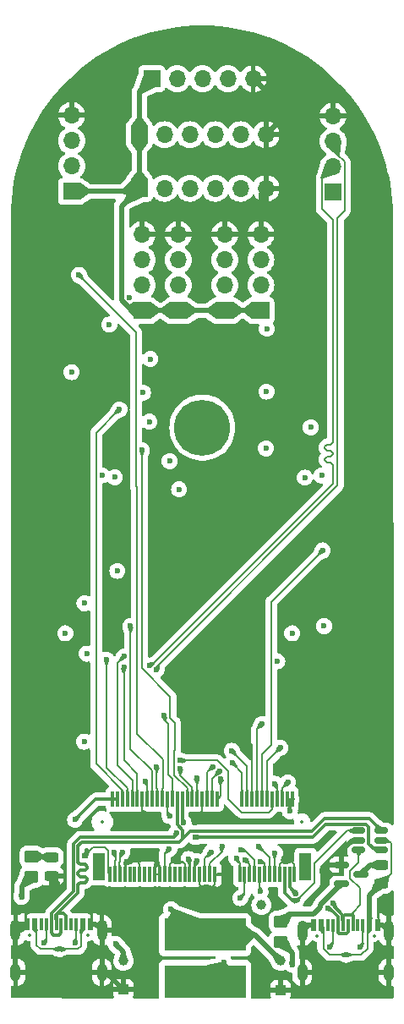
<source format=gtl>
%TF.GenerationSoftware,KiCad,Pcbnew,8.0.1-rc1*%
%TF.CreationDate,2024-09-19T09:16:00-04:00*%
%TF.ProjectId,MOBO_V2,4d4f424f-5f56-4322-9e6b-696361645f70,rev?*%
%TF.SameCoordinates,Original*%
%TF.FileFunction,Copper,L1,Top*%
%TF.FilePolarity,Positive*%
%FSLAX46Y46*%
G04 Gerber Fmt 4.6, Leading zero omitted, Abs format (unit mm)*
G04 Created by KiCad (PCBNEW 8.0.1-rc1) date 2024-09-19 09:16:00*
%MOMM*%
%LPD*%
G01*
G04 APERTURE LIST*
G04 Aperture macros list*
%AMRoundRect*
0 Rectangle with rounded corners*
0 $1 Rounding radius*
0 $2 $3 $4 $5 $6 $7 $8 $9 X,Y pos of 4 corners*
0 Add a 4 corners polygon primitive as box body*
4,1,4,$2,$3,$4,$5,$6,$7,$8,$9,$2,$3,0*
0 Add four circle primitives for the rounded corners*
1,1,$1+$1,$2,$3*
1,1,$1+$1,$4,$5*
1,1,$1+$1,$6,$7*
1,1,$1+$1,$8,$9*
0 Add four rect primitives between the rounded corners*
20,1,$1+$1,$2,$3,$4,$5,0*
20,1,$1+$1,$4,$5,$6,$7,0*
20,1,$1+$1,$6,$7,$8,$9,0*
20,1,$1+$1,$8,$9,$2,$3,0*%
G04 Aperture macros list end*
%TA.AperFunction,SMDPad,CuDef*%
%ADD10R,0.600000X1.240000*%
%TD*%
%TA.AperFunction,SMDPad,CuDef*%
%ADD11R,0.300000X1.240000*%
%TD*%
%TA.AperFunction,ComponentPad*%
%ADD12O,1.000000X2.100000*%
%TD*%
%TA.AperFunction,ComponentPad*%
%ADD13O,1.000000X1.800000*%
%TD*%
%TA.AperFunction,SMDPad,CuDef*%
%ADD14R,8.200000X3.300000*%
%TD*%
%TA.AperFunction,SMDPad,CuDef*%
%ADD15RoundRect,0.150000X-0.512500X-0.150000X0.512500X-0.150000X0.512500X0.150000X-0.512500X0.150000X0*%
%TD*%
%TA.AperFunction,ComponentPad*%
%ADD16R,1.700000X1.700000*%
%TD*%
%TA.AperFunction,ComponentPad*%
%ADD17O,1.700000X1.700000*%
%TD*%
%TA.AperFunction,SMDPad,CuDef*%
%ADD18R,0.300000X1.550000*%
%TD*%
%TA.AperFunction,SMDPad,CuDef*%
%ADD19R,1.200000X2.750000*%
%TD*%
%TA.AperFunction,SMDPad,CuDef*%
%ADD20RoundRect,0.150000X-0.587500X-0.150000X0.587500X-0.150000X0.587500X0.150000X-0.587500X0.150000X0*%
%TD*%
%TA.AperFunction,SMDPad,CuDef*%
%ADD21RoundRect,0.250000X0.450000X-0.350000X0.450000X0.350000X-0.450000X0.350000X-0.450000X-0.350000X0*%
%TD*%
%TA.AperFunction,SMDPad,CuDef*%
%ADD22RoundRect,0.243750X0.456250X-0.243750X0.456250X0.243750X-0.456250X0.243750X-0.456250X-0.243750X0*%
%TD*%
%TA.AperFunction,ComponentPad*%
%ADD23C,5.600000*%
%TD*%
%TA.AperFunction,SMDPad,CuDef*%
%ADD24R,1.000000X1.000000*%
%TD*%
%TA.AperFunction,SMDPad,CuDef*%
%ADD25C,1.000000*%
%TD*%
%TA.AperFunction,SMDPad,CuDef*%
%ADD26RoundRect,0.250000X-0.450000X0.350000X-0.450000X-0.350000X0.450000X-0.350000X0.450000X0.350000X0*%
%TD*%
%TA.AperFunction,ViaPad*%
%ADD27C,0.600000*%
%TD*%
%TA.AperFunction,ViaPad*%
%ADD28C,0.500000*%
%TD*%
%TA.AperFunction,Conductor*%
%ADD29C,0.500000*%
%TD*%
%TA.AperFunction,Conductor*%
%ADD30C,0.200000*%
%TD*%
%TA.AperFunction,Conductor*%
%ADD31C,0.300000*%
%TD*%
%TA.AperFunction,Conductor*%
%ADD32C,0.299800*%
%TD*%
%ADD33C,0.300000*%
%ADD34C,0.350000*%
%ADD35O,0.600000X1.700000*%
%ADD36O,0.600000X1.400000*%
G04 APERTURE END LIST*
D10*
%TO.P,J302,A1,GND*%
%TO.N,GND*%
X79530000Y-129300000D03*
%TO.P,J302,A4,VBUS*%
%TO.N,VBUS*%
X80330000Y-129300000D03*
D11*
%TO.P,J302,A5,CC1*%
%TO.N,Net-(J302-CC1)*%
X81480000Y-129300000D03*
%TO.P,J302,A6,D+*%
%TO.N,DEBUG_D+*%
X82480000Y-129300000D03*
%TO.P,J302,A7,D-*%
%TO.N,DEBUG_D-*%
X82980000Y-129300000D03*
%TO.P,J302,A8,SBU1*%
%TO.N,unconnected-(J302-SBU1-PadA8)*%
X83980000Y-129300000D03*
D10*
%TO.P,J302,A9,VBUS*%
%TO.N,VBUS*%
X85130000Y-129300000D03*
%TO.P,J302,A12,GND*%
%TO.N,GND*%
X85930000Y-129300000D03*
%TO.P,J302,B1,GND*%
X85930000Y-129300000D03*
%TO.P,J302,B4,VBUS*%
%TO.N,VBUS*%
X85130000Y-129300000D03*
D11*
%TO.P,J302,B5,CC2*%
%TO.N,Net-(J302-CC2)*%
X84480000Y-129300000D03*
%TO.P,J302,B6,D+*%
%TO.N,DEBUG_D+*%
X83480000Y-129300000D03*
%TO.P,J302,B7,D-*%
%TO.N,DEBUG_D-*%
X81980000Y-129300000D03*
%TO.P,J302,B8,SBU2*%
%TO.N,unconnected-(J302-SBU2-PadB8)*%
X80980000Y-129300000D03*
D10*
%TO.P,J302,B9,VBUS*%
%TO.N,VBUS*%
X80330000Y-129300000D03*
%TO.P,J302,B12,GND*%
%TO.N,GND*%
X79530000Y-129300000D03*
D12*
%TO.P,J302,S1,SHIELD*%
X78410000Y-129900000D03*
D13*
X78410000Y-134100000D03*
D12*
X87050000Y-129900000D03*
D13*
X87050000Y-134100000D03*
%TD*%
D14*
%TO.P,L1,1,1*%
%TO.N,Net-(U2-SW)*%
X97390000Y-135040000D03*
%TO.P,L1,2,2*%
%TO.N,Vcc_5V*%
X97390000Y-130340000D03*
%TD*%
D15*
%TO.P,U301,1,IO1*%
%TO.N,FT231_D-*%
X112785000Y-119930000D03*
%TO.P,U301,2,VN*%
%TO.N,GND*%
X112785000Y-120880000D03*
%TO.P,U301,3,IO2*%
%TO.N,FT231_D+*%
X112785000Y-121830000D03*
%TO.P,U301,4,IO3*%
%TO.N,DEBUG_D-*%
X115060000Y-121830000D03*
%TO.P,U301,5,VP*%
%TO.N,VBUS*%
X115060000Y-120880000D03*
%TO.P,U301,6,IO4*%
%TO.N,DEBUG_D+*%
X115060000Y-119930000D03*
%TD*%
D16*
%TO.P,J309,1,Pin_1*%
%TO.N,Vcc_3V3*%
X94720000Y-67870000D03*
D17*
%TO.P,J309,2,Pin_2*%
%TO.N,I2C_SDA_1_TCA*%
X94720000Y-65330000D03*
%TO.P,J309,3,Pin_3*%
%TO.N,I2C_SCL_1_TCA*%
X94720000Y-62790000D03*
%TO.P,J309,4,Pin_4*%
%TO.N,GND*%
X94720000Y-60250000D03*
%TD*%
D18*
%TO.P,U1,1,GND*%
%TO.N,GND*%
X106350000Y-124312500D03*
%TO.P,U1,2,Vcc_3v3*%
%TO.N,Vcc_3V3*%
X106100000Y-116762500D03*
%TO.P,U1,3,USB_D+_FT231*%
%TO.N,FT231_D+*%
X105850000Y-124312500D03*
%TO.P,U1,4,Vcc_3v3*%
%TO.N,Vcc_3V3*%
X105600000Y-116762500D03*
%TO.P,U1,5,USB_D-_FT231*%
%TO.N,FT231_D-*%
X105350000Y-124312500D03*
%TO.P,U1,6,GPIO38&LED*%
%TO.N,GPIO38_ADDRESSABLE_LED*%
X105100000Y-116762500D03*
%TO.P,U1,7,GND*%
%TO.N,GND*%
X104850000Y-124312500D03*
%TO.P,U1,8,I2S_BCLK*%
%TO.N,I2S_BCLK*%
X104600000Y-116762500D03*
%TO.P,U1,9,I2C_SDA_1_TCA*%
%TO.N,I2C_SDA_0_TCA*%
X104350000Y-124312500D03*
%TO.P,U1,10,I2S_WS*%
%TO.N,I2S_WS*%
X104100000Y-116762500D03*
%TO.P,U1,11,I2C_SCL_1_TCA*%
%TO.N,I2C_SCL_0_TCA*%
X103850000Y-124312500D03*
%TO.P,U1,12,I2S_DIN/DOUT*%
%TO.N,I2S_DIN{slash}DOUT*%
X103600000Y-116762500D03*
%TO.P,U1,13,I2C_SDA_2_TCA*%
%TO.N,I2C_SDA_1_TCA*%
X103350000Y-124312500D03*
%TO.P,U1,14,I2C_SDA_3_TCA*%
%TO.N,I2C_SDA_2_TCA*%
X103100000Y-116762500D03*
%TO.P,U1,15,I2C_SCL_2_TCA*%
%TO.N,I2C_SCL_1_TCA*%
X102850000Y-124312500D03*
%TO.P,U1,16,I2C_SCL_3_TCA*%
%TO.N,I2C_SCL_2_TCA*%
X102600000Y-116762500D03*
%TO.P,U1,17,I2C_SDA_4_TCA*%
%TO.N,I2C_SDA_3_TCA*%
X102350000Y-124312500D03*
%TO.P,U1,18,GND*%
%TO.N,GND*%
X102100000Y-116762500D03*
%TO.P,U1,19,I2C_SCL_4_TCA*%
%TO.N,I2C_SCL_3_TCA*%
X101850000Y-124312500D03*
%TO.P,U1,20,CS_1*%
%TO.N,CS_1*%
X101600000Y-116762500D03*
%TO.P,U1,21,CS_2*%
%TO.N,CS_2*%
X101350000Y-124312500D03*
%TO.P,U1,22,UART_TX*%
%TO.N,GPIO17_U1_TXD*%
X101100000Y-116762500D03*
%TO.P,U1,23,SPI_CLK*%
%TO.N,SPI_CLK_ESP32*%
X100850000Y-124312500D03*
%TO.P,U1,32,UART_RX*%
%TO.N,GPIO18_U1_RXD*%
X98600000Y-116762500D03*
%TO.P,U1,33,GND*%
%TO.N,GND*%
X98350000Y-124312500D03*
%TO.P,U1,34,RST_OTHER*%
%TO.N,GPIO47*%
X98100000Y-116762500D03*
%TO.P,U1,35,SPI_MOSI*%
%TO.N,SPI_MOSI_ESP32*%
X97850000Y-124312500D03*
%TO.P,U1,36,GPIO48*%
%TO.N,GPIO48{slash}CAN_INT*%
X97600000Y-116762500D03*
%TO.P,U1,37,SPI_MISO*%
%TO.N,SPI_MISO_ESP32*%
X97350000Y-124312500D03*
%TO.P,U1,38,GND*%
%TO.N,GND*%
X97100000Y-116762500D03*
%TO.P,U1,39,GND*%
X96850000Y-124312500D03*
%TO.P,U1,40,GPIO15*%
%TO.N,GPIO15*%
X96600000Y-116762500D03*
%TO.P,U1,41,GPIO16*%
%TO.N,GPIO16*%
X96350000Y-124312500D03*
%TO.P,U1,42,GPIO26*%
%TO.N,GPIO26*%
X96100000Y-116762500D03*
%TO.P,U1,43,GPIO33*%
%TO.N,GPIO33*%
X95850000Y-124312500D03*
%TO.P,U1,44,GPIO34*%
%TO.N,GPIO34*%
X95600000Y-116762500D03*
%TO.P,U1,45,GND*%
%TO.N,GND*%
X95350000Y-124312500D03*
%TO.P,U1,46,USB_DEBUG_D-*%
%TO.N,DEBUG_D-*%
X95100000Y-116762500D03*
%TO.P,U1,47*%
%TO.N,N/C*%
X94850000Y-124312500D03*
%TO.P,U1,48,USB_DEBUG_D+*%
%TO.N,DEBUG_D+*%
X94600000Y-116762500D03*
%TO.P,U1,49*%
%TO.N,N/C*%
X94350000Y-124312500D03*
%TO.P,U1,50,Vcc_5V*%
%TO.N,Vcc_5V*%
X94100000Y-116762500D03*
%TO.P,U1,51,GND*%
%TO.N,GND*%
X93850000Y-124312500D03*
%TO.P,U1,52,GPIO45*%
%TO.N,GPIO45*%
X93600000Y-116762500D03*
%TO.P,U1,53,GPIO46*%
%TO.N,GPIO46*%
X93350000Y-124312500D03*
%TO.P,U1,54,RESET_AUTRES*%
%TO.N,RESET_OTHERS*%
X93100000Y-116762500D03*
%TO.P,U1,55,GND*%
%TO.N,GND*%
X92850000Y-124312500D03*
%TO.P,U1,56,RESET_ESP32*%
%TO.N,CHIP_EN*%
X92600000Y-116762500D03*
%TO.P,U1,57,GND*%
%TO.N,GND*%
X92350000Y-124312500D03*
%TO.P,U1,58,I2C_SDA_ESP32*%
%TO.N,I2C_SDA_ESP32*%
X92100000Y-116762500D03*
%TO.P,U1,59*%
%TO.N,N/C*%
X91850000Y-124312500D03*
%TO.P,U1,60,I2C_SCL_ESP32*%
%TO.N,I2C_SCL_ESP32*%
X91600000Y-116762500D03*
%TO.P,U1,61*%
%TO.N,N/C*%
X91350000Y-124312500D03*
%TO.P,U1,62,GND*%
%TO.N,GND*%
X91100000Y-116762500D03*
%TO.P,U1,63,GND*%
X90850000Y-124312500D03*
%TO.P,U1,64,PWM_1_PCA*%
%TO.N,PWM_1*%
X90600000Y-116762500D03*
%TO.P,U1,65*%
%TO.N,N/C*%
X90350000Y-124312500D03*
%TO.P,U1,66,PWM_2_PCA*%
%TO.N,PWM_2*%
X90100000Y-116762500D03*
%TO.P,U1,67*%
%TO.N,N/C*%
X89850000Y-124312500D03*
%TO.P,U1,68,PWM_3_PCA*%
%TO.N,PWM_3*%
X89600000Y-116762500D03*
%TO.P,U1,69,GND*%
%TO.N,GND*%
X89350000Y-124312500D03*
%TO.P,U1,70,PWM_4_PCA*%
%TO.N,PWM_4*%
X89100000Y-116762500D03*
%TO.P,U1,71,CAN_H_MCP2515*%
%TO.N,CAN_P*%
X88850000Y-124312500D03*
%TO.P,U1,72,Vcc_3v3*%
%TO.N,Vcc_3V3*%
X88600000Y-116762500D03*
%TO.P,U1,73,CAN_L_MCP2515*%
%TO.N,CAN_N*%
X88350000Y-124312500D03*
%TO.P,U1,74,Vcc_3v3*%
%TO.N,Vcc_3V3*%
X88100000Y-116762500D03*
%TO.P,U1,75,GND*%
%TO.N,GND*%
X87850000Y-124312500D03*
D19*
%TO.P,U1,S1*%
%TO.N,N/C*%
X107450000Y-123537500D03*
%TO.P,U1,S2*%
X86750000Y-123537500D03*
%TD*%
D20*
%TO.P,Q1,1,G*%
%TO.N,GND*%
X111085000Y-123362500D03*
%TO.P,Q1,2,S*%
%TO.N,Net-(Q1-S)*%
X111085000Y-125262500D03*
%TO.P,Q1,3,D*%
%TO.N,Net-(Q1-D)*%
X112960000Y-124312500D03*
%TD*%
D16*
%TO.P,J307,1,Pin_1*%
%TO.N,Vcc_3V3*%
X102970000Y-67860000D03*
D17*
%TO.P,J307,2,Pin_2*%
%TO.N,I2C_SDA_0_TCA*%
X102970000Y-65320000D03*
%TO.P,J307,3,Pin_3*%
%TO.N,I2C_SCL_0_TCA*%
X102970000Y-62780000D03*
%TO.P,J307,4,Pin_4*%
%TO.N,GND*%
X102970000Y-60240000D03*
%TD*%
D21*
%TO.P,R5,1*%
%TO.N,Vcc_3V3*%
X80010000Y-124530000D03*
%TO.P,R5,2*%
%TO.N,Net-(D1-A)*%
X80010000Y-122530000D03*
%TD*%
D22*
%TO.P,D1,1,K*%
%TO.N,GND*%
X82020000Y-124457500D03*
%TO.P,D1,2,A*%
%TO.N,Net-(D1-A)*%
X82020000Y-122582500D03*
%TD*%
D16*
%TO.P,CAN BUS,1,Pin_1*%
%TO.N,Vcc_3V3*%
X110220000Y-55980000D03*
D17*
%TO.P,CAN BUS,2,Pin_2*%
%TO.N,CAN_N*%
X110220000Y-53440000D03*
%TO.P,CAN BUS,3,Pin_3*%
%TO.N,CAN_P*%
X110220000Y-50900000D03*
%TO.P,CAN BUS,4,Pin_4*%
%TO.N,GND*%
X110220000Y-48360000D03*
%TD*%
D23*
%TO.P,REF\u002A\u002A,1*%
%TO.N,N/C*%
X97110000Y-79580000D03*
%TD*%
D16*
%TO.P,SPI,1,Pin_1*%
%TO.N,Vcc_3V3*%
X90795000Y-50245000D03*
D17*
%TO.P,SPI,2,Pin_2*%
%TO.N,CS_2*%
X93335000Y-50245000D03*
%TO.P,SPI,3,Pin_3*%
%TO.N,SPI_MOSI_ESP32*%
X95875000Y-50245000D03*
%TO.P,SPI,4,Pin_4*%
%TO.N,SPI_CLK_ESP32*%
X98415000Y-50245000D03*
%TO.P,SPI,5,Pin_5*%
%TO.N,SPI_MISO_ESP32*%
X100955000Y-50245000D03*
%TO.P,SPI,6,Pin_6*%
%TO.N,GND*%
X103495000Y-50245000D03*
%TD*%
D24*
%TO.P,GND,1,1*%
%TO.N,GND*%
X89200000Y-135830000D03*
%TD*%
D10*
%TO.P,J301,A1,GND*%
%TO.N,GND*%
X108250000Y-129345000D03*
%TO.P,J301,A4,VBUS*%
%TO.N,VBUS*%
X109050000Y-129345000D03*
D11*
%TO.P,J301,A5,CC1*%
%TO.N,Net-(J301-CC1)*%
X110200000Y-129345000D03*
%TO.P,J301,A6,D+*%
%TO.N,FT231_D+*%
X111200000Y-129345000D03*
%TO.P,J301,A7,D-*%
%TO.N,FT231_D-*%
X111700000Y-129345000D03*
%TO.P,J301,A8,SBU1*%
%TO.N,unconnected-(J301-SBU1-PadA8)*%
X112700000Y-129345000D03*
D10*
%TO.P,J301,A9,VBUS*%
%TO.N,VBUS*%
X113850000Y-129345000D03*
%TO.P,J301,A12,GND*%
%TO.N,GND*%
X114650000Y-129345000D03*
%TO.P,J301,B1,GND*%
X114650000Y-129345000D03*
%TO.P,J301,B4,VBUS*%
%TO.N,VBUS*%
X113850000Y-129345000D03*
D11*
%TO.P,J301,B5,CC2*%
%TO.N,Net-(J301-CC2)*%
X113200000Y-129345000D03*
%TO.P,J301,B6,D+*%
%TO.N,FT231_D+*%
X112200000Y-129345000D03*
%TO.P,J301,B7,D-*%
%TO.N,FT231_D-*%
X110700000Y-129345000D03*
%TO.P,J301,B8,SBU2*%
%TO.N,unconnected-(J301-SBU2-PadB8)*%
X109700000Y-129345000D03*
D10*
%TO.P,J301,B9,VBUS*%
%TO.N,VBUS*%
X109050000Y-129345000D03*
%TO.P,J301,B12,GND*%
%TO.N,GND*%
X108250000Y-129345000D03*
D12*
%TO.P,J301,S1,SHIELD*%
X107130000Y-129945000D03*
D13*
X107130000Y-134145000D03*
D12*
X115770000Y-129945000D03*
D13*
X115770000Y-134145000D03*
%TD*%
D16*
%TO.P,UART,1,Pin_1*%
%TO.N,Vcc_3V3*%
X84020000Y-55930000D03*
D17*
%TO.P,UART,2,Pin_2*%
%TO.N,GPIO18_U1_RXD*%
X84020000Y-53390000D03*
%TO.P,UART,3,Pin_3*%
%TO.N,GPIO17_U1_TXD*%
X84020000Y-50850000D03*
%TO.P,UART,4,Pin_4*%
%TO.N,GND*%
X84020000Y-48310000D03*
%TD*%
D16*
%TO.P,SPI,1,Pin_1*%
%TO.N,Vcc_3V3*%
X90795000Y-55605000D03*
D17*
%TO.P,SPI,2,Pin_2*%
%TO.N,CS_1*%
X93335000Y-55605000D03*
%TO.P,SPI,3,Pin_3*%
%TO.N,SPI_MOSI_ESP32*%
X95875000Y-55605000D03*
%TO.P,SPI,4,Pin_4*%
%TO.N,SPI_CLK_ESP32*%
X98415000Y-55605000D03*
%TO.P,SPI,5,Pin_5*%
%TO.N,SPI_MISO_ESP32*%
X100955000Y-55605000D03*
%TO.P,SPI,6,Pin_6*%
%TO.N,GND*%
X103495000Y-55605000D03*
%TD*%
D25*
%TO.P,3V3,1,1*%
%TO.N,Vcc_3V3*%
X89200000Y-132960000D03*
%TD*%
D24*
%TO.P,GND,1,1*%
%TO.N,GND*%
X104960000Y-135880000D03*
%TD*%
D26*
%TO.P,FB1,1*%
%TO.N,Net-(Q1-S)*%
X104990000Y-129050000D03*
%TO.P,FB1,2*%
%TO.N,VIN_PROTECTION*%
X104990000Y-131050000D03*
%TD*%
D16*
%TO.P,J308,1,Pin_1*%
%TO.N,Vcc_3V3*%
X99370000Y-67870000D03*
D17*
%TO.P,J308,2,Pin_2*%
%TO.N,I2C_SDA_0_TCA*%
X99370000Y-65330000D03*
%TO.P,J308,3,Pin_3*%
%TO.N,I2C_SCL_0_TCA*%
X99370000Y-62790000D03*
%TO.P,J308,4,Pin_4*%
%TO.N,GND*%
X99370000Y-60250000D03*
%TD*%
D25*
%TO.P,Vin,1,1*%
%TO.N,VIN_PROTECTION*%
X103030000Y-127380000D03*
%TD*%
D16*
%TO.P,J310,1,Pin_1*%
%TO.N,Vcc_3V3*%
X91100000Y-67870000D03*
D17*
%TO.P,J310,2,Pin_2*%
%TO.N,I2C_SDA_1_TCA*%
X91100000Y-65330000D03*
%TO.P,J310,3,Pin_3*%
%TO.N,I2C_SCL_1_TCA*%
X91100000Y-62790000D03*
%TO.P,J310,4,Pin_4*%
%TO.N,GND*%
X91100000Y-60250000D03*
%TD*%
D16*
%TO.P,I2S,1,Pin_1*%
%TO.N,Vcc_3V3*%
X92045000Y-44630000D03*
D17*
%TO.P,I2S,2,Pin_2*%
%TO.N,I2S_DIN{slash}DOUT*%
X94585000Y-44630000D03*
%TO.P,I2S,3,Pin_3*%
%TO.N,I2S_WS*%
X97125000Y-44630000D03*
%TO.P,I2S,4,Pin_4*%
%TO.N,I2S_BCLK*%
X99665000Y-44630000D03*
%TO.P,I2S,5,Pin_5*%
%TO.N,GND*%
X102205000Y-44630000D03*
%TD*%
D25*
%TO.P,5V,1,1*%
%TO.N,Vcc_5V*%
X104960000Y-132980000D03*
%TD*%
D22*
%TO.P,F1,1*%
%TO.N,VBUS*%
X114990000Y-125247500D03*
%TO.P,F1,2*%
%TO.N,Net-(Q1-D)*%
X114990000Y-123372500D03*
%TD*%
D27*
%TO.N,VIN_PROTECTION*%
X103030000Y-127380000D03*
X106099000Y-133327200D03*
D28*
%TO.N,GND*%
X81770000Y-55100000D03*
X91930000Y-42400000D03*
X86850000Y-57640000D03*
X99550000Y-70340000D03*
X107170000Y-55100000D03*
X114790000Y-100820000D03*
X112250000Y-93200000D03*
X89390000Y-52560000D03*
X79230000Y-72880000D03*
X104630000Y-85580000D03*
X114790000Y-72880000D03*
X114790000Y-80500000D03*
X112250000Y-90660000D03*
X97010000Y-75420000D03*
X114790000Y-93200000D03*
X112250000Y-62720000D03*
X114790000Y-108440000D03*
X81770000Y-88120000D03*
X79230000Y-116060000D03*
D27*
X97560000Y-125610000D03*
D28*
X81770000Y-85580000D03*
X79230000Y-57640000D03*
X114790000Y-103360000D03*
X91930000Y-133840000D03*
X114790000Y-62720000D03*
X112250000Y-57640000D03*
X112250000Y-116060000D03*
X94470000Y-52560000D03*
X79230000Y-108440000D03*
X114790000Y-105900000D03*
X97010000Y-39860000D03*
X114790000Y-65260000D03*
X94470000Y-42400000D03*
X112250000Y-65260000D03*
X91930000Y-47480000D03*
X89390000Y-44940000D03*
X114790000Y-75420000D03*
X84310000Y-116060000D03*
X79230000Y-67800000D03*
D27*
X94609300Y-123046000D03*
X92580000Y-123170000D03*
D28*
X102090000Y-70340000D03*
X81770000Y-83040000D03*
X81770000Y-72880000D03*
D27*
X91454265Y-118325735D03*
D28*
X91930000Y-70340000D03*
X112250000Y-50020000D03*
X86850000Y-62720000D03*
X79230000Y-80500000D03*
X91930000Y-98280000D03*
X81770000Y-113520000D03*
D27*
X92040000Y-135660000D03*
D28*
X99550000Y-126220000D03*
X79230000Y-113520000D03*
X91930000Y-85580000D03*
X79230000Y-77960000D03*
X99550000Y-52560000D03*
X114790000Y-55100000D03*
X81770000Y-77960000D03*
X84310000Y-44940000D03*
X79230000Y-93200000D03*
X81770000Y-75420000D03*
X112250000Y-113520000D03*
X114790000Y-70340000D03*
X102090000Y-42400000D03*
D27*
X96410000Y-119140000D03*
D28*
X81770000Y-110980000D03*
X81770000Y-80500000D03*
X102090000Y-72880000D03*
X79230000Y-62720000D03*
X79230000Y-70340000D03*
X79230000Y-85580000D03*
X99550000Y-42400000D03*
X79230000Y-55100000D03*
X84310000Y-60180000D03*
X107170000Y-50020000D03*
X89390000Y-83040000D03*
X81770000Y-116060000D03*
X81770000Y-93200000D03*
X89390000Y-42400000D03*
X114790000Y-116060000D03*
X86850000Y-44940000D03*
X86850000Y-47480000D03*
X99550000Y-47480000D03*
D27*
X89504300Y-123077000D03*
D28*
X81770000Y-70340000D03*
D27*
X82570000Y-125260000D03*
D28*
X104630000Y-44940000D03*
X107170000Y-57640000D03*
X107170000Y-52560000D03*
X114790000Y-60180000D03*
X79230000Y-95740000D03*
X104630000Y-42400000D03*
X114790000Y-90660000D03*
X112250000Y-95740000D03*
X79230000Y-75420000D03*
X109710000Y-44940000D03*
X79230000Y-60180000D03*
X81770000Y-57640000D03*
X101269600Y-110490000D03*
X81770000Y-50020000D03*
X114790000Y-110980000D03*
X81770000Y-67800000D03*
X112250000Y-67800000D03*
X79230000Y-83040000D03*
X104630000Y-52560000D03*
X91930000Y-90660000D03*
X114790000Y-95740000D03*
X81770000Y-65260000D03*
D27*
X85340900Y-122419000D03*
X101490000Y-118970000D03*
D28*
X114790000Y-113520000D03*
X114790000Y-83040000D03*
X114790000Y-57640000D03*
X114790000Y-88120000D03*
X112250000Y-70340000D03*
X79230000Y-98280000D03*
X89390000Y-47480000D03*
X84310000Y-57640000D03*
X112250000Y-60180000D03*
X81770000Y-62720000D03*
X79230000Y-90660000D03*
X79230000Y-65260000D03*
X79230000Y-88120000D03*
X114790000Y-85580000D03*
D27*
X109660000Y-120590000D03*
D28*
X114790000Y-98280000D03*
X81770000Y-60180000D03*
X107170000Y-44940000D03*
X114790000Y-67800000D03*
X79230000Y-110980000D03*
X112250000Y-55100000D03*
X114790000Y-77960000D03*
D27*
X109110000Y-123940000D03*
D28*
X81770000Y-90660000D03*
X97010000Y-42400000D03*
X99550000Y-57640000D03*
X112250000Y-52560000D03*
X81770000Y-52560000D03*
X86850000Y-50020000D03*
X79230000Y-105900000D03*
D27*
X105550000Y-123010000D03*
D28*
X79230000Y-100820000D03*
X91930000Y-95740000D03*
X79230000Y-103360000D03*
D27*
%TO.N,Vcc_5V*%
X93302900Y-108416000D03*
X93990000Y-127810000D03*
%TO.N,Vcc_3V3*%
X79010000Y-126560000D03*
X105890000Y-117990000D03*
X88410000Y-131270000D03*
X109067100Y-84365800D03*
X88345900Y-84551700D03*
X84370800Y-118840000D03*
%TO.N,Net-(U2-SW)*%
X99270000Y-133113000D03*
%TO.N,VBUS*%
X111520000Y-132350000D03*
X82820000Y-131780000D03*
%TO.N,I2C_SDA_2_TCA*%
X109153600Y-91877200D03*
%TO.N,GPIO18_U1_RXD*%
X85276800Y-111017600D03*
X98983750Y-114753750D03*
%TO.N,GPIO33*%
X95732500Y-122773400D03*
X93839300Y-82937900D03*
%TO.N,I2C_SDA_ESP32*%
X89909400Y-99452200D03*
%TO.N,GPIO34*%
X91056100Y-81827400D03*
%TO.N,FT231_D+*%
X110215000Y-127155000D03*
X106500000Y-126215000D03*
%TO.N,GPIO47*%
X98838515Y-113967044D03*
X103491400Y-81656500D03*
%TO.N,I2S_BCLK*%
X104360500Y-115231500D03*
X107380000Y-84580000D03*
%TO.N,CAN_P*%
X89105000Y-122090000D03*
X92522000Y-103813000D03*
%TO.N,CAN_N*%
X88255000Y-122090000D03*
X91812700Y-103397000D03*
%TO.N,GPIO16*%
X96561600Y-122969500D03*
X84011300Y-74018100D03*
%TO.N,SPI_CLK_ESP32*%
X100519900Y-122672400D03*
X104615900Y-102968400D03*
%TO.N,PWM_1*%
X89257100Y-103562200D03*
X103541000Y-75974900D03*
%TO.N,I2C_SDA_1_TCA*%
X83393100Y-100171800D03*
X102912700Y-123016700D03*
%TO.N,CHIP_EN*%
X91906700Y-72700900D03*
X92544800Y-113518900D03*
%TO.N,I2C_SDA_3_TCA*%
X100987300Y-121834400D03*
%TO.N,DEBUG_D-*%
X94514800Y-120115000D03*
X96370000Y-120570000D03*
X95233500Y-119136000D03*
%TO.N,GPIO45*%
X93851800Y-118472200D03*
%TO.N,RESET_OTHERS*%
X84735400Y-64280000D03*
%TO.N,I2C_SDA_0_TCA*%
X104384800Y-122185000D03*
X88602800Y-93918400D03*
%TO.N,GPIO26*%
X94904600Y-113711588D03*
X91800800Y-78976100D03*
%TO.N,GPIO46*%
X94787100Y-85753200D03*
X93808900Y-121759800D03*
%TO.N,I2C_SCL_2_TCA*%
X103070900Y-109270500D03*
%TO.N,GPIO17_U1_TXD*%
X100119600Y-113140000D03*
%TO.N,I2C_SCL_3_TCA*%
X106118400Y-100171800D03*
X101424600Y-122829600D03*
%TO.N,GPIO48{slash}CAN_INT*%
X98180190Y-113512500D03*
%TO.N,FT231_D-*%
X109685000Y-127685000D03*
X106500000Y-126965000D03*
%TO.N,PWM_3*%
X87800300Y-69258400D03*
X87531900Y-102806600D03*
%TO.N,I2C_SCL_0_TCA*%
X102728300Y-121524600D03*
X85310500Y-97167500D03*
%TO.N,SPI_MISO_ESP32*%
X97978000Y-122103400D03*
%TO.N,PWM_4*%
X88806200Y-77753000D03*
%TO.N,I2S_DIN{slash}DOUT*%
X104932600Y-111643900D03*
%TO.N,SPI_MOSI_ESP32*%
X99074200Y-121501300D03*
%TO.N,GPIO38_ADDRESSABLE_LED*%
X105683400Y-115104400D03*
X107980000Y-79550000D03*
%TO.N,GPIO15*%
X91173600Y-76079200D03*
X96547400Y-114640000D03*
%TO.N,I2C_SCL_1_TCA*%
X85533700Y-102211800D03*
X102939100Y-126031200D03*
%TO.N,I2C_SCL_ESP32*%
X91367900Y-114952700D03*
%TO.N,PWM_2*%
X89309800Y-102467600D03*
X103581300Y-69667200D03*
%TO.N,I2S_WS*%
X89770000Y-66520000D03*
X94904600Y-112911585D03*
X87069100Y-84352700D03*
%TO.N,CS_2*%
X100901700Y-126679800D03*
X109306900Y-99446900D03*
%TO.N,CS_1*%
X100064500Y-111937500D03*
%TO.N,Net-(J301-CC2)*%
X112928000Y-131613000D03*
%TO.N,Net-(J301-CC1)*%
X109907000Y-131578000D03*
%TO.N,Net-(J302-CC1)*%
X81279300Y-131180000D03*
%TO.N,Net-(J302-CC2)*%
X84345000Y-131180000D03*
%TD*%
D29*
%TO.N,VIN_PROTECTION*%
X106099000Y-132159000D02*
X106099000Y-133327200D01*
X104990000Y-131050000D02*
X106099000Y-132159000D01*
D30*
%TO.N,GND*%
X95108300Y-123046000D02*
X94609300Y-123046000D01*
D29*
X82020000Y-124710000D02*
X82570000Y-125260000D01*
D30*
X89350000Y-123232000D02*
X89504300Y-123077000D01*
X92580000Y-123170000D02*
X92350000Y-123400000D01*
X105128000Y-123010000D02*
X105550000Y-123010000D01*
X106072000Y-123010000D02*
X105550000Y-123010000D01*
D29*
X78410000Y-129900000D02*
X78930000Y-129900000D01*
X86450000Y-129300000D02*
X87050000Y-129900000D01*
D30*
X92350000Y-124312000D02*
X92850000Y-124312000D01*
X87655000Y-121935000D02*
X87310000Y-121590000D01*
D29*
X102970000Y-56130000D02*
X103495000Y-55605000D01*
X87470000Y-134100000D02*
X89200000Y-135830000D01*
X107130000Y-129945000D02*
X107130000Y-134145000D01*
X103495000Y-45920000D02*
X103495000Y-50245000D01*
X111085000Y-121918000D02*
X112123000Y-120880000D01*
D30*
X94091700Y-123046000D02*
X94609300Y-123046000D01*
D29*
X105380000Y-48360000D02*
X103495000Y-50245000D01*
X115770000Y-129945000D02*
X115770000Y-134145000D01*
D30*
X92850000Y-124312000D02*
X92850000Y-123440000D01*
D29*
X108250000Y-129345000D02*
X107730000Y-129345000D01*
D30*
X96850000Y-124312000D02*
X96850000Y-124312500D01*
D29*
X111085000Y-123362000D02*
X111085000Y-121918000D01*
X102205000Y-44630000D02*
X103495000Y-45920000D01*
D30*
X106350000Y-123288000D02*
X106072000Y-123010000D01*
X104850000Y-123288000D02*
X105128000Y-123010000D01*
D29*
X102970000Y-60240000D02*
X102970000Y-56130000D01*
D30*
X96850000Y-125338000D02*
X97122500Y-125610000D01*
D29*
X87050000Y-129900000D02*
X87050000Y-134100000D01*
X103495000Y-50245000D02*
X103495000Y-55605000D01*
D30*
X102100000Y-111320400D02*
X101269600Y-110490000D01*
D29*
X91100000Y-60250000D02*
X94720000Y-60250000D01*
D30*
X87655000Y-124118000D02*
X87655000Y-121935000D01*
D29*
X78930000Y-129900000D02*
X79530000Y-129300000D01*
D30*
X89350000Y-124312000D02*
X89350000Y-123232000D01*
X95350000Y-123288000D02*
X95108300Y-123046000D01*
D29*
X99370000Y-60250000D02*
X102960000Y-60250000D01*
D30*
X91100000Y-116762500D02*
X91100000Y-117971470D01*
D29*
X102960000Y-60250000D02*
X102970000Y-60240000D01*
D30*
X86170000Y-121590000D02*
X85340900Y-122419000D01*
X87310000Y-121590000D02*
X86170000Y-121590000D01*
X106350000Y-124312000D02*
X106350000Y-123288000D01*
D29*
X82020000Y-124458000D02*
X82020000Y-124710000D01*
D30*
X104850000Y-124312000D02*
X104850000Y-123288000D01*
X98350000Y-124312000D02*
X98350000Y-124312500D01*
X96850000Y-124312500D02*
X96850000Y-125338000D01*
X95350000Y-124312000D02*
X95350000Y-123288000D01*
X93850000Y-124312000D02*
X93850000Y-123288000D01*
X97100000Y-117940000D02*
X96410000Y-118630000D01*
X92350000Y-123400000D02*
X92350000Y-124312000D01*
D29*
X114650000Y-129345000D02*
X115170000Y-129345000D01*
D30*
X102100000Y-116762500D02*
X102100000Y-111320400D01*
X90639900Y-123077000D02*
X89504300Y-123077000D01*
D29*
X85930000Y-129300000D02*
X86450000Y-129300000D01*
D30*
X98077500Y-125610000D02*
X97560000Y-125610000D01*
X98350000Y-125338000D02*
X98077500Y-125610000D01*
X93850000Y-123288000D02*
X94091700Y-123046000D01*
X87850000Y-124312000D02*
X87655000Y-124118000D01*
D29*
X107730000Y-129345000D02*
X107130000Y-129945000D01*
X78410000Y-129900000D02*
X78410000Y-134100000D01*
D30*
X98350000Y-124312500D02*
X98350000Y-125338000D01*
X97100000Y-116762500D02*
X97100000Y-117940000D01*
X92850000Y-123440000D02*
X92580000Y-123170000D01*
X91100000Y-117971470D02*
X91454265Y-118325735D01*
X90850000Y-123288000D02*
X90639900Y-123077000D01*
X97122500Y-125610000D02*
X97560000Y-125610000D01*
X90850000Y-124312000D02*
X90850000Y-123288000D01*
D29*
X94720000Y-60250000D02*
X99370000Y-60250000D01*
X87050000Y-134100000D02*
X87470000Y-134100000D01*
D30*
X96410000Y-118630000D02*
X96410000Y-119140000D01*
D29*
X115170000Y-129345000D02*
X115770000Y-129945000D01*
X112123000Y-120880000D02*
X112785000Y-120880000D01*
X110220000Y-48360000D02*
X105380000Y-48360000D01*
D30*
%TO.N,Vcc_5V*%
X94100000Y-114751486D02*
X93690000Y-114341486D01*
X93690000Y-114341486D02*
X93690000Y-109240000D01*
D29*
X102320000Y-130340000D02*
X104960000Y-132980000D01*
D30*
X94100000Y-116762500D02*
X94100000Y-114751486D01*
D29*
X97390000Y-130340000D02*
X96520000Y-130340000D01*
X96520000Y-130340000D02*
X93990000Y-127810000D01*
D30*
X93302900Y-108852900D02*
X93302900Y-108416000D01*
D29*
X97390000Y-130340000D02*
X102320000Y-130340000D01*
D30*
X93690000Y-109240000D02*
X93302900Y-108852900D01*
D29*
%TO.N,Vcc_3V3*%
X90795000Y-55605000D02*
X89020000Y-57380000D01*
D30*
X88500000Y-116762000D02*
X88537500Y-116762000D01*
D31*
X88100500Y-116762000D02*
X88350000Y-116762000D01*
D30*
X88537500Y-116762000D02*
X88568800Y-116762000D01*
D29*
X79010000Y-126560000D02*
X79010000Y-125530000D01*
X90059339Y-67870000D02*
X91100000Y-67870000D01*
X91100000Y-67870000D02*
X94720000Y-67870000D01*
D30*
X88100300Y-116762000D02*
X88100500Y-116762000D01*
D32*
X105700000Y-116762000D02*
X105700200Y-116762000D01*
D29*
X84020000Y-55930000D02*
X90470000Y-55930000D01*
D30*
X105700200Y-116762000D02*
X105730000Y-116762000D01*
D29*
X90795000Y-45880000D02*
X92045000Y-44630000D01*
D31*
X88537500Y-116762000D02*
X88568800Y-116762000D01*
D29*
X88100000Y-116762100D02*
X88100000Y-116762500D01*
D31*
X88584400Y-116762000D02*
X88592200Y-116762000D01*
X86448300Y-116762000D02*
X84370800Y-118840000D01*
D30*
X88499800Y-116762000D02*
X88500000Y-116762000D01*
D29*
X90795000Y-55605000D02*
X90795000Y-50245000D01*
X89200000Y-132060000D02*
X88410000Y-131270000D01*
D30*
X88100200Y-116762000D02*
X88100300Y-116762000D01*
X105608200Y-116762000D02*
X105616300Y-116762000D01*
X105860000Y-116762000D02*
X106099500Y-116762000D01*
D31*
X88100000Y-116762000D02*
X88100100Y-116762000D01*
D29*
X90470000Y-55930000D02*
X90795000Y-55605000D01*
D30*
X88475000Y-116762000D02*
X88499800Y-116762000D01*
X88100000Y-116762000D02*
X88100100Y-116762000D01*
D29*
X94720000Y-67870000D02*
X99370000Y-67870000D01*
D30*
X106099500Y-116762000D02*
X106100000Y-116762000D01*
X88100100Y-116762000D02*
X88100200Y-116762000D01*
D31*
X88100200Y-116762000D02*
X88100300Y-116762000D01*
X88500000Y-116762000D02*
X88537500Y-116762000D01*
D30*
X88568800Y-116762000D02*
X88584400Y-116762000D01*
D31*
X88100000Y-116762000D02*
X86810000Y-116762000D01*
D30*
X105730000Y-116762000D02*
X105860000Y-116762000D01*
D31*
X88592200Y-116762000D02*
X88596100Y-116762000D01*
X88596100Y-116762000D02*
X88598100Y-116762000D01*
X88350000Y-116762000D02*
X88475000Y-116762000D01*
X88100300Y-116762000D02*
X88100500Y-116762000D01*
X86810000Y-116762000D02*
X88100000Y-116762000D01*
D30*
X105632500Y-116762000D02*
X105665000Y-116762000D01*
D32*
X105700000Y-116762000D02*
X105700200Y-116762000D01*
D29*
X99370000Y-67870000D02*
X102960000Y-67870000D01*
D30*
X88100500Y-116762000D02*
X88350000Y-116762000D01*
X88596100Y-116762000D02*
X88598100Y-116762000D01*
D29*
X89200000Y-132960000D02*
X89200000Y-132060000D01*
X90795000Y-50245000D02*
X90795000Y-45880000D01*
D30*
X88592200Y-116762000D02*
X88596100Y-116762000D01*
X105860000Y-116762000D02*
X105860000Y-117960000D01*
D32*
X105665000Y-116762000D02*
X105700000Y-116762000D01*
D29*
X106099500Y-116762000D02*
X106100000Y-116762500D01*
D32*
X105700000Y-116762000D02*
X105700200Y-116762000D01*
D29*
X79010000Y-125530000D02*
X80010000Y-124530000D01*
X102960000Y-67870000D02*
X102970000Y-67860000D01*
D31*
X88499800Y-116762000D02*
X88500000Y-116762000D01*
X88475000Y-116762000D02*
X88499800Y-116762000D01*
D29*
X88100100Y-116762000D02*
X88100000Y-116762100D01*
D30*
X105600000Y-116762000D02*
X105608200Y-116762000D01*
D29*
X89020000Y-66830661D02*
X90059339Y-67870000D01*
D30*
X105700000Y-116762000D02*
X105700200Y-116762000D01*
X105616300Y-116762000D02*
X105632500Y-116762000D01*
D31*
X88568800Y-116762000D02*
X88584400Y-116762000D01*
D29*
X89020000Y-57380000D02*
X89020000Y-66830661D01*
D30*
X88350000Y-116762000D02*
X88475000Y-116762000D01*
X88598100Y-116762000D02*
X88600000Y-116762000D01*
D31*
X88598100Y-116762000D02*
X88600000Y-116762000D01*
D32*
X105700000Y-116762000D02*
X105700200Y-116762000D01*
D30*
X105860000Y-117960000D02*
X105890000Y-117990000D01*
X88584400Y-116762000D02*
X88592200Y-116762000D01*
X105665000Y-116762000D02*
X105700000Y-116762000D01*
D31*
X88100100Y-116762000D02*
X88100200Y-116762000D01*
X86810000Y-116762000D02*
X86448300Y-116762000D01*
%TO.N,Net-(U2-SW)*%
X99270000Y-133160000D02*
X99270000Y-133113000D01*
X97390000Y-135040000D02*
X99270000Y-133160000D01*
D29*
%TO.N,VBUS*%
X113850000Y-129345000D02*
X113850000Y-126388000D01*
D30*
X80515000Y-130140000D02*
X80515000Y-131385000D01*
X113665000Y-129530000D02*
X113850000Y-129345000D01*
X80910000Y-131780000D02*
X82820000Y-131780000D01*
X111520000Y-132350000D02*
X113040000Y-132350000D01*
X109235000Y-131755000D02*
X109830000Y-132350000D01*
D29*
X114990000Y-125248000D02*
X114990000Y-125247500D01*
D30*
X116022500Y-124215000D02*
X114990000Y-125247500D01*
X109235000Y-129530000D02*
X109235000Y-131755000D01*
X80330000Y-129955000D02*
X80515000Y-130140000D01*
X113040000Y-132350000D02*
X113665000Y-131725000D01*
X115722499Y-120880000D02*
X116022500Y-121180001D01*
X116022500Y-121180001D02*
X116022500Y-124215000D01*
X109830000Y-132350000D02*
X111520000Y-132350000D01*
X84945000Y-131495000D02*
X84945000Y-129485000D01*
X84660000Y-131780000D02*
X84945000Y-131495000D01*
X80330000Y-129300000D02*
X80330000Y-129955000D01*
X113665000Y-131725000D02*
X113665000Y-129530000D01*
X80515000Y-131385000D02*
X80910000Y-131780000D01*
D29*
X113850000Y-126388000D02*
X114990000Y-125248000D01*
D30*
X115060000Y-120880000D02*
X115722499Y-120880000D01*
X84945000Y-129485000D02*
X85130000Y-129300000D01*
X82820000Y-131780000D02*
X84660000Y-131780000D01*
X109050000Y-129345000D02*
X109235000Y-129530000D01*
%TO.N,I2C_SDA_2_TCA*%
X103100000Y-112248100D02*
X103100000Y-116762500D01*
X104014200Y-97016600D02*
X104014200Y-111333900D01*
X109153600Y-91877200D02*
X104014200Y-97016600D01*
X104014200Y-111333900D02*
X103100000Y-112248100D01*
%TO.N,GPIO18_U1_RXD*%
X98983750Y-114753750D02*
X98906100Y-114831400D01*
X98906100Y-116456400D02*
X98600000Y-116762500D01*
X98906100Y-114831400D02*
X98906100Y-116456400D01*
%TO.N,GPIO33*%
X95850000Y-124312500D02*
X95850000Y-122890900D01*
X95850000Y-122890900D02*
X95732500Y-122773400D01*
%TO.N,I2C_SDA_ESP32*%
X92100000Y-115685800D02*
X92100000Y-113924900D01*
X89911500Y-99454300D02*
X89909400Y-99452200D01*
X92100000Y-116762500D02*
X92100000Y-115685800D01*
X92100000Y-113924900D02*
X89911500Y-111736400D01*
X89911500Y-111736400D02*
X89911500Y-99454300D01*
%TO.N,GPIO34*%
X94290000Y-114375800D02*
X95600000Y-115685800D01*
X94360000Y-111816814D02*
X94290000Y-111886814D01*
X91056100Y-103646700D02*
X93902900Y-106493500D01*
X95600000Y-115685800D02*
X95600000Y-116762500D01*
X94360000Y-109121629D02*
X94360000Y-111816814D01*
X93902900Y-106493500D02*
X93902900Y-108664529D01*
X94290000Y-111886814D02*
X94290000Y-114375800D01*
X93902900Y-108664529D02*
X94360000Y-109121629D01*
X91056100Y-81827400D02*
X91056100Y-103646700D01*
D31*
%TO.N,FT231_D+*%
X106475000Y-126215000D02*
X105850000Y-125590000D01*
D30*
X111890000Y-124689000D02*
X112880000Y-125679000D01*
X112200000Y-128440000D02*
X112200000Y-129345000D01*
D31*
X111390000Y-128340000D02*
X112100000Y-128340000D01*
D30*
X111890000Y-124004000D02*
X111890000Y-124689000D01*
X112785000Y-121830000D02*
X112785000Y-123109000D01*
X112200000Y-128075000D02*
X112200000Y-128440000D01*
D31*
X111200000Y-129345000D02*
X111200000Y-128875000D01*
D30*
X112880000Y-127395000D02*
X112200000Y-128075000D01*
X112880000Y-125679000D02*
X112880000Y-126319000D01*
D31*
X105850000Y-124312500D02*
X105850000Y-124312000D01*
X105850000Y-125590000D02*
X105850000Y-124312500D01*
X111200000Y-128875000D02*
X111200000Y-128530000D01*
D30*
X112880000Y-126319000D02*
X112880000Y-126430000D01*
D31*
X111200000Y-128530000D02*
X111390000Y-128340000D01*
X110215000Y-127367000D02*
X110215000Y-127155000D01*
X111200000Y-128875000D02*
X111175000Y-128850000D01*
X111175000Y-128850000D02*
X111175000Y-128327000D01*
D30*
X112880000Y-126319000D02*
X112880000Y-126430000D01*
D31*
X112100000Y-128340000D02*
X112200000Y-128440000D01*
X111175000Y-128327000D02*
X110215000Y-127367000D01*
X111200000Y-129345000D02*
X111200000Y-128875000D01*
D30*
X112880000Y-126430000D02*
X112880000Y-127395000D01*
D31*
X106500000Y-126215000D02*
X106475000Y-126215000D01*
D30*
X112785000Y-123109000D02*
X111890000Y-124004000D01*
D31*
X112200000Y-128440000D02*
X112200000Y-129345000D01*
D30*
%TO.N,GPIO47*%
X98100000Y-114705559D02*
X98100000Y-116762500D01*
X98838515Y-113967044D02*
X98100000Y-114705559D01*
%TO.N,I2S_BCLK*%
X104600000Y-116762500D02*
X104600000Y-115471000D01*
X104600000Y-115471000D02*
X104360500Y-115231500D01*
%TO.N,CAN_P*%
X88825000Y-123128000D02*
X88825000Y-123662000D01*
X88905000Y-123048000D02*
X88825000Y-123128000D01*
X89105000Y-122090000D02*
X88905000Y-122290000D01*
X111370000Y-52963700D02*
X110670000Y-52263700D01*
X88825000Y-123662000D02*
X88850000Y-123688000D01*
X110670000Y-51350000D02*
X110220000Y-50900000D01*
X110670000Y-85388200D02*
X110670000Y-58570000D01*
X92522000Y-103536000D02*
X110670000Y-85388200D01*
X88850000Y-124312000D02*
X88850000Y-124312500D01*
X88905000Y-122290000D02*
X88905000Y-123048000D01*
X111370000Y-57870000D02*
X111370000Y-52963700D01*
X88850000Y-123688000D02*
X88850000Y-124312000D01*
X110670000Y-52263700D02*
X110670000Y-51350000D01*
X92522000Y-103813000D02*
X92522000Y-103536000D01*
X110670000Y-58570000D02*
X111370000Y-57870000D01*
%TO.N,CAN_N*%
X109587000Y-83058600D02*
X109347000Y-82818600D01*
X110220000Y-82218600D02*
X110220000Y-82098600D01*
X109980000Y-82458600D02*
X110220000Y-82218600D01*
X110220000Y-81018600D02*
X110220000Y-58790000D01*
X109587000Y-81258600D02*
X109980000Y-81258600D01*
X109980000Y-81858600D02*
X109587000Y-81858600D01*
X110220000Y-82098600D02*
X109980000Y-81858600D01*
X109347000Y-82818600D02*
X109347000Y-82698600D01*
X109980000Y-81258600D02*
X110220000Y-81018600D01*
X88255000Y-122090000D02*
X88455000Y-122290000D01*
X109347000Y-81618600D02*
X109347000Y-81498600D01*
X88350000Y-123688000D02*
X88350000Y-124312000D01*
X109587000Y-82458600D02*
X109980000Y-82458600D01*
X110220000Y-83298600D02*
X109980000Y-83058600D01*
X109347000Y-81498600D02*
X109587000Y-81258600D01*
X88375000Y-123662000D02*
X88350000Y-123688000D01*
X88455000Y-122869000D02*
X88375000Y-122949000D01*
X92024800Y-103397000D02*
X110220000Y-85201800D01*
X110220000Y-58790000D02*
X109070000Y-57640000D01*
X109587000Y-81858600D02*
X109347000Y-81618600D01*
X109070000Y-57640000D02*
X109070000Y-54590000D01*
X109070000Y-54590000D02*
X110220000Y-53440000D01*
X88375000Y-122949000D02*
X88375000Y-123662000D01*
X110220000Y-85201800D02*
X110220000Y-83298600D01*
X88455000Y-122290000D02*
X88455000Y-122869000D01*
X109347000Y-82698600D02*
X109587000Y-82458600D01*
X91812700Y-103397000D02*
X92024800Y-103397000D01*
X109980000Y-83058600D02*
X109587000Y-83058600D01*
X88350000Y-124312000D02*
X88350000Y-124312500D01*
%TO.N,GPIO16*%
X96350000Y-123181100D02*
X96350000Y-124312500D01*
X96561600Y-122969500D02*
X96350000Y-123181100D01*
%TO.N,SPI_CLK_ESP32*%
X100850000Y-124312500D02*
X100850000Y-123235800D01*
X100519900Y-122905700D02*
X100850000Y-123235800D01*
X100519900Y-122672400D02*
X100519900Y-122905700D01*
%TO.N,PWM_1*%
X90600000Y-114222400D02*
X90600000Y-116762500D01*
X89257100Y-112879500D02*
X90600000Y-114222400D01*
X89257100Y-103562200D02*
X89257100Y-112879500D01*
D31*
%TO.N,DEBUG_D+*%
X85364100Y-123318000D02*
X84905000Y-123318000D01*
X84665000Y-125358000D02*
X84905000Y-125118000D01*
X83480000Y-128450000D02*
X83480000Y-129300000D01*
X82480000Y-129300000D02*
X82480000Y-128830000D01*
X84905000Y-125118000D02*
X85364100Y-125118000D01*
X84665000Y-124278000D02*
X84665000Y-124158000D01*
X94600000Y-119351000D02*
X94600000Y-116762500D01*
X85053200Y-121055000D02*
X94825000Y-121055000D01*
X84905000Y-123318000D02*
X84665000Y-123078000D01*
X85604100Y-124758000D02*
X85364100Y-124518000D01*
X84905000Y-124518000D02*
X84665000Y-124278000D01*
X84665000Y-126173000D02*
X84665000Y-125358000D01*
X82455000Y-128805000D02*
X82455000Y-128383000D01*
X84665000Y-121443000D02*
X85053200Y-121055000D01*
X83210000Y-128180000D02*
X83480000Y-128450000D01*
X84905000Y-123918000D02*
X85364100Y-123918000D01*
X84665000Y-124158000D02*
X84905000Y-123918000D01*
X82480000Y-128380000D02*
X82680000Y-128180000D01*
X108078000Y-120012000D02*
X106696000Y-120012000D01*
X106696000Y-120012000D02*
X106654000Y-119970000D01*
X82455000Y-128383000D02*
X84665000Y-126173000D01*
X106654000Y-119970000D02*
X95910000Y-119970000D01*
X82480000Y-128830000D02*
X82455000Y-128805000D01*
X85364100Y-123918000D02*
X85604100Y-123678000D01*
X85364100Y-125118000D02*
X85604100Y-124878000D01*
X85604100Y-124878000D02*
X85604100Y-124758000D01*
X82680000Y-128180000D02*
X83210000Y-128180000D01*
X113860000Y-118730000D02*
X109360000Y-118730000D01*
X82480000Y-129300000D02*
X82480000Y-128380000D01*
X94600000Y-116762500D02*
X94600000Y-116762000D01*
X85364100Y-124518000D02*
X84905000Y-124518000D01*
X95114800Y-119866000D02*
X94600000Y-119351000D01*
X109360000Y-118730000D02*
X108078000Y-120012000D01*
X85604100Y-123678000D02*
X85604100Y-123558000D01*
X84665000Y-123078000D02*
X84665000Y-121443000D01*
X95910000Y-119970000D02*
X94825000Y-121055000D01*
X95114800Y-120765000D02*
X95114800Y-119866000D01*
X85604100Y-123558000D02*
X85364100Y-123318000D01*
X94825000Y-121055000D02*
X95114800Y-120765000D01*
X115060000Y-119930000D02*
X113860000Y-118730000D01*
D30*
%TO.N,I2C_SDA_1_TCA*%
X103350000Y-124312500D02*
X103350000Y-123220000D01*
X103350000Y-123220000D02*
X103146700Y-123016700D01*
X103146700Y-123016700D02*
X102912700Y-123016700D01*
%TO.N,CHIP_EN*%
X92544800Y-115630600D02*
X92544800Y-113518900D01*
X92600000Y-115685800D02*
X92544800Y-115630600D01*
X92600000Y-116762500D02*
X92600000Y-115685800D01*
%TO.N,I2C_SDA_3_TCA*%
X102350000Y-123306700D02*
X102350000Y-124312500D01*
X102300200Y-123256900D02*
X102350000Y-123306700D01*
X102300200Y-122843300D02*
X102300200Y-123256900D01*
X101291300Y-121834400D02*
X102300200Y-122843300D01*
X100987300Y-121834400D02*
X101291300Y-121834400D01*
D31*
%TO.N,DEBUG_D-*%
X82210000Y-130400000D02*
X82750000Y-130400000D01*
X113798000Y-121230000D02*
X113798000Y-119569000D01*
X81980000Y-129300000D02*
X81980000Y-128830000D01*
X115060000Y-121830000D02*
X114398000Y-121830000D01*
X84215000Y-125987000D02*
X84215000Y-121257000D01*
X114398000Y-121830000D02*
X113798000Y-121230000D01*
X82750000Y-130400000D02*
X82980000Y-130170000D01*
X84866800Y-120605000D02*
X94236800Y-120605000D01*
X108156000Y-120570000D02*
X96370000Y-120570000D01*
X84215000Y-121257000D02*
X84866800Y-120605000D01*
X113509000Y-119280000D02*
X109446000Y-119280000D01*
X81980000Y-130170000D02*
X82210000Y-130400000D01*
X95233500Y-119136000D02*
X95100000Y-119003000D01*
X82005000Y-128805000D02*
X82005000Y-128197000D01*
X95100000Y-116762500D02*
X95100000Y-116762000D01*
X113798000Y-119569000D02*
X113509000Y-119280000D01*
X94514800Y-120327000D02*
X94514800Y-120115000D01*
X81980000Y-129300000D02*
X81980000Y-130170000D01*
X109446000Y-119280000D02*
X108156000Y-120570000D01*
X82005000Y-128197000D02*
X84215000Y-125987000D01*
X82980000Y-130170000D02*
X82980000Y-129300000D01*
X95100000Y-119003000D02*
X95100000Y-116762500D01*
X94236800Y-120605000D02*
X94514800Y-120327000D01*
X81980000Y-128830000D02*
X82005000Y-128805000D01*
D30*
%TO.N,GPIO45*%
X93600000Y-118220400D02*
X93851800Y-118472200D01*
X93600000Y-116762500D02*
X93600000Y-118220400D01*
%TO.N,RESET_OTHERS*%
X84735400Y-64280000D02*
X90452800Y-69997400D01*
X93148100Y-115637700D02*
X93100000Y-115685800D01*
X90452800Y-69997400D02*
X90452800Y-85448400D01*
X90569900Y-85565500D02*
X90569900Y-110216200D01*
X93100000Y-116762500D02*
X93100000Y-115685800D01*
X93148100Y-112794400D02*
X93148100Y-115637700D01*
X90452800Y-85448400D02*
X90569900Y-85565500D01*
X90569900Y-110216200D02*
X93148100Y-112794400D01*
%TO.N,I2C_SDA_0_TCA*%
X104350000Y-124312500D02*
X104350000Y-123235800D01*
X104384800Y-123201000D02*
X104384800Y-122185000D01*
X104350000Y-123235800D02*
X104384800Y-123201000D01*
%TO.N,GPIO26*%
X94904600Y-113711588D02*
X94904600Y-114424714D01*
X96100000Y-115620114D02*
X96100000Y-116762500D01*
X94904600Y-114424714D02*
X96100000Y-115620114D01*
%TO.N,GPIO46*%
X93350000Y-122218700D02*
X93350000Y-124312500D01*
X93808900Y-121759800D02*
X93350000Y-122218700D01*
%TO.N,I2C_SCL_2_TCA*%
X102600000Y-115685800D02*
X102600000Y-109741400D01*
X102600000Y-116762500D02*
X102600000Y-115685800D01*
X102600000Y-109741400D02*
X103070900Y-109270500D01*
%TO.N,GPIO17_U1_TXD*%
X101100000Y-114120400D02*
X101100000Y-116762500D01*
X100119600Y-113140000D02*
X101100000Y-114120400D01*
%TO.N,I2C_SCL_3_TCA*%
X101850000Y-124312500D02*
X101850000Y-123235800D01*
X101830800Y-123235800D02*
X101424600Y-122829600D01*
X101850000Y-123235800D02*
X101830800Y-123235800D01*
%TO.N,GPIO48{slash}CAN_INT*%
X97600000Y-114092690D02*
X97600000Y-116762500D01*
X98180190Y-113512500D02*
X97600000Y-114092690D01*
D31*
%TO.N,FT231_D-*%
X105350000Y-126180000D02*
X105350000Y-124312500D01*
D30*
X106599000Y-126965000D02*
X106528000Y-126965000D01*
D31*
X110700000Y-130160000D02*
X110810000Y-130270000D01*
X110700000Y-128875000D02*
X110725000Y-128850000D01*
D30*
X106528000Y-126965000D02*
X106500000Y-126965000D01*
D31*
X111700000Y-130100000D02*
X111700000Y-129345000D01*
X109897000Y-127685000D02*
X109685000Y-127685000D01*
D30*
X106528000Y-126965000D02*
X106500000Y-126965000D01*
D31*
X110725000Y-128513000D02*
X109897000Y-127685000D01*
X105350000Y-124312500D02*
X105350000Y-124312000D01*
D30*
X108350000Y-123194000D02*
X108350000Y-125143000D01*
D31*
X111530000Y-130270000D02*
X111700000Y-130100000D01*
X110725000Y-128850000D02*
X110725000Y-128513000D01*
D30*
X112785000Y-119930000D02*
X111614000Y-119930000D01*
X108350000Y-125143000D02*
X106528000Y-126965000D01*
D31*
X106500000Y-126965000D02*
X106135000Y-126965000D01*
X110700000Y-129345000D02*
X110700000Y-128875000D01*
D30*
X111614000Y-119930000D02*
X108350000Y-123194000D01*
D31*
X110810000Y-130270000D02*
X111530000Y-130270000D01*
X106135000Y-126965000D02*
X105350000Y-126180000D01*
X110700000Y-129345000D02*
X110700000Y-130160000D01*
D30*
%TO.N,PWM_3*%
X89600000Y-115685800D02*
X87531900Y-113617700D01*
X87531900Y-113617700D02*
X87531900Y-102806600D01*
X89600000Y-116762500D02*
X89600000Y-115685800D01*
%TO.N,I2C_SCL_0_TCA*%
X103850000Y-124312500D02*
X103850000Y-122646300D01*
X103850000Y-122646300D02*
X102728300Y-121524600D01*
%TO.N,SPI_MISO_ESP32*%
X97350000Y-122731400D02*
X97350000Y-124312500D01*
X97978000Y-122103400D02*
X97350000Y-122731400D01*
%TO.N,PWM_4*%
X86467400Y-80091800D02*
X86467400Y-113254200D01*
X86467400Y-113254200D02*
X89100000Y-115886800D01*
X89100000Y-115886800D02*
X89100000Y-116762500D01*
X88806200Y-77753000D02*
X86467400Y-80091800D01*
%TO.N,I2S_DIN{slash}DOUT*%
X103600000Y-112976500D02*
X104932600Y-111643900D01*
X103600000Y-116762500D02*
X103600000Y-112976500D01*
%TO.N,SPI_MOSI_ESP32*%
X99074100Y-122011700D02*
X99074100Y-121501300D01*
X97850000Y-123235800D02*
X99074100Y-122011700D01*
X99074100Y-121501300D02*
X99074200Y-121501300D01*
X97850000Y-124312500D02*
X97850000Y-123235800D01*
%TO.N,GPIO38_ADDRESSABLE_LED*%
X105100000Y-116762500D02*
X105100000Y-115685800D01*
X105100000Y-115685800D02*
X105102000Y-115685800D01*
X105102000Y-115685800D02*
X105683400Y-115104400D01*
%TO.N,GPIO15*%
X96600000Y-114692600D02*
X96600000Y-116762500D01*
X96547400Y-114640000D02*
X96600000Y-114692600D01*
%TO.N,I2C_SCL_1_TCA*%
X102850000Y-125942100D02*
X102939100Y-126031200D01*
X102850000Y-124312500D02*
X102850000Y-125942100D01*
%TO.N,I2C_SCL_ESP32*%
X91600000Y-115184800D02*
X91367900Y-114952700D01*
X91600000Y-116762500D02*
X91600000Y-115184800D01*
%TO.N,PWM_2*%
X89309800Y-102467600D02*
X88649300Y-103128100D01*
X88649300Y-103128100D02*
X88649300Y-113420400D01*
X90100000Y-114871100D02*
X90100000Y-116762500D01*
X88649300Y-113420400D02*
X90100000Y-114871100D01*
%TO.N,I2S_WS*%
X94905515Y-112912500D02*
X98632500Y-112912500D01*
X104100000Y-117759200D02*
X104100000Y-116762500D01*
X94904600Y-112911585D02*
X94905515Y-112912500D01*
X99715400Y-113995400D02*
X99715400Y-116731900D01*
X103769200Y-118090000D02*
X104100000Y-117759200D01*
X98632500Y-112912500D02*
X99715400Y-113995400D01*
X99715400Y-116731900D02*
X101073500Y-118090000D01*
X101073500Y-118090000D02*
X103769200Y-118090000D01*
%TO.N,Net-(D1-A)*%
X82020000Y-122582500D02*
X82020000Y-122582000D01*
X80010000Y-122530000D02*
X81967500Y-122530000D01*
X81967500Y-122530000D02*
X82020000Y-122582000D01*
D29*
%TO.N,Net-(Q1-D)*%
X114989500Y-123372000D02*
X113900000Y-123372000D01*
D30*
X112960000Y-124312000D02*
X112960000Y-124312500D01*
D29*
X113900000Y-123372000D02*
X112960000Y-124312000D01*
X114990000Y-123372000D02*
X114989500Y-123372000D01*
D30*
X114989500Y-123372000D02*
X114990000Y-123372500D01*
D29*
%TO.N,Net-(Q1-S)*%
X105765000Y-128275000D02*
X104990000Y-129050000D01*
X108935000Y-127565000D02*
X108225000Y-128275000D01*
X111084500Y-125262000D02*
X111047000Y-125262000D01*
X108225000Y-128275000D02*
X105765000Y-128275000D01*
X111047000Y-125262000D02*
X108935000Y-127375000D01*
D30*
X111084500Y-125262000D02*
X111085000Y-125262500D01*
D29*
X108935000Y-127375000D02*
X108935000Y-127565000D01*
X111085000Y-125262000D02*
X111084500Y-125262000D01*
D30*
%TO.N,CS_2*%
X100901700Y-126679800D02*
X101350000Y-126231500D01*
X101350000Y-126231500D02*
X101350000Y-124312500D01*
%TO.N,CS_1*%
X101600000Y-113473000D02*
X101600000Y-116762500D01*
X100064500Y-111937500D02*
X101600000Y-113473000D01*
%TO.N,Net-(J301-CC2)*%
X113200000Y-131341000D02*
X113200000Y-129345000D01*
X112928000Y-131613000D02*
X113200000Y-131341000D01*
%TO.N,Net-(J301-CC1)*%
X110200000Y-131285000D02*
X110200000Y-129345000D01*
X109907000Y-131578000D02*
X110200000Y-131285000D01*
%TO.N,Net-(J302-CC1)*%
X81279300Y-131180000D02*
X81480000Y-130979000D01*
X81480000Y-130979000D02*
X81480000Y-129300000D01*
%TO.N,Net-(J302-CC2)*%
X84480000Y-131045000D02*
X84480000Y-129300000D01*
X84345000Y-131180000D02*
X84480000Y-131045000D01*
%TD*%
%TA.AperFunction,Conductor*%
%TO.N,I2C_SDA_1_TCA*%
G36*
X103189764Y-122905639D02*
G01*
X103195121Y-122910150D01*
X103438546Y-123292358D01*
X103440100Y-123301177D01*
X103434963Y-123308511D01*
X103428678Y-123310343D01*
X103250000Y-123310343D01*
X103191936Y-123311437D01*
X102924620Y-123316475D01*
X102916284Y-123313205D01*
X102912702Y-123304997D01*
X102912700Y-123304777D01*
X102912700Y-123023543D01*
X102916127Y-123015270D01*
X102919953Y-123012721D01*
X103180811Y-122905612D01*
X103189764Y-122905639D01*
G37*
%TD.AperFunction*%
%TD*%
%TA.AperFunction,Conductor*%
%TO.N,CHIP_EN*%
G36*
X92699840Y-115840927D02*
G01*
X92702667Y-115845500D01*
X92745245Y-115973236D01*
X92745807Y-115977875D01*
X92745000Y-115987898D01*
X92745000Y-115987900D01*
X92745000Y-115988967D01*
X92745391Y-115997149D01*
X92745868Y-116007127D01*
X92745668Y-116009905D01*
X92611486Y-116704073D01*
X92606552Y-116711546D01*
X92597779Y-116713340D01*
X92590306Y-116708406D01*
X92588513Y-116704076D01*
X92454329Y-116009897D01*
X92454130Y-116007136D01*
X92455000Y-115988967D01*
X92455000Y-115987900D01*
X92454191Y-115977868D01*
X92454751Y-115973244D01*
X92497333Y-115845499D01*
X92503201Y-115838735D01*
X92508433Y-115837500D01*
X92691567Y-115837500D01*
X92699840Y-115840927D01*
G37*
%TD.AperFunction*%
%TD*%
%TA.AperFunction,Conductor*%
%TO.N,GPIO17_U1_TXD*%
G36*
X101199840Y-115840927D02*
G01*
X101202667Y-115845500D01*
X101248900Y-115984200D01*
X101249500Y-115987900D01*
X101249500Y-115988967D01*
X101249287Y-115991188D01*
X101111486Y-116704074D01*
X101106552Y-116711546D01*
X101097778Y-116713340D01*
X101090306Y-116708406D01*
X101088513Y-116704076D01*
X100950582Y-115990511D01*
X100950969Y-115984592D01*
X100997333Y-115845500D01*
X101003201Y-115838735D01*
X101008433Y-115837500D01*
X101191567Y-115837500D01*
X101199840Y-115840927D01*
G37*
%TD.AperFunction*%
%TD*%
%TA.AperFunction,Conductor*%
%TO.N,VBUS*%
G36*
X85132385Y-129320958D02*
G01*
X85138344Y-129327642D01*
X85138527Y-129328215D01*
X85309441Y-129913791D01*
X85308470Y-129922693D01*
X85306961Y-129924836D01*
X85287529Y-129946730D01*
X85284629Y-129949095D01*
X85266636Y-129959484D01*
X85266633Y-129959486D01*
X85159486Y-130066633D01*
X85159482Y-130066639D01*
X85119818Y-130135336D01*
X85118437Y-130137252D01*
X85048491Y-130216066D01*
X85040436Y-130219979D01*
X85039740Y-130220000D01*
X84856129Y-130220000D01*
X84847856Y-130216573D01*
X84844444Y-130208884D01*
X84831857Y-129957146D01*
X84831992Y-129954698D01*
X84832350Y-129952495D01*
X84835000Y-129919600D01*
X84835000Y-129919323D01*
X84835000Y-129919314D01*
X84834908Y-129917775D01*
X84834669Y-129913744D01*
X84835810Y-129907972D01*
X85116761Y-129326403D01*
X85123445Y-129320445D01*
X85132385Y-129320958D01*
G37*
%TD.AperFunction*%
%TD*%
%TA.AperFunction,Conductor*%
%TO.N,VBUS*%
G36*
X113852385Y-129365958D02*
G01*
X113858344Y-129372642D01*
X113858527Y-129373215D01*
X114029441Y-129958791D01*
X114028470Y-129967693D01*
X114026961Y-129969836D01*
X114007529Y-129991730D01*
X114004629Y-129994095D01*
X113986636Y-130004484D01*
X113986633Y-130004486D01*
X113879486Y-130111633D01*
X113879482Y-130111639D01*
X113839818Y-130180336D01*
X113838437Y-130182252D01*
X113768491Y-130261066D01*
X113760436Y-130264979D01*
X113759740Y-130265000D01*
X113576129Y-130265000D01*
X113567856Y-130261573D01*
X113564444Y-130253884D01*
X113551857Y-130002146D01*
X113551992Y-129999698D01*
X113552350Y-129997495D01*
X113555000Y-129964600D01*
X113555000Y-129964323D01*
X113555000Y-129964314D01*
X113554908Y-129962775D01*
X113554669Y-129958744D01*
X113555810Y-129952972D01*
X113836761Y-129371403D01*
X113843445Y-129365445D01*
X113852385Y-129365958D01*
G37*
%TD.AperFunction*%
%TD*%
%TA.AperFunction,Conductor*%
%TO.N,Net-(D1-A)*%
G36*
X80563840Y-121954238D02*
G01*
X81304590Y-122426550D01*
X81309724Y-122433887D01*
X81310000Y-122436415D01*
X81310000Y-122623584D01*
X81306573Y-122631857D01*
X81304590Y-122633449D01*
X80563841Y-123105760D01*
X80555023Y-123107319D01*
X80549031Y-123103913D01*
X80016543Y-122538016D01*
X80013370Y-122529644D01*
X80016543Y-122521983D01*
X80549032Y-121956084D01*
X80557195Y-121952409D01*
X80563840Y-121954238D01*
G37*
%TD.AperFunction*%
%TD*%
%TA.AperFunction,Conductor*%
%TO.N,SPI_MOSI_ESP32*%
G36*
X99286208Y-121588881D02*
G01*
X99339720Y-121611240D01*
X99346032Y-121617592D01*
X99346005Y-121626547D01*
X99345634Y-121627348D01*
X99088779Y-122131405D01*
X99081969Y-122137221D01*
X99073042Y-122136518D01*
X99070081Y-122134366D01*
X98941864Y-122006149D01*
X98939158Y-122001920D01*
X98800917Y-121626640D01*
X98801273Y-121617695D01*
X98807403Y-121611795D01*
X99070406Y-121502463D01*
X99079359Y-121502453D01*
X99286208Y-121588881D01*
G37*
%TD.AperFunction*%
%TD*%
%TA.AperFunction,Conductor*%
%TO.N,I2S_DIN{slash}DOUT*%
G36*
X104665774Y-111533339D02*
G01*
X104829404Y-111600529D01*
X104928784Y-111641336D01*
X104935136Y-111647648D01*
X104935163Y-111647715D01*
X105043159Y-111910724D01*
X105043132Y-111919679D01*
X105037270Y-111925777D01*
X104586467Y-112135423D01*
X104577520Y-112135804D01*
X104573260Y-112133087D01*
X104443412Y-112003239D01*
X104439985Y-111994966D01*
X104441074Y-111990036D01*
X104650724Y-111539227D01*
X104657318Y-111533173D01*
X104665774Y-111533339D01*
G37*
%TD.AperFunction*%
%TD*%
%TA.AperFunction,Conductor*%
%TO.N,Vcc_3V3*%
G36*
X88445180Y-116612240D02*
G01*
X88453414Y-116615646D01*
X88597544Y-116759061D01*
X88600991Y-116767326D01*
X88600991Y-116767374D01*
X88600769Y-116900799D01*
X88597328Y-116909067D01*
X88589050Y-116912480D01*
X88311681Y-116912019D01*
X88303413Y-116908578D01*
X88300000Y-116900319D01*
X88300000Y-116623719D01*
X88303427Y-116615446D01*
X88311699Y-116612019D01*
X88445180Y-116612240D01*
G37*
%TD.AperFunction*%
%TD*%
%TA.AperFunction,Conductor*%
%TO.N,I2C_SDA_2_TCA*%
G36*
X108886774Y-91766639D02*
G01*
X109050404Y-91833829D01*
X109149784Y-91874636D01*
X109156136Y-91880948D01*
X109156163Y-91881015D01*
X109264159Y-92144024D01*
X109264132Y-92152979D01*
X109258270Y-92159077D01*
X108807467Y-92368723D01*
X108798520Y-92369104D01*
X108794260Y-92366387D01*
X108664412Y-92236539D01*
X108660985Y-92228266D01*
X108662074Y-92223336D01*
X108871724Y-91772527D01*
X108878318Y-91766473D01*
X108886774Y-91766639D01*
G37*
%TD.AperFunction*%
%TD*%
%TA.AperFunction,Conductor*%
%TO.N,VIN_PROTECTION*%
G36*
X105689858Y-130905003D02*
G01*
X105693994Y-130909692D01*
X106154228Y-131856823D01*
X106154762Y-131865762D01*
X106151978Y-131870210D01*
X105810452Y-132211736D01*
X105802179Y-132215163D01*
X105796665Y-132213782D01*
X104750812Y-131654990D01*
X104745130Y-131648069D01*
X104745509Y-131640212D01*
X104986937Y-131055002D01*
X104993260Y-131048662D01*
X104995330Y-131048019D01*
X105681058Y-130903358D01*
X105689858Y-130905003D01*
G37*
%TD.AperFunction*%
%TD*%
%TA.AperFunction,Conductor*%
%TO.N,I2C_SCL_3_TCA*%
G36*
X101699315Y-122719512D02*
G01*
X101705639Y-122725852D01*
X101705860Y-122726430D01*
X101849336Y-123133914D01*
X101850000Y-123137800D01*
X101850000Y-123318131D01*
X101846573Y-123326404D01*
X101838300Y-123329831D01*
X101833733Y-123328903D01*
X101320444Y-123111279D01*
X101314165Y-123104894D01*
X101314187Y-123096065D01*
X101421748Y-122834107D01*
X101428056Y-122827760D01*
X101690361Y-122719501D01*
X101699315Y-122719512D01*
G37*
%TD.AperFunction*%
%TD*%
%TA.AperFunction,Conductor*%
%TO.N,VIN_PROTECTION*%
G36*
X106346507Y-132730627D02*
G01*
X106349894Y-132737928D01*
X106397947Y-133314570D01*
X106395219Y-133323100D01*
X106387259Y-133327202D01*
X106386326Y-133327242D01*
X106099039Y-133328199D01*
X106098961Y-133328199D01*
X105811673Y-133327242D01*
X105803411Y-133323788D01*
X105800012Y-133315503D01*
X105800052Y-133314570D01*
X105848106Y-132737928D01*
X105852208Y-132729968D01*
X105859766Y-132727200D01*
X106338234Y-132727200D01*
X106346507Y-132730627D01*
G37*
%TD.AperFunction*%
%TD*%
%TA.AperFunction,Conductor*%
%TO.N,CS_1*%
G36*
X100340279Y-111826967D02*
G01*
X100346377Y-111832829D01*
X100556023Y-112283632D01*
X100556404Y-112292579D01*
X100553687Y-112296839D01*
X100423839Y-112426687D01*
X100415566Y-112430114D01*
X100410632Y-112429023D01*
X100117236Y-112292579D01*
X99959828Y-112219376D01*
X99953773Y-112212781D01*
X99953939Y-112204325D01*
X100061936Y-111941314D01*
X100068246Y-111934964D01*
X100331325Y-111826940D01*
X100340279Y-111826967D01*
G37*
%TD.AperFunction*%
%TD*%
%TA.AperFunction,Conductor*%
%TO.N,VBUS*%
G36*
X83412313Y-131677193D02*
G01*
X83418909Y-131683249D01*
X83420000Y-131688183D01*
X83420000Y-131871816D01*
X83416573Y-131880089D01*
X83412313Y-131882806D01*
X82945305Y-132053330D01*
X82936358Y-132052949D01*
X82930496Y-132046851D01*
X82820883Y-131784509D01*
X82820857Y-131775556D01*
X82820862Y-131775542D01*
X82930496Y-131513147D01*
X82936848Y-131506836D01*
X82945302Y-131506669D01*
X83412313Y-131677193D01*
G37*
%TD.AperFunction*%
%TD*%
%TA.AperFunction,Conductor*%
%TO.N,GPIO45*%
G36*
X93703171Y-117978970D02*
G01*
X94053510Y-118251948D01*
X94057930Y-118259736D01*
X94055548Y-118268368D01*
X94054612Y-118269431D01*
X93855246Y-118469737D01*
X93846981Y-118473183D01*
X93846914Y-118473183D01*
X93562306Y-118472235D01*
X93554044Y-118468781D01*
X93550708Y-118461751D01*
X93501350Y-117989415D01*
X93503899Y-117980830D01*
X93511771Y-117976562D01*
X93512987Y-117976499D01*
X93695980Y-117976499D01*
X93703171Y-117978970D01*
G37*
%TD.AperFunction*%
%TD*%
%TA.AperFunction,Conductor*%
%TO.N,GND*%
G36*
X105550707Y-123009293D02*
G01*
X105435195Y-123287164D01*
X105072846Y-123206575D01*
X104931425Y-123065154D01*
X105435195Y-122732836D01*
X105550707Y-123009293D01*
G37*
%TD.AperFunction*%
%TD*%
%TA.AperFunction,Conductor*%
%TO.N,Vcc_3V3*%
G36*
X92040425Y-44627373D02*
G01*
X92047072Y-44633374D01*
X92047078Y-44633387D01*
X92443284Y-45469545D01*
X92443730Y-45478489D01*
X92437839Y-45485071D01*
X91047428Y-46163131D01*
X91042300Y-46164315D01*
X90561549Y-46164315D01*
X90553276Y-46160888D01*
X90549849Y-46152615D01*
X90550519Y-46148713D01*
X90787060Y-45480000D01*
X91191092Y-44337781D01*
X91197080Y-44331127D01*
X91206023Y-44330655D01*
X92040425Y-44627373D01*
G37*
%TD.AperFunction*%
%TD*%
%TA.AperFunction,Conductor*%
%TO.N,GND*%
G36*
X89716432Y-123289132D02*
G01*
X89678496Y-123337349D01*
X89621768Y-123348633D01*
X89555448Y-123392947D01*
X89555447Y-123392948D01*
X89511133Y-123459268D01*
X89499500Y-123517752D01*
X89499500Y-123564858D01*
X89450000Y-123627774D01*
X89250000Y-123627774D01*
X89205252Y-123088486D01*
X89205500Y-123087562D01*
X89205500Y-123076996D01*
X89504300Y-123076000D01*
X89716432Y-123289132D01*
G37*
%TD.AperFunction*%
%TD*%
%TA.AperFunction,Conductor*%
%TO.N,PWM_3*%
G36*
X87798751Y-102917096D02*
G01*
X87805063Y-102923448D01*
X87805230Y-102931905D01*
X87634707Y-103398913D01*
X87628651Y-103405509D01*
X87623717Y-103406600D01*
X87440083Y-103406600D01*
X87431810Y-103403173D01*
X87429093Y-103398913D01*
X87258569Y-102931902D01*
X87258950Y-102922958D01*
X87265047Y-102917096D01*
X87527390Y-102807483D01*
X87536344Y-102807457D01*
X87798751Y-102917096D01*
G37*
%TD.AperFunction*%
%TD*%
%TA.AperFunction,Conductor*%
%TO.N,I2S_BCLK*%
G36*
X104649722Y-115231464D02*
G01*
X104657984Y-115234918D01*
X104661347Y-115242244D01*
X104699005Y-115719676D01*
X104696239Y-115728193D01*
X104688261Y-115732260D01*
X104687341Y-115732296D01*
X104504187Y-115732296D01*
X104496763Y-115729639D01*
X104158320Y-115451802D01*
X104154100Y-115443904D01*
X104156701Y-115435335D01*
X104157439Y-115434517D01*
X104357055Y-115233961D01*
X104365317Y-115230516D01*
X104649722Y-115231464D01*
G37*
%TD.AperFunction*%
%TD*%
%TA.AperFunction,Conductor*%
%TO.N,Vcc_5V*%
G36*
X101493571Y-129439896D02*
G01*
X101494287Y-129440392D01*
X102153415Y-129935335D01*
X102606202Y-130275336D01*
X102610760Y-130283044D01*
X102608533Y-130291717D01*
X102607450Y-130292965D01*
X102263446Y-130636969D01*
X101494787Y-131432790D01*
X101486574Y-131436360D01*
X101483344Y-131435964D01*
X97435650Y-130351710D01*
X97428545Y-130346259D01*
X97427375Y-130337381D01*
X97432826Y-130330276D01*
X97436157Y-130328983D01*
X101484757Y-129438326D01*
X101493571Y-129439896D01*
G37*
%TD.AperFunction*%
%TD*%
%TA.AperFunction,Conductor*%
%TO.N,SPI_MOSI_ESP32*%
G36*
X97949840Y-123390927D02*
G01*
X97952667Y-123395500D01*
X97998900Y-123534200D01*
X97999500Y-123537900D01*
X97999500Y-123538967D01*
X97999287Y-123541188D01*
X97861486Y-124254074D01*
X97856552Y-124261546D01*
X97847778Y-124263340D01*
X97840306Y-124258406D01*
X97838513Y-124254076D01*
X97704329Y-123559897D01*
X97704130Y-123557136D01*
X97705000Y-123538967D01*
X97705000Y-123537900D01*
X97704191Y-123527868D01*
X97704751Y-123523244D01*
X97747333Y-123395499D01*
X97753201Y-123388735D01*
X97758433Y-123387500D01*
X97941567Y-123387500D01*
X97949840Y-123390927D01*
G37*
%TD.AperFunction*%
%TD*%
%TA.AperFunction,Conductor*%
%TO.N,Vcc_3V3*%
G36*
X105960585Y-117399394D02*
G01*
X105963048Y-117403018D01*
X106162464Y-117864322D01*
X106162601Y-117873276D01*
X106156367Y-117879705D01*
X106156235Y-117879761D01*
X105894511Y-117989115D01*
X105885556Y-117989142D01*
X105885489Y-117989115D01*
X105622624Y-117879284D01*
X105616312Y-117872932D01*
X105615950Y-117865053D01*
X105616175Y-117864322D01*
X105757462Y-117404232D01*
X105763167Y-117397330D01*
X105768647Y-117395967D01*
X105952312Y-117395967D01*
X105960585Y-117399394D01*
G37*
%TD.AperFunction*%
%TD*%
%TA.AperFunction,Conductor*%
%TO.N,I2C_SDA_0_TCA*%
G36*
X104449840Y-123390927D02*
G01*
X104452667Y-123395500D01*
X104498900Y-123534200D01*
X104499500Y-123537900D01*
X104499500Y-123538967D01*
X104499287Y-123541187D01*
X104361487Y-124254073D01*
X104356553Y-124261546D01*
X104347780Y-124263340D01*
X104340307Y-124258406D01*
X104338513Y-124254073D01*
X104200713Y-123541187D01*
X104200500Y-123538967D01*
X104200500Y-123537900D01*
X104201100Y-123534200D01*
X104247333Y-123395500D01*
X104253201Y-123388735D01*
X104258433Y-123387500D01*
X104441567Y-123387500D01*
X104449840Y-123390927D01*
G37*
%TD.AperFunction*%
%TD*%
%TA.AperFunction,Conductor*%
%TO.N,GND*%
G36*
X90104300Y-122977000D02*
G01*
X90104300Y-123177000D01*
X89649190Y-123343178D01*
X89621768Y-123348633D01*
X89617879Y-123351231D01*
X89503300Y-123077000D01*
X89619105Y-122799836D01*
X90104300Y-122977000D01*
G37*
%TD.AperFunction*%
%TD*%
%TA.AperFunction,Conductor*%
%TO.N,Vcc_3V3*%
G36*
X88296553Y-116615436D02*
G01*
X88300000Y-116623700D01*
X88300000Y-116900329D01*
X88296573Y-116908602D01*
X88288329Y-116912029D01*
X88254877Y-116912113D01*
X88246596Y-116908707D01*
X88246558Y-116908669D01*
X88109201Y-116770735D01*
X88105791Y-116762454D01*
X88109180Y-116754244D01*
X88246580Y-116615574D01*
X88254832Y-116612112D01*
X88288271Y-116612029D01*
X88296553Y-116615436D01*
G37*
%TD.AperFunction*%
%TD*%
%TA.AperFunction,Conductor*%
%TO.N,GPIO46*%
G36*
X93542074Y-121649239D02*
G01*
X93705704Y-121716429D01*
X93805084Y-121757236D01*
X93811436Y-121763548D01*
X93811463Y-121763615D01*
X93919459Y-122026624D01*
X93919432Y-122035579D01*
X93913570Y-122041677D01*
X93462767Y-122251323D01*
X93453820Y-122251704D01*
X93449560Y-122248987D01*
X93319712Y-122119139D01*
X93316285Y-122110866D01*
X93317374Y-122105936D01*
X93527024Y-121655127D01*
X93533618Y-121649073D01*
X93542074Y-121649239D01*
G37*
%TD.AperFunction*%
%TD*%
%TA.AperFunction,Conductor*%
%TO.N,CAN_N*%
G36*
X92242467Y-103043911D02*
G01*
X92243617Y-103044920D01*
X92373399Y-103174702D01*
X92376826Y-103182975D01*
X92374110Y-103190470D01*
X92033007Y-103599332D01*
X92025076Y-103603490D01*
X92016528Y-103600821D01*
X92015787Y-103600147D01*
X91815457Y-103401148D01*
X91812004Y-103392887D01*
X91812004Y-103392821D01*
X91812675Y-103107234D01*
X91816121Y-103098971D01*
X91822847Y-103095664D01*
X92233819Y-103041593D01*
X92242467Y-103043911D01*
G37*
%TD.AperFunction*%
%TD*%
%TA.AperFunction,Conductor*%
%TO.N,Net-(Q1-D)*%
G36*
X113302470Y-123631207D02*
G01*
X113644778Y-123973515D01*
X113648205Y-123981788D01*
X113648195Y-123982272D01*
X113645672Y-124043251D01*
X113641906Y-124051375D01*
X113638160Y-124053696D01*
X112969952Y-124309132D01*
X112961000Y-124308885D01*
X112954953Y-124302652D01*
X112838887Y-124020372D01*
X112838910Y-124011420D01*
X112842145Y-124006998D01*
X113286637Y-123630551D01*
X113295163Y-123627820D01*
X113302470Y-123631207D01*
G37*
%TD.AperFunction*%
%TD*%
%TA.AperFunction,Conductor*%
%TO.N,FT231_D-*%
G36*
X106870794Y-126492879D02*
G01*
X106871405Y-126493448D01*
X107000189Y-126622232D01*
X107003616Y-126630505D01*
X107002351Y-126635797D01*
X106782050Y-127070170D01*
X106775251Y-127075999D01*
X106767171Y-127075701D01*
X106503815Y-126967563D01*
X106497463Y-126961251D01*
X106497436Y-126961184D01*
X106389606Y-126698579D01*
X106389633Y-126689624D01*
X106395903Y-126683347D01*
X106436310Y-126666410D01*
X106440833Y-126665500D01*
X106564772Y-126665500D01*
X106689069Y-126629004D01*
X106798049Y-126558967D01*
X106854292Y-126494057D01*
X106862297Y-126490051D01*
X106870794Y-126492879D01*
G37*
%TD.AperFunction*%
%TD*%
%TA.AperFunction,Conductor*%
%TO.N,FT231_D+*%
G36*
X112299840Y-128578427D02*
G01*
X112302667Y-128583000D01*
X112348900Y-128721700D01*
X112349500Y-128725400D01*
X112349500Y-128725676D01*
X112349173Y-128728423D01*
X112211373Y-129298915D01*
X112206099Y-129306152D01*
X112197253Y-129307541D01*
X112190016Y-129302267D01*
X112188627Y-129298915D01*
X112050788Y-128728263D01*
X112051061Y-128721816D01*
X112097333Y-128583000D01*
X112103201Y-128576235D01*
X112108433Y-128575000D01*
X112291567Y-128575000D01*
X112299840Y-128578427D01*
G37*
%TD.AperFunction*%
%TD*%
%TA.AperFunction,Conductor*%
%TO.N,Vcc_3V3*%
G36*
X89955241Y-55257148D02*
G01*
X90791216Y-55602438D01*
X90797553Y-55608763D01*
X90797562Y-55608784D01*
X91142851Y-56444758D01*
X91142842Y-56453713D01*
X91137085Y-56459780D01*
X89528203Y-57229245D01*
X89519261Y-57229723D01*
X89514882Y-57226963D01*
X89173036Y-56885117D01*
X89169609Y-56876844D01*
X89170753Y-56871798D01*
X89940219Y-55262913D01*
X89946880Y-55256929D01*
X89955241Y-55257148D01*
G37*
%TD.AperFunction*%
%TD*%
%TA.AperFunction,Conductor*%
%TO.N,SPI_MISO_ESP32*%
G36*
X97449840Y-123390927D02*
G01*
X97452667Y-123395500D01*
X97498900Y-123534200D01*
X97499500Y-123537900D01*
X97499500Y-123538967D01*
X97499287Y-123541187D01*
X97361487Y-124254073D01*
X97356553Y-124261546D01*
X97347780Y-124263340D01*
X97340307Y-124258406D01*
X97338513Y-124254073D01*
X97200713Y-123541187D01*
X97200500Y-123538967D01*
X97200500Y-123537900D01*
X97201100Y-123534200D01*
X97247333Y-123395500D01*
X97253201Y-123388735D01*
X97258433Y-123387500D01*
X97441567Y-123387500D01*
X97449840Y-123390927D01*
G37*
%TD.AperFunction*%
%TD*%
%TA.AperFunction,Conductor*%
%TO.N,Vcc_3V3*%
G36*
X98526968Y-67026960D02*
G01*
X99362712Y-67861722D01*
X99366144Y-67869993D01*
X99362722Y-67878268D01*
X99362712Y-67878278D01*
X98526968Y-68713039D01*
X98518693Y-68716461D01*
X98511953Y-68714320D01*
X98510138Y-68713039D01*
X97674953Y-68123496D01*
X97670170Y-68115925D01*
X97670000Y-68113937D01*
X97670000Y-67626062D01*
X97673427Y-67617789D01*
X97674947Y-67616507D01*
X98511955Y-67025678D01*
X98520688Y-67023708D01*
X98526968Y-67026960D01*
G37*
%TD.AperFunction*%
%TD*%
%TA.AperFunction,Conductor*%
%TO.N,I2C_SCL_2_TCA*%
G36*
X102699840Y-115840927D02*
G01*
X102702667Y-115845500D01*
X102748900Y-115984200D01*
X102749500Y-115987900D01*
X102749500Y-115988967D01*
X102749287Y-115991187D01*
X102611487Y-116704073D01*
X102606553Y-116711546D01*
X102597780Y-116713340D01*
X102590307Y-116708406D01*
X102588513Y-116704073D01*
X102450713Y-115991187D01*
X102450500Y-115988967D01*
X102450500Y-115987900D01*
X102451100Y-115984200D01*
X102497333Y-115845500D01*
X102503201Y-115838735D01*
X102508433Y-115837500D01*
X102691567Y-115837500D01*
X102699840Y-115840927D01*
G37*
%TD.AperFunction*%
%TD*%
%TA.AperFunction,Conductor*%
%TO.N,FT231_D+*%
G36*
X112336282Y-128439908D02*
G01*
X112344531Y-128443390D01*
X112347903Y-128451686D01*
X112347744Y-128453531D01*
X112301630Y-128730223D01*
X112296890Y-128737821D01*
X112290089Y-128740000D01*
X112109911Y-128740000D01*
X112101638Y-128736573D01*
X112098370Y-128730223D01*
X112052255Y-128453531D01*
X112054275Y-128444808D01*
X112061873Y-128440067D01*
X112063711Y-128439908D01*
X112200000Y-128439000D01*
X112336282Y-128439908D01*
G37*
%TD.AperFunction*%
%TD*%
%TA.AperFunction,Conductor*%
%TO.N,GPIO26*%
G36*
X95171451Y-113822084D02*
G01*
X95177763Y-113828436D01*
X95177930Y-113836893D01*
X95007407Y-114303901D01*
X95001351Y-114310497D01*
X94996417Y-114311588D01*
X94812783Y-114311588D01*
X94804510Y-114308161D01*
X94801793Y-114303901D01*
X94631269Y-113836890D01*
X94631650Y-113827946D01*
X94637747Y-113822084D01*
X94900090Y-113712471D01*
X94909044Y-113712445D01*
X95171451Y-113822084D01*
G37*
%TD.AperFunction*%
%TD*%
%TA.AperFunction,Conductor*%
%TO.N,Vcc_3V3*%
G36*
X84878044Y-55085678D02*
G01*
X85715047Y-55676504D01*
X85719830Y-55684074D01*
X85720000Y-55686062D01*
X85720000Y-56173937D01*
X85716573Y-56182210D01*
X85715047Y-56183496D01*
X84878046Y-56774320D01*
X84869311Y-56776291D01*
X84863031Y-56773039D01*
X84272794Y-56183496D01*
X84027286Y-55938276D01*
X84023855Y-55930007D01*
X84027276Y-55921733D01*
X84863032Y-55086959D01*
X84871306Y-55083538D01*
X84878044Y-55085678D01*
G37*
%TD.AperFunction*%
%TD*%
%TA.AperFunction,Conductor*%
%TO.N,DEBUG_D-*%
G36*
X95251530Y-118574755D02*
G01*
X95253380Y-118577162D01*
X95503985Y-119009668D01*
X95505168Y-119018545D01*
X95499728Y-119025657D01*
X95498373Y-119026330D01*
X95235682Y-119136088D01*
X95231132Y-119136992D01*
X94945506Y-119136040D01*
X94937244Y-119132586D01*
X94933845Y-119124301D01*
X94933849Y-119124053D01*
X94949668Y-118582685D01*
X94953335Y-118574517D01*
X94961363Y-118571328D01*
X95243257Y-118571328D01*
X95251530Y-118574755D01*
G37*
%TD.AperFunction*%
%TD*%
%TA.AperFunction,Conductor*%
%TO.N,GND*%
G36*
X101693864Y-110772843D02*
G01*
X101552443Y-110914264D01*
X101173929Y-110720970D01*
X101268893Y-110489293D01*
X101500570Y-110394329D01*
X101693864Y-110772843D01*
G37*
%TD.AperFunction*%
%TD*%
%TA.AperFunction,Conductor*%
%TO.N,GND*%
G36*
X96544350Y-118637071D02*
G01*
X96687164Y-119025195D01*
X96409293Y-119140707D01*
X96132836Y-119025195D01*
X96402929Y-118495650D01*
X96544350Y-118637071D01*
G37*
%TD.AperFunction*%
%TD*%
%TA.AperFunction,Conductor*%
%TO.N,I2C_SCL_0_TCA*%
G36*
X103949840Y-123390927D02*
G01*
X103952667Y-123395500D01*
X103995245Y-123523236D01*
X103995807Y-123527875D01*
X103995298Y-123534200D01*
X103995000Y-123537900D01*
X103995000Y-123538967D01*
X103995391Y-123547149D01*
X103995868Y-123557127D01*
X103995668Y-123559905D01*
X103861486Y-124254073D01*
X103856552Y-124261546D01*
X103847779Y-124263340D01*
X103840306Y-124258406D01*
X103838513Y-124254076D01*
X103700713Y-123541187D01*
X103700500Y-123538967D01*
X103700500Y-123537900D01*
X103701100Y-123534200D01*
X103747333Y-123395500D01*
X103753201Y-123388735D01*
X103758433Y-123387500D01*
X103941567Y-123387500D01*
X103949840Y-123390927D01*
G37*
%TD.AperFunction*%
%TD*%
%TA.AperFunction,Conductor*%
%TO.N,I2C_SDA_3_TCA*%
G36*
X102449840Y-123390927D02*
G01*
X102452667Y-123395500D01*
X102498900Y-123534200D01*
X102499500Y-123537900D01*
X102499500Y-123538967D01*
X102499287Y-123541187D01*
X102361487Y-124254073D01*
X102356553Y-124261546D01*
X102347780Y-124263340D01*
X102340307Y-124258406D01*
X102338513Y-124254073D01*
X102200713Y-123541187D01*
X102200500Y-123538967D01*
X102200500Y-123537900D01*
X102201100Y-123534200D01*
X102247333Y-123395500D01*
X102253201Y-123388735D01*
X102258433Y-123387500D01*
X102441567Y-123387500D01*
X102449840Y-123390927D01*
G37*
%TD.AperFunction*%
%TD*%
%TA.AperFunction,Conductor*%
%TO.N,Vcc_5V*%
G36*
X94346630Y-127808591D02*
G01*
X96820910Y-128688107D01*
X96827557Y-128694107D01*
X96828062Y-128695345D01*
X97382403Y-130316425D01*
X97381837Y-130325362D01*
X97375118Y-130331282D01*
X97366930Y-130331051D01*
X93586214Y-128795752D01*
X93579838Y-128789464D01*
X93579776Y-128780510D01*
X93580824Y-128778509D01*
X93985460Y-128160672D01*
X93986966Y-128158820D01*
X94334444Y-127811342D01*
X94342716Y-127807916D01*
X94346630Y-127808591D01*
G37*
%TD.AperFunction*%
%TD*%
%TA.AperFunction,Conductor*%
%TO.N,Vcc_5V*%
G36*
X94199840Y-115840927D02*
G01*
X94202667Y-115845500D01*
X94248900Y-115984200D01*
X94249500Y-115987900D01*
X94249500Y-115988967D01*
X94249287Y-115991187D01*
X94111487Y-116704073D01*
X94106553Y-116711546D01*
X94097780Y-116713340D01*
X94090307Y-116708406D01*
X94088513Y-116704073D01*
X93950713Y-115991187D01*
X93950500Y-115988967D01*
X93950500Y-115987900D01*
X93951100Y-115984200D01*
X93997333Y-115845500D01*
X94003201Y-115838735D01*
X94008433Y-115837500D01*
X94191567Y-115837500D01*
X94199840Y-115840927D01*
G37*
%TD.AperFunction*%
%TD*%
%TA.AperFunction,Conductor*%
%TO.N,SPI_MISO_ESP32*%
G36*
X97711174Y-121992839D02*
G01*
X97874804Y-122060029D01*
X97974184Y-122100836D01*
X97980536Y-122107148D01*
X97980563Y-122107215D01*
X98088559Y-122370224D01*
X98088532Y-122379179D01*
X98082670Y-122385277D01*
X97631867Y-122594923D01*
X97622920Y-122595304D01*
X97618660Y-122592587D01*
X97488812Y-122462739D01*
X97485385Y-122454466D01*
X97486474Y-122449536D01*
X97696124Y-121998727D01*
X97702718Y-121992673D01*
X97711174Y-121992839D01*
G37*
%TD.AperFunction*%
%TD*%
%TA.AperFunction,Conductor*%
%TO.N,Vcc_3V3*%
G36*
X91047210Y-53908427D02*
G01*
X91048496Y-53909953D01*
X91639320Y-54746953D01*
X91641291Y-54755688D01*
X91638039Y-54761968D01*
X90803278Y-55597712D01*
X90795007Y-55601144D01*
X90786732Y-55597722D01*
X90786722Y-55597712D01*
X89951960Y-54761968D01*
X89948538Y-54753693D01*
X89950677Y-54746956D01*
X90541504Y-53909953D01*
X90549075Y-53905170D01*
X90551063Y-53905000D01*
X91038937Y-53905000D01*
X91047210Y-53908427D01*
G37*
%TD.AperFunction*%
%TD*%
%TA.AperFunction,Conductor*%
%TO.N,FT231_D+*%
G36*
X106179449Y-125703775D02*
G01*
X106605516Y-125932842D01*
X106611180Y-125939778D01*
X106610799Y-125947591D01*
X106502563Y-126211184D01*
X106496251Y-126217536D01*
X106496184Y-126217563D01*
X106231938Y-126326067D01*
X106222983Y-126326040D01*
X106217593Y-126321478D01*
X106152152Y-126217536D01*
X105964630Y-125919689D01*
X105963123Y-125910864D01*
X105966257Y-125905186D01*
X106165637Y-125705806D01*
X106173909Y-125702380D01*
X106179449Y-125703775D01*
G37*
%TD.AperFunction*%
%TD*%
%TA.AperFunction,Conductor*%
%TO.N,I2C_SDA_ESP32*%
G36*
X90176208Y-99562678D02*
G01*
X90176287Y-99562711D01*
X90182599Y-99569063D01*
X90182780Y-99577481D01*
X90014290Y-100044056D01*
X90008257Y-100050673D01*
X90003286Y-100051782D01*
X89819648Y-100051782D01*
X89811375Y-100048355D01*
X89808674Y-100044140D01*
X89808643Y-100044056D01*
X89636128Y-99577530D01*
X89636473Y-99568584D01*
X89642590Y-99562678D01*
X89904890Y-99453083D01*
X89913844Y-99453057D01*
X90176208Y-99562678D01*
G37*
%TD.AperFunction*%
%TD*%
%TA.AperFunction,Conductor*%
%TO.N,GPIO15*%
G36*
X96815175Y-114750882D02*
G01*
X96821487Y-114757234D01*
X96821981Y-114764647D01*
X96702291Y-115220806D01*
X96696877Y-115227939D01*
X96690974Y-115229537D01*
X96507335Y-115229537D01*
X96499062Y-115226110D01*
X96496804Y-115222934D01*
X96275621Y-114765932D01*
X96275101Y-114756992D01*
X96281055Y-114750304D01*
X96281619Y-114750048D01*
X96542890Y-114640883D01*
X96551844Y-114640857D01*
X96815175Y-114750882D01*
G37*
%TD.AperFunction*%
%TD*%
%TA.AperFunction,Conductor*%
%TO.N,CAN_N*%
G36*
X88543339Y-122089961D02*
G01*
X88551601Y-122093415D01*
X88555000Y-122101661D01*
X88555000Y-122598538D01*
X88551573Y-122606811D01*
X88543300Y-122610238D01*
X88359802Y-122610238D01*
X88351583Y-122606865D01*
X88327417Y-122583011D01*
X88051228Y-122310384D01*
X88047748Y-122302135D01*
X88051121Y-122293840D01*
X88251555Y-122092461D01*
X88259817Y-122089016D01*
X88543339Y-122089961D01*
G37*
%TD.AperFunction*%
%TD*%
%TA.AperFunction,Conductor*%
%TO.N,GPIO38_ADDRESSABLE_LED*%
G36*
X105199840Y-115840927D02*
G01*
X105202667Y-115845500D01*
X105248900Y-115984200D01*
X105249500Y-115987900D01*
X105249500Y-115988967D01*
X105249287Y-115991187D01*
X105111487Y-116704073D01*
X105106553Y-116711546D01*
X105097780Y-116713340D01*
X105090307Y-116708406D01*
X105088513Y-116704073D01*
X104950713Y-115991187D01*
X104950500Y-115988967D01*
X104950500Y-115987900D01*
X104951100Y-115984200D01*
X104997333Y-115845500D01*
X105003201Y-115838735D01*
X105008433Y-115837500D01*
X105191567Y-115837500D01*
X105199840Y-115840927D01*
G37*
%TD.AperFunction*%
%TD*%
%TA.AperFunction,Conductor*%
%TO.N,GND*%
G36*
X82782132Y-125047868D02*
G01*
X82570707Y-125260707D01*
X82357868Y-125472132D01*
X81968960Y-125012513D01*
X82322513Y-124658960D01*
X82782132Y-125047868D01*
G37*
%TD.AperFunction*%
%TD*%
%TA.AperFunction,Conductor*%
%TO.N,Vcc_3V3*%
G36*
X88629687Y-131066854D02*
G01*
X88630313Y-131067537D01*
X89004086Y-131509269D01*
X89006814Y-131517798D01*
X89003427Y-131525099D01*
X88665099Y-131863427D01*
X88656826Y-131866854D01*
X88649269Y-131864086D01*
X88207541Y-131490317D01*
X88203440Y-131482358D01*
X88206168Y-131473828D01*
X88206783Y-131473156D01*
X88409293Y-131269293D01*
X88613142Y-131066798D01*
X88621425Y-131063400D01*
X88629687Y-131066854D01*
G37*
%TD.AperFunction*%
%TD*%
%TA.AperFunction,Conductor*%
%TO.N,GPIO34*%
G36*
X91322951Y-81937896D02*
G01*
X91329263Y-81944248D01*
X91329430Y-81952705D01*
X91158907Y-82419713D01*
X91152851Y-82426309D01*
X91147917Y-82427400D01*
X90964283Y-82427400D01*
X90956010Y-82423973D01*
X90953293Y-82419713D01*
X90782769Y-81952702D01*
X90783150Y-81943758D01*
X90789247Y-81937896D01*
X91051590Y-81828283D01*
X91060544Y-81828257D01*
X91322951Y-81937896D01*
G37*
%TD.AperFunction*%
%TD*%
%TA.AperFunction,Conductor*%
%TO.N,GND*%
G36*
X95250427Y-123046795D02*
G01*
X95108918Y-123188128D01*
X94724105Y-123323164D01*
X94608594Y-123045293D01*
X94724105Y-122768836D01*
X95250427Y-123046795D01*
G37*
%TD.AperFunction*%
%TD*%
%TA.AperFunction,Conductor*%
%TO.N,CAN_P*%
G36*
X111056593Y-50899988D02*
G01*
X111064861Y-50903422D01*
X111068281Y-50911698D01*
X111068172Y-50913282D01*
X110874368Y-52322213D01*
X110871050Y-52328892D01*
X110740120Y-52459822D01*
X110731847Y-52463249D01*
X110724178Y-52460385D01*
X109628430Y-51509262D01*
X109624428Y-51501251D01*
X109627263Y-51492757D01*
X109627816Y-51492163D01*
X110215860Y-50902734D01*
X110224128Y-50899297D01*
X111056593Y-50899988D01*
G37*
%TD.AperFunction*%
%TD*%
%TA.AperFunction,Conductor*%
%TO.N,CAN_P*%
G36*
X88925055Y-123390927D02*
G01*
X88927788Y-123395230D01*
X88978067Y-123534625D01*
X88978602Y-123540515D01*
X88860678Y-124249313D01*
X88855940Y-124256912D01*
X88847217Y-124258934D01*
X88839618Y-124254196D01*
X88837651Y-124249616D01*
X88704329Y-123559897D01*
X88704130Y-123557136D01*
X88705000Y-123538967D01*
X88705000Y-123535469D01*
X88704301Y-123518535D01*
X88704142Y-123516612D01*
X88704070Y-123516034D01*
X88704137Y-123512673D01*
X88723371Y-123397276D01*
X88728112Y-123389679D01*
X88734912Y-123387500D01*
X88916782Y-123387500D01*
X88925055Y-123390927D01*
G37*
%TD.AperFunction*%
%TD*%
%TA.AperFunction,Conductor*%
%TO.N,GPIO34*%
G36*
X95699840Y-115840927D02*
G01*
X95702667Y-115845500D01*
X95745245Y-115973236D01*
X95745807Y-115977875D01*
X95745298Y-115984200D01*
X95745000Y-115987900D01*
X95745000Y-115988967D01*
X95745391Y-115997149D01*
X95745868Y-116007127D01*
X95745668Y-116009905D01*
X95611486Y-116704073D01*
X95606552Y-116711546D01*
X95597779Y-116713340D01*
X95590306Y-116708406D01*
X95588513Y-116704076D01*
X95450713Y-115991187D01*
X95450500Y-115988967D01*
X95450500Y-115987900D01*
X95451100Y-115984200D01*
X95497333Y-115845500D01*
X95503201Y-115838735D01*
X95508433Y-115837500D01*
X95691567Y-115837500D01*
X95699840Y-115840927D01*
G37*
%TD.AperFunction*%
%TD*%
%TA.AperFunction,Conductor*%
%TO.N,VBUS*%
G36*
X85132385Y-129320958D02*
G01*
X85138344Y-129327642D01*
X85138527Y-129328215D01*
X85309441Y-129913791D01*
X85308470Y-129922693D01*
X85306961Y-129924836D01*
X85287529Y-129946730D01*
X85284629Y-129949095D01*
X85266636Y-129959484D01*
X85266633Y-129959486D01*
X85159486Y-130066633D01*
X85159482Y-130066639D01*
X85119818Y-130135336D01*
X85118437Y-130137252D01*
X85048491Y-130216066D01*
X85040436Y-130219979D01*
X85039740Y-130220000D01*
X84856129Y-130220000D01*
X84847856Y-130216573D01*
X84844444Y-130208884D01*
X84831857Y-129957146D01*
X84831992Y-129954698D01*
X84832350Y-129952495D01*
X84835000Y-129919600D01*
X84835000Y-129919323D01*
X84835000Y-129919314D01*
X84834908Y-129917775D01*
X84834669Y-129913744D01*
X84835810Y-129907972D01*
X85116761Y-129326403D01*
X85123445Y-129320445D01*
X85132385Y-129320958D01*
G37*
%TD.AperFunction*%
%TD*%
%TA.AperFunction,Conductor*%
%TO.N,Net-(J301-CC1)*%
G36*
X110209984Y-129387732D02*
G01*
X110211373Y-129391084D01*
X110349173Y-129961576D01*
X110349500Y-129964323D01*
X110349500Y-129964600D01*
X110348900Y-129968300D01*
X110302667Y-130107000D01*
X110296799Y-130113765D01*
X110291567Y-130115000D01*
X110108433Y-130115000D01*
X110100160Y-130111573D01*
X110097333Y-130107000D01*
X110051100Y-129968300D01*
X110050500Y-129964600D01*
X110050500Y-129964323D01*
X110050827Y-129961576D01*
X110188627Y-129391084D01*
X110193901Y-129383847D01*
X110202747Y-129382458D01*
X110209984Y-129387732D01*
G37*
%TD.AperFunction*%
%TD*%
%TA.AperFunction,Conductor*%
%TO.N,CAN_P*%
G36*
X92690814Y-103242183D02*
G01*
X92820577Y-103371947D01*
X92824004Y-103380220D01*
X92824004Y-103380274D01*
X92822053Y-103801381D01*
X92818588Y-103809638D01*
X92810381Y-103813027D01*
X92526179Y-103813695D01*
X92517897Y-103810288D01*
X92517850Y-103810241D01*
X92318151Y-103609206D01*
X92314752Y-103600921D01*
X92318204Y-103592661D01*
X92674333Y-103242117D01*
X92682633Y-103238756D01*
X92690814Y-103242183D01*
G37*
%TD.AperFunction*%
%TD*%
%TA.AperFunction,Conductor*%
%TO.N,GPIO38_ADDRESSABLE_LED*%
G36*
X105416574Y-114993839D02*
G01*
X105580204Y-115061029D01*
X105679584Y-115101836D01*
X105685936Y-115108148D01*
X105685963Y-115108215D01*
X105793959Y-115371224D01*
X105793932Y-115380179D01*
X105788070Y-115386277D01*
X105337267Y-115595923D01*
X105328320Y-115596304D01*
X105324060Y-115593587D01*
X105194212Y-115463739D01*
X105190785Y-115455466D01*
X105191874Y-115450536D01*
X105401524Y-114999727D01*
X105408118Y-114993673D01*
X105416574Y-114993839D01*
G37*
%TD.AperFunction*%
%TD*%
%TA.AperFunction,Conductor*%
%TO.N,Net-(J302-CC2)*%
G36*
X84489984Y-129342732D02*
G01*
X84491373Y-129346084D01*
X84629173Y-129916576D01*
X84629500Y-129919323D01*
X84629500Y-129919600D01*
X84628900Y-129923300D01*
X84582667Y-130062000D01*
X84576799Y-130068765D01*
X84571567Y-130070000D01*
X84388433Y-130070000D01*
X84380160Y-130066573D01*
X84377333Y-130062000D01*
X84331100Y-129923300D01*
X84330500Y-129919600D01*
X84330500Y-129919323D01*
X84330827Y-129916576D01*
X84468627Y-129346084D01*
X84473901Y-129338847D01*
X84482747Y-129337458D01*
X84489984Y-129342732D01*
G37*
%TD.AperFunction*%
%TD*%
%TA.AperFunction,Conductor*%
%TO.N,VBUS*%
G36*
X109062963Y-129370869D02*
G01*
X109063238Y-129371404D01*
X109276662Y-129813191D01*
X109347000Y-129958791D01*
X109348335Y-129961553D01*
X109349500Y-129966642D01*
X109349500Y-129974716D01*
X109349485Y-129975300D01*
X109339138Y-130182252D01*
X109335556Y-130253884D01*
X109331721Y-130261976D01*
X109323871Y-130265000D01*
X109140260Y-130265000D01*
X109131987Y-130261573D01*
X109131509Y-130261066D01*
X109061561Y-130182252D01*
X109060180Y-130180336D01*
X109020517Y-130111638D01*
X109020513Y-130111633D01*
X108913366Y-130004486D01*
X108913365Y-130004485D01*
X108913360Y-130004482D01*
X108895371Y-129994095D01*
X108892470Y-129991730D01*
X108877888Y-129975300D01*
X108873037Y-129969834D01*
X108870110Y-129961373D01*
X108870556Y-129958801D01*
X109041473Y-129373213D01*
X109047079Y-129366233D01*
X109055981Y-129365262D01*
X109062963Y-129370869D01*
G37*
%TD.AperFunction*%
%TD*%
%TA.AperFunction,Conductor*%
%TO.N,I2C_SCL_1_TCA*%
G36*
X102951472Y-125452350D02*
G01*
X102953364Y-125454830D01*
X103057040Y-125636850D01*
X103209719Y-125904905D01*
X103210835Y-125913790D01*
X103205343Y-125920863D01*
X103204063Y-125921492D01*
X102941282Y-126031288D01*
X102936732Y-126032192D01*
X102653190Y-126031246D01*
X102644928Y-126027792D01*
X102641529Y-126019507D01*
X102641735Y-126017362D01*
X102748189Y-125458434D01*
X102753103Y-125450948D01*
X102759682Y-125448923D01*
X102943199Y-125448923D01*
X102951472Y-125452350D01*
G37*
%TD.AperFunction*%
%TD*%
%TA.AperFunction,Conductor*%
%TO.N,PWM_1*%
G36*
X89523951Y-103672696D02*
G01*
X89530263Y-103679048D01*
X89530430Y-103687505D01*
X89359907Y-104154513D01*
X89353851Y-104161109D01*
X89348917Y-104162200D01*
X89165283Y-104162200D01*
X89157010Y-104158773D01*
X89154293Y-104154513D01*
X88983769Y-103687502D01*
X88984150Y-103678558D01*
X88990247Y-103672696D01*
X89252590Y-103563083D01*
X89261544Y-103563057D01*
X89523951Y-103672696D01*
G37*
%TD.AperFunction*%
%TD*%
%TA.AperFunction,Conductor*%
%TO.N,GPIO48{slash}CAN_INT*%
G36*
X97699840Y-115840927D02*
G01*
X97702667Y-115845500D01*
X97745245Y-115973236D01*
X97745807Y-115977875D01*
X97745298Y-115984200D01*
X97745000Y-115987900D01*
X97745000Y-115988967D01*
X97745391Y-115997149D01*
X97745868Y-116007127D01*
X97745668Y-116009905D01*
X97611486Y-116704073D01*
X97606552Y-116711546D01*
X97597779Y-116713340D01*
X97590306Y-116708406D01*
X97588513Y-116704076D01*
X97450713Y-115991187D01*
X97450500Y-115988967D01*
X97450500Y-115987900D01*
X97451100Y-115984200D01*
X97497333Y-115845500D01*
X97503201Y-115838735D01*
X97508433Y-115837500D01*
X97691567Y-115837500D01*
X97699840Y-115840927D01*
G37*
%TD.AperFunction*%
%TD*%
%TA.AperFunction,Conductor*%
%TO.N,VBUS*%
G36*
X80342509Y-129326633D02*
G01*
X80342872Y-129327324D01*
X80628022Y-129915917D01*
X80628710Y-129924346D01*
X80586554Y-130066442D01*
X80583610Y-130071387D01*
X80452641Y-130202356D01*
X80444368Y-130205783D01*
X80436095Y-130202356D01*
X80436015Y-130202275D01*
X80163879Y-129924800D01*
X80160533Y-129916494D01*
X80160948Y-129913515D01*
X80321060Y-129329330D01*
X80326551Y-129322259D01*
X80335436Y-129321141D01*
X80342509Y-129326633D01*
G37*
%TD.AperFunction*%
%TD*%
%TA.AperFunction,Conductor*%
%TO.N,VBUS*%
G36*
X109062963Y-129370869D02*
G01*
X109063238Y-129371404D01*
X109276662Y-129813191D01*
X109347000Y-129958791D01*
X109348335Y-129961553D01*
X109349500Y-129966642D01*
X109349500Y-129974716D01*
X109349485Y-129975300D01*
X109339138Y-130182252D01*
X109335556Y-130253884D01*
X109331721Y-130261976D01*
X109323871Y-130265000D01*
X109140260Y-130265000D01*
X109131987Y-130261573D01*
X109131509Y-130261066D01*
X109061561Y-130182252D01*
X109060180Y-130180336D01*
X109020517Y-130111638D01*
X109020513Y-130111633D01*
X108913366Y-130004486D01*
X108913365Y-130004485D01*
X108913360Y-130004482D01*
X108895371Y-129994095D01*
X108892470Y-129991730D01*
X108877888Y-129975300D01*
X108873037Y-129969834D01*
X108870110Y-129961373D01*
X108870556Y-129958801D01*
X109041473Y-129373213D01*
X109047079Y-129366233D01*
X109055981Y-129365262D01*
X109062963Y-129370869D01*
G37*
%TD.AperFunction*%
%TD*%
%TA.AperFunction,Conductor*%
%TO.N,Net-(J301-CC1)*%
G36*
X110294081Y-131102791D02*
G01*
X110297508Y-131111064D01*
X110297293Y-131113296D01*
X110208833Y-131568564D01*
X110203891Y-131576031D01*
X110197387Y-131578032D01*
X109914856Y-131578973D01*
X109906571Y-131575574D01*
X109904002Y-131571737D01*
X109902692Y-131568564D01*
X109795889Y-131309786D01*
X109795900Y-131300831D01*
X109800295Y-131295534D01*
X110097080Y-131101274D01*
X110103488Y-131099364D01*
X110285808Y-131099364D01*
X110294081Y-131102791D01*
G37*
%TD.AperFunction*%
%TD*%
%TA.AperFunction,Conductor*%
%TO.N,CS_2*%
G36*
X101359693Y-124366593D02*
G01*
X101361487Y-124370926D01*
X101499287Y-125083811D01*
X101499500Y-125086031D01*
X101499500Y-125087100D01*
X101498900Y-125090800D01*
X101452667Y-125229500D01*
X101446799Y-125236265D01*
X101441567Y-125237500D01*
X101258433Y-125237500D01*
X101250160Y-125234073D01*
X101247333Y-125229500D01*
X101201100Y-125090800D01*
X101200500Y-125087100D01*
X101200500Y-125086031D01*
X101200713Y-125083811D01*
X101338513Y-124370926D01*
X101343447Y-124363453D01*
X101352220Y-124361659D01*
X101359693Y-124366593D01*
G37*
%TD.AperFunction*%
%TD*%
%TA.AperFunction,Conductor*%
%TO.N,Net-(Q1-S)*%
G36*
X106064136Y-128030769D02*
G01*
X106070004Y-128037534D01*
X106070605Y-128041235D01*
X106070605Y-128522236D01*
X106069369Y-128527470D01*
X105694551Y-129276738D01*
X105687785Y-129282604D01*
X105680356Y-129282593D01*
X104994600Y-129051884D01*
X104987852Y-129045998D01*
X104987192Y-129044374D01*
X104799769Y-128461015D01*
X104800501Y-128452092D01*
X104807206Y-128446339D01*
X106055204Y-128030136D01*
X106064136Y-128030769D01*
G37*
%TD.AperFunction*%
%TD*%
%TA.AperFunction,Conductor*%
%TO.N,GPIO33*%
G36*
X95949840Y-123390927D02*
G01*
X95952667Y-123395500D01*
X95998900Y-123534200D01*
X95999500Y-123537900D01*
X95999500Y-123538967D01*
X95999287Y-123541187D01*
X95861487Y-124254073D01*
X95856553Y-124261546D01*
X95847780Y-124263340D01*
X95840307Y-124258406D01*
X95838513Y-124254073D01*
X95700713Y-123541187D01*
X95700500Y-123538967D01*
X95700500Y-123537900D01*
X95701100Y-123534200D01*
X95747333Y-123395500D01*
X95753201Y-123388735D01*
X95758433Y-123387500D01*
X95941567Y-123387500D01*
X95949840Y-123390927D01*
G37*
%TD.AperFunction*%
%TD*%
%TA.AperFunction,Conductor*%
%TO.N,I2C_SCL_0_TCA*%
G36*
X103004079Y-121414067D02*
G01*
X103010177Y-121419929D01*
X103219823Y-121870732D01*
X103220204Y-121879679D01*
X103217487Y-121883939D01*
X103087639Y-122013787D01*
X103079366Y-122017214D01*
X103074432Y-122016123D01*
X102781036Y-121879679D01*
X102623628Y-121806476D01*
X102617573Y-121799881D01*
X102617739Y-121791425D01*
X102725736Y-121528414D01*
X102732046Y-121522064D01*
X102995125Y-121414040D01*
X103004079Y-121414067D01*
G37*
%TD.AperFunction*%
%TD*%
%TA.AperFunction,Conductor*%
%TO.N,Vcc_3V3*%
G36*
X89952843Y-54908697D02*
G01*
X90786071Y-55596800D01*
X90790268Y-55604710D01*
X90787642Y-55613271D01*
X90786889Y-55614099D01*
X89950062Y-56449943D01*
X89941787Y-56453365D01*
X89938193Y-56452797D01*
X89103099Y-56182620D01*
X89096282Y-56176813D01*
X89095000Y-56171488D01*
X89095000Y-55685153D01*
X89098427Y-55676880D01*
X89098802Y-55676521D01*
X89185925Y-55596800D01*
X89937497Y-54909085D01*
X89945912Y-54906029D01*
X89952843Y-54908697D01*
G37*
%TD.AperFunction*%
%TD*%
%TA.AperFunction,Conductor*%
%TO.N,CAN_P*%
G36*
X89108398Y-122092414D02*
G01*
X89117602Y-122101661D01*
X89308844Y-122293805D01*
X89312251Y-122302087D01*
X89308805Y-122310352D01*
X89308770Y-122310386D01*
X89008417Y-122606865D01*
X89000198Y-122610238D01*
X88816700Y-122610238D01*
X88808427Y-122606811D01*
X88805000Y-122598538D01*
X88805000Y-122101661D01*
X88808427Y-122093388D01*
X88816660Y-122089961D01*
X89100114Y-122089016D01*
X89108398Y-122092414D01*
G37*
%TD.AperFunction*%
%TD*%
%TA.AperFunction,Conductor*%
%TO.N,Vcc_3V3*%
G36*
X79257507Y-125963427D02*
G01*
X79260894Y-125970728D01*
X79308947Y-126547370D01*
X79306219Y-126555900D01*
X79298259Y-126560002D01*
X79297326Y-126560042D01*
X79010039Y-126560999D01*
X79009961Y-126560999D01*
X78722673Y-126560042D01*
X78714411Y-126556588D01*
X78711012Y-126548303D01*
X78711052Y-126547370D01*
X78759106Y-125970728D01*
X78763208Y-125962768D01*
X78770766Y-125960000D01*
X79249234Y-125960000D01*
X79257507Y-125963427D01*
G37*
%TD.AperFunction*%
%TD*%
%TA.AperFunction,Conductor*%
%TO.N,Vcc_3V3*%
G36*
X90803266Y-50252276D02*
G01*
X91467701Y-50917492D01*
X91638039Y-51088031D01*
X91641461Y-51096306D01*
X91639320Y-51103046D01*
X91048496Y-51940047D01*
X91040925Y-51944830D01*
X91038937Y-51945000D01*
X90551063Y-51945000D01*
X90542790Y-51941573D01*
X90541504Y-51940047D01*
X90359711Y-51682508D01*
X89950678Y-51103044D01*
X89948708Y-51094311D01*
X89951959Y-51088032D01*
X90786723Y-50252286D01*
X90794993Y-50248855D01*
X90803266Y-50252276D01*
G37*
%TD.AperFunction*%
%TD*%
%TA.AperFunction,Conductor*%
%TO.N,PWM_3*%
G36*
X89699840Y-115840927D02*
G01*
X89702667Y-115845500D01*
X89748900Y-115984200D01*
X89749500Y-115987900D01*
X89749500Y-115988967D01*
X89749287Y-115991187D01*
X89611487Y-116704073D01*
X89606553Y-116711546D01*
X89597780Y-116713340D01*
X89590307Y-116708406D01*
X89588513Y-116704073D01*
X89450713Y-115991187D01*
X89450500Y-115988967D01*
X89450500Y-115987900D01*
X89451100Y-115984200D01*
X89497333Y-115845500D01*
X89503201Y-115838735D01*
X89508433Y-115837500D01*
X89691567Y-115837500D01*
X89699840Y-115840927D01*
G37*
%TD.AperFunction*%
%TD*%
%TA.AperFunction,Conductor*%
%TO.N,FT231_D-*%
G36*
X109903290Y-127483241D02*
G01*
X109903824Y-127483818D01*
X109916951Y-127498967D01*
X109933435Y-127509560D01*
X109935373Y-127511122D01*
X109971800Y-127547561D01*
X109973656Y-127549980D01*
X109974541Y-127551512D01*
X110279773Y-127856744D01*
X110283200Y-127865017D01*
X110279773Y-127873290D01*
X110081027Y-128072036D01*
X110072754Y-128075463D01*
X110070174Y-128075175D01*
X109583695Y-127965215D01*
X109576381Y-127960049D01*
X109574863Y-127951223D01*
X109575448Y-127949368D01*
X109683394Y-127686480D01*
X109685967Y-127682629D01*
X109886746Y-127483184D01*
X109895028Y-127479787D01*
X109903290Y-127483241D01*
G37*
%TD.AperFunction*%
%TD*%
%TA.AperFunction,Conductor*%
%TO.N,PWM_2*%
G36*
X90199840Y-115840927D02*
G01*
X90202667Y-115845500D01*
X90245245Y-115973236D01*
X90245807Y-115977875D01*
X90245000Y-115987898D01*
X90245000Y-115987900D01*
X90245000Y-115988967D01*
X90245391Y-115997149D01*
X90245868Y-116007127D01*
X90245668Y-116009905D01*
X90111486Y-116704073D01*
X90106552Y-116711546D01*
X90097779Y-116713340D01*
X90090306Y-116708406D01*
X90088513Y-116704076D01*
X89954329Y-116009897D01*
X89954130Y-116007136D01*
X89955000Y-115988967D01*
X89955000Y-115987900D01*
X89954191Y-115977868D01*
X89954751Y-115973244D01*
X89997333Y-115845499D01*
X90003201Y-115838735D01*
X90008433Y-115837500D01*
X90191567Y-115837500D01*
X90199840Y-115840927D01*
G37*
%TD.AperFunction*%
%TD*%
%TA.AperFunction,Conductor*%
%TO.N,CS_1*%
G36*
X101699840Y-115840927D02*
G01*
X101702667Y-115845500D01*
X101748900Y-115984200D01*
X101749500Y-115987900D01*
X101749500Y-115988967D01*
X101749287Y-115991187D01*
X101611487Y-116704073D01*
X101606553Y-116711546D01*
X101597780Y-116713340D01*
X101590307Y-116708406D01*
X101588513Y-116704074D01*
X101588513Y-116704073D01*
X101454329Y-116009897D01*
X101454130Y-116007131D01*
X101455000Y-115988967D01*
X101455000Y-115987900D01*
X101454191Y-115977868D01*
X101454751Y-115973244D01*
X101497333Y-115845499D01*
X101503201Y-115838735D01*
X101508433Y-115837500D01*
X101691567Y-115837500D01*
X101699840Y-115840927D01*
G37*
%TD.AperFunction*%
%TD*%
%TA.AperFunction,Conductor*%
%TO.N,CAN_N*%
G36*
X88473362Y-123390927D02*
G01*
X88476630Y-123397277D01*
X88499341Y-123533546D01*
X88499500Y-123535469D01*
X88499500Y-123538967D01*
X88499287Y-123541187D01*
X88362349Y-124249613D01*
X88357415Y-124257086D01*
X88348642Y-124258880D01*
X88341169Y-124253946D01*
X88339321Y-124249313D01*
X88221509Y-123541187D01*
X88221397Y-123540512D01*
X88221931Y-123534628D01*
X88272212Y-123395230D01*
X88278243Y-123388611D01*
X88283218Y-123387500D01*
X88465089Y-123387500D01*
X88473362Y-123390927D01*
G37*
%TD.AperFunction*%
%TD*%
%TA.AperFunction,Conductor*%
%TO.N,PWM_4*%
G36*
X88539374Y-77642439D02*
G01*
X88703004Y-77709629D01*
X88802384Y-77750436D01*
X88808736Y-77756748D01*
X88808763Y-77756815D01*
X88916759Y-78019824D01*
X88916732Y-78028779D01*
X88910870Y-78034877D01*
X88460067Y-78244523D01*
X88451120Y-78244904D01*
X88446860Y-78242187D01*
X88317012Y-78112339D01*
X88313585Y-78104066D01*
X88314674Y-78099136D01*
X88524324Y-77648327D01*
X88530918Y-77642273D01*
X88539374Y-77642439D01*
G37*
%TD.AperFunction*%
%TD*%
%TA.AperFunction,Conductor*%
%TO.N,Net-(J301-CC2)*%
G36*
X113294718Y-131129093D02*
G01*
X113298145Y-131137366D01*
X113298019Y-131139076D01*
X113229470Y-131603043D01*
X113224871Y-131610726D01*
X113217935Y-131613033D01*
X112932885Y-131613983D01*
X112924600Y-131610584D01*
X112924553Y-131610537D01*
X112725574Y-131410619D01*
X112722167Y-131402337D01*
X112725613Y-131394072D01*
X112727046Y-131392859D01*
X113096945Y-131127855D01*
X113103759Y-131125666D01*
X113286445Y-131125666D01*
X113294718Y-131129093D01*
G37*
%TD.AperFunction*%
%TD*%
%TA.AperFunction,Conductor*%
%TO.N,I2S_DIN{slash}DOUT*%
G36*
X103699840Y-115840927D02*
G01*
X103702667Y-115845500D01*
X103748900Y-115984200D01*
X103749500Y-115987900D01*
X103749500Y-115988967D01*
X103749287Y-115991187D01*
X103611487Y-116704073D01*
X103606553Y-116711546D01*
X103597780Y-116713340D01*
X103590307Y-116708406D01*
X103588513Y-116704073D01*
X103450713Y-115991187D01*
X103450500Y-115988967D01*
X103450500Y-115987900D01*
X103451100Y-115984200D01*
X103497333Y-115845500D01*
X103503201Y-115838735D01*
X103508433Y-115837500D01*
X103691567Y-115837500D01*
X103699840Y-115840927D01*
G37*
%TD.AperFunction*%
%TD*%
%TA.AperFunction,Conductor*%
%TO.N,DEBUG_D-*%
G36*
X94519210Y-120118427D02*
G01*
X94519230Y-120118446D01*
X94718026Y-120318184D01*
X94721433Y-120326466D01*
X94717987Y-120334731D01*
X94717333Y-120335333D01*
X94245448Y-120738509D01*
X94236932Y-120741278D01*
X94228953Y-120737214D01*
X94226148Y-120729614D01*
X94226148Y-120454985D01*
X94215204Y-120127090D01*
X94218352Y-120118707D01*
X94226507Y-120115007D01*
X94226897Y-120115000D01*
X94510937Y-120115000D01*
X94519210Y-120118427D01*
G37*
%TD.AperFunction*%
%TD*%
%TA.AperFunction,Conductor*%
%TO.N,SPI_CLK_ESP32*%
G36*
X100949840Y-123390927D02*
G01*
X100952667Y-123395500D01*
X100998900Y-123534200D01*
X100999500Y-123537900D01*
X100999500Y-123538967D01*
X100999287Y-123541188D01*
X100861486Y-124254074D01*
X100856552Y-124261546D01*
X100847778Y-124263340D01*
X100840306Y-124258406D01*
X100838513Y-124254076D01*
X100700582Y-123540511D01*
X100700969Y-123534592D01*
X100747333Y-123395500D01*
X100753201Y-123388735D01*
X100758433Y-123387500D01*
X100941567Y-123387500D01*
X100949840Y-123390927D01*
G37*
%TD.AperFunction*%
%TD*%
%TA.AperFunction,Conductor*%
%TO.N,Vcc_3V3*%
G36*
X105757565Y-116639142D02*
G01*
X105874442Y-116733169D01*
X105934125Y-116781184D01*
X105938423Y-116789040D01*
X105935907Y-116797634D01*
X105928051Y-116801932D01*
X105926791Y-116802000D01*
X105760000Y-116802000D01*
X105752100Y-116908378D01*
X105748070Y-116916375D01*
X105739566Y-116919180D01*
X105731569Y-116915150D01*
X105731545Y-116915122D01*
X105725770Y-116908378D01*
X105607608Y-116770385D01*
X105604831Y-116761874D01*
X105608885Y-116753891D01*
X105742624Y-116639371D01*
X105751136Y-116636594D01*
X105757565Y-116639142D01*
G37*
%TD.AperFunction*%
%TD*%
%TA.AperFunction,Conductor*%
%TO.N,GPIO48{slash}CAN_INT*%
G36*
X97913364Y-113401939D02*
G01*
X98076994Y-113469129D01*
X98176374Y-113509936D01*
X98182726Y-113516248D01*
X98182753Y-113516315D01*
X98290749Y-113779324D01*
X98290722Y-113788279D01*
X98284860Y-113794377D01*
X97834057Y-114004023D01*
X97825110Y-114004404D01*
X97820850Y-114001687D01*
X97691002Y-113871839D01*
X97687575Y-113863566D01*
X97688664Y-113858636D01*
X97898314Y-113407827D01*
X97904908Y-113401773D01*
X97913364Y-113401939D01*
G37*
%TD.AperFunction*%
%TD*%
%TA.AperFunction,Conductor*%
%TO.N,Vcc_5V*%
G36*
X94209687Y-127606854D02*
G01*
X94210313Y-127607537D01*
X94584086Y-128049269D01*
X94586814Y-128057798D01*
X94583427Y-128065099D01*
X94245099Y-128403427D01*
X94236826Y-128406854D01*
X94229269Y-128404086D01*
X93787541Y-128030317D01*
X93783440Y-128022358D01*
X93786168Y-128013828D01*
X93786783Y-128013156D01*
X93989293Y-127809293D01*
X94193142Y-127606798D01*
X94201425Y-127603400D01*
X94209687Y-127606854D01*
G37*
%TD.AperFunction*%
%TD*%
%TA.AperFunction,Conductor*%
%TO.N,GPIO18_U1_RXD*%
G36*
X99212696Y-114848408D02*
G01*
X99248966Y-114863563D01*
X99255278Y-114869915D01*
X99255251Y-114878870D01*
X99254739Y-114879938D01*
X99009420Y-115332184D01*
X99002463Y-115337822D01*
X98999136Y-115338305D01*
X98815581Y-115338305D01*
X98807308Y-115334878D01*
X98804135Y-115329030D01*
X98708595Y-114878038D01*
X98710233Y-114869234D01*
X98715527Y-114864819D01*
X98979240Y-114754633D01*
X98988194Y-114754607D01*
X99212696Y-114848408D01*
G37*
%TD.AperFunction*%
%TD*%
%TA.AperFunction,Conductor*%
%TO.N,GND*%
G36*
X85835893Y-122065479D02*
G01*
X85618064Y-122533805D01*
X85340193Y-122419707D01*
X85226095Y-122141836D01*
X85694480Y-121924049D01*
X85835893Y-122065479D01*
G37*
%TD.AperFunction*%
%TD*%
%TA.AperFunction,Conductor*%
%TO.N,GND*%
G36*
X97560707Y-125610706D02*
G01*
X97445195Y-125887164D01*
X96936844Y-125565977D01*
X97078136Y-125424426D01*
X97445195Y-125332836D01*
X97560707Y-125610706D01*
G37*
%TD.AperFunction*%
%TD*%
%TA.AperFunction,Conductor*%
%TO.N,VBUS*%
G36*
X114098362Y-128428427D02*
G01*
X114101630Y-128434777D01*
X114149341Y-128721046D01*
X114149500Y-128722969D01*
X114149500Y-128723357D01*
X114148335Y-128728446D01*
X113860535Y-129324192D01*
X113853851Y-129330151D01*
X113844911Y-129329638D01*
X113839465Y-129324192D01*
X113551665Y-128728446D01*
X113550500Y-128723357D01*
X113550500Y-128722969D01*
X113550659Y-128721046D01*
X113598370Y-128434777D01*
X113603110Y-128427179D01*
X113609911Y-128425000D01*
X114090089Y-128425000D01*
X114098362Y-128428427D01*
G37*
%TD.AperFunction*%
%TD*%
%TA.AperFunction,Conductor*%
%TO.N,VBUS*%
G36*
X113852385Y-129365958D02*
G01*
X113858344Y-129372642D01*
X113858527Y-129373215D01*
X114029441Y-129958791D01*
X114028470Y-129967693D01*
X114026961Y-129969836D01*
X114007529Y-129991730D01*
X114004629Y-129994095D01*
X113986636Y-130004484D01*
X113986633Y-130004486D01*
X113879486Y-130111633D01*
X113879482Y-130111639D01*
X113839818Y-130180336D01*
X113838437Y-130182252D01*
X113768491Y-130261066D01*
X113760436Y-130264979D01*
X113759740Y-130265000D01*
X113576129Y-130265000D01*
X113567856Y-130261573D01*
X113564444Y-130253884D01*
X113551857Y-130002146D01*
X113551992Y-129999698D01*
X113552350Y-129997495D01*
X113555000Y-129964600D01*
X113555000Y-129964323D01*
X113555000Y-129964314D01*
X113554908Y-129962775D01*
X113554669Y-129958744D01*
X113555810Y-129952972D01*
X113836761Y-129371403D01*
X113843445Y-129365445D01*
X113852385Y-129365958D01*
G37*
%TD.AperFunction*%
%TD*%
%TA.AperFunction,Conductor*%
%TO.N,Vcc_3V3*%
G36*
X88346650Y-116615427D02*
G01*
X88350077Y-116623622D01*
X88350999Y-116761922D01*
X88350999Y-116762078D01*
X88350077Y-116900378D01*
X88346595Y-116908628D01*
X88338377Y-116912000D01*
X88061200Y-116912000D01*
X88052927Y-116908573D01*
X88049500Y-116900300D01*
X88049500Y-116623700D01*
X88052927Y-116615427D01*
X88061200Y-116612000D01*
X88338377Y-116612000D01*
X88346650Y-116615427D01*
G37*
%TD.AperFunction*%
%TD*%
%TA.AperFunction,Conductor*%
%TO.N,GPIO16*%
G36*
X96564998Y-122971914D02*
G01*
X96573938Y-122980896D01*
X96765183Y-123173043D01*
X96768590Y-123181325D01*
X96765144Y-123189590D01*
X96764848Y-123189874D01*
X96453366Y-123478864D01*
X96445408Y-123481987D01*
X96261968Y-123481987D01*
X96253695Y-123478560D01*
X96250268Y-123470287D01*
X96250271Y-123470022D01*
X96261342Y-122980896D01*
X96264955Y-122972703D01*
X96272997Y-122969462D01*
X96556714Y-122968516D01*
X96564998Y-122971914D01*
G37*
%TD.AperFunction*%
%TD*%
%TA.AperFunction,Conductor*%
%TO.N,PWM_2*%
G36*
X89042974Y-102357039D02*
G01*
X89206604Y-102424229D01*
X89305984Y-102465036D01*
X89312336Y-102471348D01*
X89312363Y-102471415D01*
X89420359Y-102734424D01*
X89420332Y-102743379D01*
X89414470Y-102749477D01*
X88963667Y-102959123D01*
X88954720Y-102959504D01*
X88950460Y-102956787D01*
X88820612Y-102826939D01*
X88817185Y-102818666D01*
X88818274Y-102813736D01*
X89027924Y-102362927D01*
X89034518Y-102356873D01*
X89042974Y-102357039D01*
G37*
%TD.AperFunction*%
%TD*%
%TA.AperFunction,Conductor*%
%TO.N,GPIO18_U1_RXD*%
G36*
X98758583Y-116410205D02*
G01*
X98762368Y-116412737D01*
X98919767Y-116570136D01*
X98923194Y-116578409D01*
X98921015Y-116585209D01*
X98755374Y-116817107D01*
X98747776Y-116821848D01*
X98741437Y-116821142D01*
X98610200Y-116767652D01*
X98603832Y-116761356D01*
X98603781Y-116752401D01*
X98603811Y-116752329D01*
X98743291Y-116416520D01*
X98749628Y-116410196D01*
X98758583Y-116410205D01*
G37*
%TD.AperFunction*%
%TD*%
%TA.AperFunction,Conductor*%
%TO.N,GPIO16*%
G36*
X96449840Y-123390927D02*
G01*
X96452667Y-123395500D01*
X96498900Y-123534200D01*
X96499500Y-123537900D01*
X96499500Y-123538967D01*
X96499287Y-123541188D01*
X96361486Y-124254074D01*
X96356552Y-124261546D01*
X96347778Y-124263340D01*
X96340306Y-124258406D01*
X96338513Y-124254076D01*
X96204329Y-123559897D01*
X96204130Y-123557136D01*
X96205000Y-123538967D01*
X96205000Y-123537900D01*
X96204191Y-123527868D01*
X96204751Y-123523244D01*
X96247333Y-123395499D01*
X96253201Y-123388735D01*
X96258433Y-123387500D01*
X96441567Y-123387500D01*
X96449840Y-123390927D01*
G37*
%TD.AperFunction*%
%TD*%
%TA.AperFunction,Conductor*%
%TO.N,VBUS*%
G36*
X82703641Y-131507050D02*
G01*
X82709503Y-131513148D01*
X82819115Y-131775489D01*
X82819142Y-131784444D01*
X82819115Y-131784511D01*
X82709503Y-132046851D01*
X82703151Y-132053163D01*
X82694694Y-132053329D01*
X82560947Y-132004493D01*
X82227687Y-131882806D01*
X82221091Y-131876750D01*
X82220000Y-131871816D01*
X82220000Y-131688183D01*
X82223427Y-131679910D01*
X82227687Y-131677193D01*
X82694697Y-131506669D01*
X82703641Y-131507050D01*
G37*
%TD.AperFunction*%
%TD*%
%TA.AperFunction,Conductor*%
%TO.N,Vcc_3V3*%
G36*
X102126996Y-67021935D02*
G01*
X102962663Y-67851722D01*
X102966119Y-67859983D01*
X102962721Y-67868268D01*
X102962687Y-67868302D01*
X102126912Y-68703095D01*
X102118637Y-68706517D01*
X102111972Y-68704428D01*
X101275028Y-68123490D01*
X101270186Y-68115958D01*
X101270000Y-68113879D01*
X101270000Y-67626033D01*
X101273427Y-67617760D01*
X101274910Y-67616504D01*
X102111968Y-67020704D01*
X102120695Y-67018699D01*
X102126996Y-67021935D01*
G37*
%TD.AperFunction*%
%TD*%
%TA.AperFunction,Conductor*%
%TO.N,Net-(U2-SW)*%
G36*
X99422696Y-133116427D02*
G01*
X99423512Y-133117332D01*
X99976586Y-133799572D01*
X99979134Y-133808157D01*
X99974865Y-133816029D01*
X99972506Y-133817513D01*
X97409355Y-135031830D01*
X97400412Y-135032276D01*
X97393773Y-135026266D01*
X97392742Y-135019761D01*
X97602081Y-133398474D01*
X97606539Y-133390710D01*
X97611580Y-133388465D01*
X98974852Y-133139506D01*
X99118960Y-133113190D01*
X99121062Y-133113000D01*
X99414423Y-133113000D01*
X99422696Y-133116427D01*
G37*
%TD.AperFunction*%
%TD*%
%TA.AperFunction,Conductor*%
%TO.N,I2C_SDA_ESP32*%
G36*
X92199840Y-115840927D02*
G01*
X92202667Y-115845500D01*
X92248900Y-115984200D01*
X92249500Y-115987900D01*
X92249500Y-115988967D01*
X92249287Y-115991187D01*
X92111487Y-116704073D01*
X92106553Y-116711546D01*
X92097780Y-116713340D01*
X92090307Y-116708406D01*
X92088513Y-116704073D01*
X91950713Y-115991187D01*
X91950500Y-115988967D01*
X91950500Y-115987900D01*
X91951100Y-115984200D01*
X91997333Y-115845500D01*
X92003201Y-115838735D01*
X92008433Y-115837500D01*
X92191567Y-115837500D01*
X92199840Y-115840927D01*
G37*
%TD.AperFunction*%
%TD*%
%TA.AperFunction,Conductor*%
%TO.N,GPIO33*%
G36*
X96019047Y-122773355D02*
G01*
X96027309Y-122776809D01*
X96030708Y-122785094D01*
X96030590Y-122786716D01*
X95951439Y-123338724D01*
X95946872Y-123346427D01*
X95939857Y-123348763D01*
X95756404Y-123348763D01*
X95748131Y-123345336D01*
X95746549Y-123343369D01*
X95462842Y-122899937D01*
X95461269Y-122891121D01*
X95466391Y-122883776D01*
X95468176Y-122882839D01*
X95730322Y-122773309D01*
X95734862Y-122772407D01*
X96019047Y-122773355D01*
G37*
%TD.AperFunction*%
%TD*%
%TA.AperFunction,Conductor*%
%TO.N,GPIO47*%
G36*
X98199840Y-115840927D02*
G01*
X98202667Y-115845500D01*
X98248900Y-115984200D01*
X98249500Y-115987900D01*
X98249500Y-115988967D01*
X98249287Y-115991187D01*
X98111487Y-116704073D01*
X98106553Y-116711546D01*
X98097780Y-116713340D01*
X98090307Y-116708406D01*
X98088513Y-116704073D01*
X97950713Y-115991187D01*
X97950500Y-115988967D01*
X97950500Y-115987900D01*
X97951100Y-115984200D01*
X97997333Y-115845500D01*
X98003201Y-115838735D01*
X98008433Y-115837500D01*
X98191567Y-115837500D01*
X98199840Y-115840927D01*
G37*
%TD.AperFunction*%
%TD*%
%TA.AperFunction,Conductor*%
%TO.N,I2S_WS*%
G36*
X104109693Y-116816593D02*
G01*
X104111487Y-116820926D01*
X104249287Y-117533811D01*
X104249500Y-117536031D01*
X104249500Y-117537100D01*
X104248900Y-117540800D01*
X104202667Y-117679500D01*
X104196799Y-117686265D01*
X104191567Y-117687500D01*
X104008433Y-117687500D01*
X104000160Y-117684073D01*
X103997333Y-117679500D01*
X103951100Y-117540800D01*
X103950500Y-117537100D01*
X103950500Y-117536031D01*
X103950713Y-117533811D01*
X104088513Y-116820926D01*
X104093447Y-116813453D01*
X104102220Y-116811659D01*
X104109693Y-116816593D01*
G37*
%TD.AperFunction*%
%TD*%
%TA.AperFunction,Conductor*%
%TO.N,Vcc_5V*%
G36*
X93470883Y-108485418D02*
G01*
X93570773Y-108526943D01*
X93577097Y-108533283D01*
X93577637Y-108540569D01*
X93489722Y-108894365D01*
X93486640Y-108899816D01*
X93357855Y-109028601D01*
X93349582Y-109032028D01*
X93341309Y-109028601D01*
X93339697Y-109026588D01*
X93033152Y-108542516D01*
X93031621Y-108533693D01*
X93036777Y-108526371D01*
X93038516Y-108525464D01*
X93297695Y-108417171D01*
X93306648Y-108417145D01*
X93470883Y-108485418D01*
G37*
%TD.AperFunction*%
%TD*%
%TA.AperFunction,Conductor*%
%TO.N,Vcc_3V3*%
G36*
X89309729Y-131825395D02*
G01*
X89312421Y-131829587D01*
X89658012Y-132758104D01*
X89657686Y-132767053D01*
X89651544Y-132772986D01*
X89205197Y-132958837D01*
X89196243Y-132958854D01*
X88748321Y-132772917D01*
X88741995Y-132766581D01*
X88741785Y-132758190D01*
X88951630Y-132168546D01*
X88954376Y-132164202D01*
X89293184Y-131825394D01*
X89301456Y-131821968D01*
X89309729Y-131825395D01*
G37*
%TD.AperFunction*%
%TD*%
%TA.AperFunction,Conductor*%
%TO.N,DEBUG_D-*%
G36*
X114296387Y-121511417D02*
G01*
X115081081Y-121529702D01*
X115089271Y-121533321D01*
X115092504Y-121541672D01*
X115092437Y-121542680D01*
X115061624Y-121822380D01*
X115057311Y-121830228D01*
X115052528Y-121832521D01*
X114402966Y-121976637D01*
X114394147Y-121975084D01*
X114393126Y-121974353D01*
X114089514Y-121731599D01*
X114085192Y-121723756D01*
X114087682Y-121715155D01*
X114088538Y-121714197D01*
X114287894Y-121514841D01*
X114296166Y-121511415D01*
X114296387Y-121511417D01*
G37*
%TD.AperFunction*%
%TD*%
%TA.AperFunction,Conductor*%
%TO.N,Net-(J302-CC1)*%
G36*
X81489984Y-129342732D02*
G01*
X81491373Y-129346084D01*
X81629173Y-129916576D01*
X81629500Y-129919323D01*
X81629500Y-129919600D01*
X81628900Y-129923300D01*
X81582667Y-130062000D01*
X81576799Y-130068765D01*
X81571567Y-130070000D01*
X81388433Y-130070000D01*
X81380160Y-130066573D01*
X81377333Y-130062000D01*
X81331100Y-129923300D01*
X81330500Y-129919600D01*
X81330500Y-129919323D01*
X81330827Y-129916576D01*
X81468627Y-129346084D01*
X81473901Y-129338847D01*
X81482747Y-129337458D01*
X81489984Y-129342732D01*
G37*
%TD.AperFunction*%
%TD*%
%TA.AperFunction,Conductor*%
%TO.N,VBUS*%
G36*
X115751917Y-124355359D02*
G01*
X115882977Y-124486419D01*
X115886404Y-124494692D01*
X115886013Y-124497691D01*
X115692268Y-125228372D01*
X115686835Y-125235490D01*
X115681147Y-125237071D01*
X114997261Y-125248078D01*
X114988934Y-125244785D01*
X114986256Y-125240838D01*
X114792469Y-124770671D01*
X114792484Y-124761717D01*
X114798679Y-124755458D01*
X115739039Y-124352875D01*
X115747993Y-124352771D01*
X115751917Y-124355359D01*
G37*
%TD.AperFunction*%
%TD*%
%TA.AperFunction,Conductor*%
%TO.N,GPIO45*%
G36*
X93609693Y-116816593D02*
G01*
X93611487Y-116820926D01*
X93749287Y-117533811D01*
X93749500Y-117536031D01*
X93749500Y-117537100D01*
X93748900Y-117540800D01*
X93702667Y-117679500D01*
X93696799Y-117686265D01*
X93691567Y-117687500D01*
X93508433Y-117687500D01*
X93500160Y-117684073D01*
X93497333Y-117679500D01*
X93451100Y-117540800D01*
X93450500Y-117537100D01*
X93450500Y-117536031D01*
X93450713Y-117533811D01*
X93588513Y-116820926D01*
X93593447Y-116813453D01*
X93602220Y-116811659D01*
X93609693Y-116816593D01*
G37*
%TD.AperFunction*%
%TD*%
%TA.AperFunction,Conductor*%
%TO.N,PWM_4*%
G36*
X89139973Y-115793651D02*
G01*
X89142523Y-115797480D01*
X89219307Y-115984487D01*
X89220047Y-115990717D01*
X89110954Y-116696875D01*
X89106304Y-116704528D01*
X89097605Y-116706652D01*
X89089952Y-116702002D01*
X89087906Y-116697320D01*
X89087820Y-116696875D01*
X88950933Y-115992303D01*
X88952719Y-115983531D01*
X88993822Y-115923535D01*
X88995191Y-115921887D01*
X89123428Y-115793650D01*
X89131700Y-115790224D01*
X89139973Y-115793651D01*
G37*
%TD.AperFunction*%
%TD*%
%TA.AperFunction,Conductor*%
%TO.N,Net-(J302-CC1)*%
G36*
X81576557Y-130663656D02*
G01*
X81579984Y-130671929D01*
X81579984Y-130671945D01*
X81579315Y-131168354D01*
X81575877Y-131176622D01*
X81567654Y-131180038D01*
X81284185Y-131180983D01*
X81275900Y-131177584D01*
X81275853Y-131177537D01*
X81274942Y-131176622D01*
X81075471Y-130976210D01*
X81072064Y-130967928D01*
X81075508Y-130959665D01*
X81376585Y-130663586D01*
X81384789Y-130660229D01*
X81568284Y-130660229D01*
X81576557Y-130663656D01*
G37*
%TD.AperFunction*%
%TD*%
%TA.AperFunction,Conductor*%
%TO.N,Net-(J301-CC2)*%
G36*
X113209984Y-129387732D02*
G01*
X113211373Y-129391084D01*
X113349173Y-129961576D01*
X113349500Y-129964323D01*
X113349500Y-129964600D01*
X113348900Y-129968300D01*
X113302667Y-130107000D01*
X113296799Y-130113765D01*
X113291567Y-130115000D01*
X113108433Y-130115000D01*
X113100160Y-130111573D01*
X113097333Y-130107000D01*
X113051100Y-129968300D01*
X113050500Y-129964600D01*
X113050500Y-129964323D01*
X113050827Y-129961576D01*
X113188627Y-129391084D01*
X113193901Y-129383847D01*
X113202747Y-129382458D01*
X113209984Y-129387732D01*
G37*
%TD.AperFunction*%
%TD*%
%TA.AperFunction,Conductor*%
%TO.N,RESET_OTHERS*%
G36*
X93199840Y-115840927D02*
G01*
X93202667Y-115845500D01*
X93248900Y-115984200D01*
X93249500Y-115987900D01*
X93249500Y-115988967D01*
X93249287Y-115991187D01*
X93111487Y-116704073D01*
X93106553Y-116711546D01*
X93097780Y-116713340D01*
X93090307Y-116708406D01*
X93088513Y-116704073D01*
X92950713Y-115991187D01*
X92950500Y-115988967D01*
X92950500Y-115987900D01*
X92951100Y-115984200D01*
X92997333Y-115845500D01*
X93003201Y-115838735D01*
X93008433Y-115837500D01*
X93191567Y-115837500D01*
X93199840Y-115840927D01*
G37*
%TD.AperFunction*%
%TD*%
%TA.AperFunction,Conductor*%
%TO.N,Vcc_3V3*%
G36*
X95578044Y-67025678D02*
G01*
X96415047Y-67616504D01*
X96419830Y-67624074D01*
X96420000Y-67626062D01*
X96420000Y-68113937D01*
X96416573Y-68122210D01*
X96415047Y-68123496D01*
X95578046Y-68714320D01*
X95569311Y-68716291D01*
X95563031Y-68713039D01*
X94972794Y-68123496D01*
X94727286Y-67878276D01*
X94723855Y-67870007D01*
X94727276Y-67861733D01*
X95563032Y-67026959D01*
X95571306Y-67023538D01*
X95578044Y-67025678D01*
G37*
%TD.AperFunction*%
%TD*%
%TA.AperFunction,Conductor*%
%TO.N,GND*%
G36*
X94610006Y-123045293D02*
G01*
X94494495Y-123323164D01*
X94104225Y-123174968D01*
X93962717Y-123033635D01*
X94494495Y-122768836D01*
X94610006Y-123045293D01*
G37*
%TD.AperFunction*%
%TD*%
%TA.AperFunction,Conductor*%
%TO.N,Vcc_3V3*%
G36*
X100228044Y-67025678D02*
G01*
X101065047Y-67616504D01*
X101069830Y-67624074D01*
X101070000Y-67626062D01*
X101070000Y-68113937D01*
X101066573Y-68122210D01*
X101065047Y-68123496D01*
X100228046Y-68714320D01*
X100219311Y-68716291D01*
X100213031Y-68713039D01*
X99622794Y-68123496D01*
X99377286Y-67878276D01*
X99373855Y-67870007D01*
X99377276Y-67861733D01*
X100213032Y-67026959D01*
X100221306Y-67023538D01*
X100228044Y-67025678D01*
G37*
%TD.AperFunction*%
%TD*%
%TA.AperFunction,Conductor*%
%TO.N,CAN_N*%
G36*
X109446656Y-53119655D02*
G01*
X110215511Y-53437146D01*
X110221850Y-53443471D01*
X110221856Y-53443487D01*
X110540417Y-54213541D01*
X110540413Y-54222496D01*
X110534079Y-54228825D01*
X110533159Y-54229161D01*
X109171735Y-54663102D01*
X109168182Y-54663655D01*
X108985726Y-54663655D01*
X108977453Y-54660228D01*
X108974026Y-54651955D01*
X108974519Y-54648593D01*
X109430985Y-53127108D01*
X109436645Y-53120168D01*
X109445554Y-53119263D01*
X109446656Y-53119655D01*
G37*
%TD.AperFunction*%
%TD*%
%TA.AperFunction,Conductor*%
%TO.N,Net-(J302-CC2)*%
G36*
X84577845Y-130619757D02*
G01*
X84581195Y-130626690D01*
X84643501Y-131167002D01*
X84641044Y-131175613D01*
X84633218Y-131179965D01*
X84631917Y-131180042D01*
X84349885Y-131180983D01*
X84341600Y-131177584D01*
X84341553Y-131177537D01*
X84339638Y-131175613D01*
X84139788Y-130974821D01*
X84136382Y-130966540D01*
X84138509Y-130959842D01*
X84376505Y-130621300D01*
X84384066Y-130616504D01*
X84386076Y-130616330D01*
X84569572Y-130616330D01*
X84577845Y-130619757D01*
G37*
%TD.AperFunction*%
%TD*%
%TA.AperFunction,Conductor*%
%TO.N,RESET_OTHERS*%
G36*
X85011179Y-64169467D02*
G01*
X85017277Y-64175329D01*
X85226923Y-64626132D01*
X85227304Y-64635079D01*
X85224587Y-64639339D01*
X85094739Y-64769187D01*
X85086466Y-64772614D01*
X85081532Y-64771523D01*
X84788136Y-64635079D01*
X84630728Y-64561876D01*
X84624673Y-64555281D01*
X84624839Y-64546825D01*
X84732836Y-64283814D01*
X84739146Y-64277464D01*
X85002225Y-64169440D01*
X85011179Y-64169467D01*
G37*
%TD.AperFunction*%
%TD*%
%TA.AperFunction,Conductor*%
%TO.N,DEBUG_D+*%
G36*
X114661764Y-119316500D02*
G01*
X115175638Y-119624824D01*
X115180969Y-119632019D01*
X115180440Y-119639304D01*
X115064890Y-119920526D01*
X115058576Y-119926876D01*
X115050290Y-119927152D01*
X114641163Y-119787551D01*
X114425789Y-119714061D01*
X114419066Y-119708147D01*
X114417972Y-119701434D01*
X114441276Y-119527850D01*
X114444597Y-119521138D01*
X114647475Y-119318260D01*
X114655747Y-119314834D01*
X114661764Y-119316500D01*
G37*
%TD.AperFunction*%
%TD*%
%TA.AperFunction,Conductor*%
%TO.N,I2C_SDA_1_TCA*%
G36*
X103449840Y-123390927D02*
G01*
X103452667Y-123395500D01*
X103495245Y-123523236D01*
X103495807Y-123527875D01*
X103495309Y-123534062D01*
X103495000Y-123537900D01*
X103495000Y-123538967D01*
X103495391Y-123547149D01*
X103495868Y-123557127D01*
X103495668Y-123559905D01*
X103361486Y-124254073D01*
X103356552Y-124261546D01*
X103347779Y-124263340D01*
X103340306Y-124258406D01*
X103338513Y-124254076D01*
X103200713Y-123541187D01*
X103200500Y-123538967D01*
X103200500Y-123537900D01*
X103201100Y-123534200D01*
X103247333Y-123395500D01*
X103253201Y-123388735D01*
X103258433Y-123387500D01*
X103441567Y-123387500D01*
X103449840Y-123390927D01*
G37*
%TD.AperFunction*%
%TD*%
%TA.AperFunction,Conductor*%
%TO.N,VBUS*%
G36*
X111403641Y-132077050D02*
G01*
X111409503Y-132083148D01*
X111519115Y-132345489D01*
X111519142Y-132354444D01*
X111519115Y-132354511D01*
X111409503Y-132616851D01*
X111403151Y-132623163D01*
X111394694Y-132623329D01*
X111260947Y-132574493D01*
X110927687Y-132452806D01*
X110921091Y-132446750D01*
X110920000Y-132441816D01*
X110920000Y-132258183D01*
X110923427Y-132249910D01*
X110927687Y-132247193D01*
X111394697Y-132076669D01*
X111403641Y-132077050D01*
G37*
%TD.AperFunction*%
%TD*%
%TA.AperFunction,Conductor*%
%TO.N,I2C_SCL_ESP32*%
G36*
X91656959Y-114952663D02*
G01*
X91665220Y-114956117D01*
X91668595Y-114963619D01*
X91699207Y-115444117D01*
X91696313Y-115452591D01*
X91688275Y-115456537D01*
X91687531Y-115456561D01*
X91504291Y-115456561D01*
X91496727Y-115453787D01*
X91165438Y-115173027D01*
X91161342Y-115165064D01*
X91164076Y-115156537D01*
X91164687Y-115155870D01*
X91364455Y-114955161D01*
X91372718Y-114951716D01*
X91656959Y-114952663D01*
G37*
%TD.AperFunction*%
%TD*%
%TA.AperFunction,Conductor*%
%TO.N,GPIO17_U1_TXD*%
G36*
X100395379Y-113029467D02*
G01*
X100401477Y-113035329D01*
X100611123Y-113486132D01*
X100611504Y-113495079D01*
X100608787Y-113499339D01*
X100478939Y-113629187D01*
X100470666Y-113632614D01*
X100465732Y-113631523D01*
X100172336Y-113495079D01*
X100014928Y-113421876D01*
X100008873Y-113415281D01*
X100009039Y-113406825D01*
X100117036Y-113143814D01*
X100123346Y-113137464D01*
X100386425Y-113029440D01*
X100395379Y-113029467D01*
G37*
%TD.AperFunction*%
%TD*%
%TA.AperFunction,Conductor*%
%TO.N,Net-(Q1-D)*%
G36*
X114425223Y-122921930D02*
G01*
X114979597Y-123362955D01*
X114983938Y-123370786D01*
X114981469Y-123379394D01*
X114979909Y-123381009D01*
X114446454Y-123836338D01*
X114437936Y-123839103D01*
X114433484Y-123837832D01*
X114009446Y-123618553D01*
X114006547Y-123616433D01*
X113666236Y-123276122D01*
X113662809Y-123267849D01*
X113666236Y-123259576D01*
X113669681Y-123257191D01*
X114413116Y-122920429D01*
X114422064Y-122920138D01*
X114425223Y-122921930D01*
G37*
%TD.AperFunction*%
%TD*%
%TA.AperFunction,Conductor*%
%TO.N,GPIO46*%
G36*
X93449840Y-123390927D02*
G01*
X93452667Y-123395500D01*
X93498900Y-123534200D01*
X93499500Y-123537900D01*
X93499500Y-123538967D01*
X93499287Y-123541187D01*
X93361487Y-124254073D01*
X93356553Y-124261546D01*
X93347780Y-124263340D01*
X93340307Y-124258406D01*
X93338513Y-124254073D01*
X93200713Y-123541187D01*
X93200500Y-123538967D01*
X93200500Y-123537900D01*
X93201100Y-123534200D01*
X93247333Y-123395500D01*
X93253201Y-123388735D01*
X93258433Y-123387500D01*
X93441567Y-123387500D01*
X93449840Y-123390927D01*
G37*
%TD.AperFunction*%
%TD*%
%TA.AperFunction,Conductor*%
%TO.N,I2C_SCL_1_TCA*%
G36*
X102859693Y-124366593D02*
G01*
X102861487Y-124370926D01*
X102999287Y-125083811D01*
X102999500Y-125086031D01*
X102999500Y-125087100D01*
X102998900Y-125090800D01*
X102952667Y-125229500D01*
X102946799Y-125236265D01*
X102941567Y-125237500D01*
X102758433Y-125237500D01*
X102750160Y-125234073D01*
X102747333Y-125229500D01*
X102701100Y-125090800D01*
X102700500Y-125087100D01*
X102700500Y-125086031D01*
X102700713Y-125083811D01*
X102838513Y-124370926D01*
X102843447Y-124363453D01*
X102852220Y-124361659D01*
X102859693Y-124366593D01*
G37*
%TD.AperFunction*%
%TD*%
%TA.AperFunction,Conductor*%
%TO.N,GND*%
G36*
X98065245Y-125480942D02*
G01*
X98206535Y-125622492D01*
X97674805Y-125887164D01*
X97559293Y-125610706D01*
X97674805Y-125332836D01*
X98065245Y-125480942D01*
G37*
%TD.AperFunction*%
%TD*%
%TA.AperFunction,Conductor*%
%TO.N,GPIO26*%
G36*
X96199840Y-115840927D02*
G01*
X96202667Y-115845500D01*
X96248900Y-115984200D01*
X96249500Y-115987900D01*
X96249500Y-115988967D01*
X96249287Y-115991187D01*
X96111487Y-116704073D01*
X96106553Y-116711546D01*
X96097780Y-116713340D01*
X96090307Y-116708406D01*
X96088513Y-116704073D01*
X95950713Y-115991187D01*
X95950500Y-115988967D01*
X95950500Y-115987900D01*
X95951100Y-115984200D01*
X95997333Y-115845500D01*
X96003201Y-115838735D01*
X96008433Y-115837500D01*
X96191567Y-115837500D01*
X96199840Y-115840927D01*
G37*
%TD.AperFunction*%
%TD*%
%TA.AperFunction,Conductor*%
%TO.N,VBUS*%
G36*
X80342509Y-129326633D02*
G01*
X80342872Y-129327324D01*
X80628022Y-129915917D01*
X80628710Y-129924346D01*
X80586554Y-130066442D01*
X80583610Y-130071387D01*
X80452641Y-130202356D01*
X80444368Y-130205783D01*
X80436095Y-130202356D01*
X80436015Y-130202275D01*
X80163879Y-129924800D01*
X80160533Y-129916494D01*
X80160948Y-129913515D01*
X80321060Y-129329330D01*
X80326551Y-129322259D01*
X80335436Y-129321141D01*
X80342509Y-129326633D01*
G37*
%TD.AperFunction*%
%TD*%
%TA.AperFunction,Conductor*%
%TO.N,I2C_SDA_0_TCA*%
G36*
X104651651Y-122295496D02*
G01*
X104657963Y-122301848D01*
X104658130Y-122310305D01*
X104487607Y-122777313D01*
X104481551Y-122783909D01*
X104476617Y-122785000D01*
X104292983Y-122785000D01*
X104284710Y-122781573D01*
X104281993Y-122777313D01*
X104111469Y-122310302D01*
X104111850Y-122301358D01*
X104117947Y-122295496D01*
X104380290Y-122185883D01*
X104389244Y-122185857D01*
X104651651Y-122295496D01*
G37*
%TD.AperFunction*%
%TD*%
%TA.AperFunction,Conductor*%
%TO.N,Net-(U2-SW)*%
G36*
X99002901Y-133002327D02*
G01*
X99268517Y-133111393D01*
X99272373Y-133113970D01*
X99472139Y-133315072D01*
X99475538Y-133323357D01*
X99472084Y-133331619D01*
X99470358Y-133333033D01*
X98987965Y-133656794D01*
X98979186Y-133658559D01*
X98973172Y-133655352D01*
X98773796Y-133455976D01*
X98770369Y-133447703D01*
X98771595Y-133442490D01*
X98987985Y-133007935D01*
X98994740Y-133002057D01*
X99002901Y-133002327D01*
G37*
%TD.AperFunction*%
%TD*%
%TA.AperFunction,Conductor*%
%TO.N,FT231_D-*%
G36*
X106496045Y-126668692D02*
G01*
X106500004Y-126676725D01*
X106500029Y-126677459D01*
X106500701Y-126963344D01*
X106499797Y-126967883D01*
X106390586Y-127229259D01*
X106384234Y-127235571D01*
X106375279Y-127235544D01*
X106373444Y-127234578D01*
X105874936Y-126912753D01*
X105869844Y-126905386D01*
X105871452Y-126896577D01*
X105873004Y-126894655D01*
X106071782Y-126695877D01*
X106079289Y-126692477D01*
X106487567Y-126665812D01*
X106496045Y-126668692D01*
G37*
%TD.AperFunction*%
%TD*%
%TA.AperFunction,Conductor*%
%TO.N,I2S_BCLK*%
G36*
X104699840Y-115840927D02*
G01*
X104702667Y-115845500D01*
X104745245Y-115973236D01*
X104745807Y-115977875D01*
X104745298Y-115984200D01*
X104745000Y-115987900D01*
X104745000Y-115988967D01*
X104745391Y-115997149D01*
X104745868Y-116007127D01*
X104745668Y-116009905D01*
X104611486Y-116704073D01*
X104606552Y-116711546D01*
X104597779Y-116713340D01*
X104590306Y-116708406D01*
X104588513Y-116704076D01*
X104450713Y-115991187D01*
X104450500Y-115988967D01*
X104450500Y-115987900D01*
X104451100Y-115984200D01*
X104497333Y-115845500D01*
X104503201Y-115838735D01*
X104508433Y-115837500D01*
X104691567Y-115837500D01*
X104699840Y-115840927D01*
G37*
%TD.AperFunction*%
%TD*%
%TA.AperFunction,Conductor*%
%TO.N,Vcc_3V3*%
G36*
X91958044Y-67025678D02*
G01*
X92795047Y-67616504D01*
X92799830Y-67624074D01*
X92800000Y-67626062D01*
X92800000Y-68113937D01*
X92796573Y-68122210D01*
X92795047Y-68123496D01*
X91958046Y-68714320D01*
X91949311Y-68716291D01*
X91943031Y-68713039D01*
X91352794Y-68123496D01*
X91107286Y-67878276D01*
X91103855Y-67870007D01*
X91107276Y-67861733D01*
X91943032Y-67026959D01*
X91951306Y-67023538D01*
X91958044Y-67025678D01*
G37*
%TD.AperFunction*%
%TD*%
%TA.AperFunction,Conductor*%
%TO.N,VBUS*%
G36*
X115724961Y-120734775D02*
G01*
X115727051Y-120736472D01*
X115997263Y-121013150D01*
X116000592Y-121021462D01*
X115997166Y-121029597D01*
X115867066Y-121159697D01*
X115859481Y-121163104D01*
X115576042Y-121179791D01*
X115569439Y-121178206D01*
X115084982Y-120894345D01*
X115079576Y-120887206D01*
X115080802Y-120878335D01*
X115087941Y-120872929D01*
X115088308Y-120872840D01*
X115716141Y-120733226D01*
X115724961Y-120734775D01*
G37*
%TD.AperFunction*%
%TD*%
%TA.AperFunction,Conductor*%
%TO.N,FT231_D+*%
G36*
X112298362Y-128143427D02*
G01*
X112301630Y-128149777D01*
X112347744Y-128426468D01*
X112345724Y-128435192D01*
X112338126Y-128439932D01*
X112336281Y-128440091D01*
X112200078Y-128440999D01*
X112199922Y-128440999D01*
X112063718Y-128440091D01*
X112055468Y-128436609D01*
X112052096Y-128428313D01*
X112052255Y-128426468D01*
X112098370Y-128149777D01*
X112103111Y-128142179D01*
X112109911Y-128140000D01*
X112290089Y-128140000D01*
X112298362Y-128143427D01*
G37*
%TD.AperFunction*%
%TD*%
%TA.AperFunction,Conductor*%
%TO.N,FT231_D+*%
G36*
X112336282Y-128439908D02*
G01*
X112344531Y-128443390D01*
X112347903Y-128451686D01*
X112347744Y-128453531D01*
X112301630Y-128730223D01*
X112296890Y-128737821D01*
X112290089Y-128740000D01*
X112109911Y-128740000D01*
X112101638Y-128736573D01*
X112098370Y-128730223D01*
X112052255Y-128453531D01*
X112054275Y-128444808D01*
X112061873Y-128440067D01*
X112063711Y-128439908D01*
X112200000Y-128439000D01*
X112336282Y-128439908D01*
G37*
%TD.AperFunction*%
%TD*%
%TA.AperFunction,Conductor*%
%TO.N,FT231_D+*%
G36*
X110488314Y-127045479D02*
G01*
X110494626Y-127051831D01*
X110495215Y-127053695D01*
X110605175Y-127540174D01*
X110603657Y-127549000D01*
X110602036Y-127551027D01*
X110406274Y-127746788D01*
X110398001Y-127750215D01*
X110389728Y-127746788D01*
X110090648Y-127447709D01*
X110090140Y-127447167D01*
X110081773Y-127437624D01*
X110045346Y-127401185D01*
X110032954Y-127390051D01*
X110032102Y-127389364D01*
X110031007Y-127388481D01*
X110021169Y-127381386D01*
X110019299Y-127379705D01*
X110017932Y-127378179D01*
X110017415Y-127377621D01*
X110014078Y-127375288D01*
X110009261Y-127367739D01*
X110011193Y-127358995D01*
X110012472Y-127357463D01*
X110212629Y-127155967D01*
X110216480Y-127153394D01*
X110479361Y-127045452D01*
X110488314Y-127045479D01*
G37*
%TD.AperFunction*%
%TD*%
%TA.AperFunction,Conductor*%
%TO.N,Vcc_3V3*%
G36*
X91047210Y-48548427D02*
G01*
X91048496Y-48549953D01*
X91639320Y-49386953D01*
X91641291Y-49395688D01*
X91638039Y-49401968D01*
X90803278Y-50237712D01*
X90795007Y-50241144D01*
X90786732Y-50237722D01*
X90786722Y-50237712D01*
X89951960Y-49401968D01*
X89948538Y-49393693D01*
X89950677Y-49386956D01*
X90541504Y-48549953D01*
X90549075Y-48545170D01*
X90551063Y-48545000D01*
X91038937Y-48545000D01*
X91047210Y-48548427D01*
G37*
%TD.AperFunction*%
%TD*%
%TA.AperFunction,Conductor*%
%TO.N,FT231_D+*%
G36*
X112793258Y-121837285D02*
G01*
X112946849Y-121991389D01*
X113078240Y-122123218D01*
X113081653Y-122131496D01*
X113079688Y-122137967D01*
X112888473Y-122424790D01*
X112881033Y-122429773D01*
X112878738Y-122430000D01*
X112691262Y-122430000D01*
X112682989Y-122426573D01*
X112681527Y-122424790D01*
X112490311Y-122137967D01*
X112488573Y-122129182D01*
X112491759Y-122123218D01*
X112776714Y-121837313D01*
X112784981Y-121833873D01*
X112793258Y-121837285D01*
G37*
%TD.AperFunction*%
%TD*%
%TA.AperFunction,Conductor*%
%TO.N,VBUS*%
G36*
X114098362Y-128428427D02*
G01*
X114101630Y-128434777D01*
X114149341Y-128721046D01*
X114149500Y-128722969D01*
X114149500Y-128723357D01*
X114148335Y-128728446D01*
X113860535Y-129324192D01*
X113853851Y-129330151D01*
X113844911Y-129329638D01*
X113839465Y-129324192D01*
X113551665Y-128728446D01*
X113550500Y-128723357D01*
X113550500Y-128722969D01*
X113550659Y-128721046D01*
X113598370Y-128434777D01*
X113603110Y-128427179D01*
X113609911Y-128425000D01*
X114090089Y-128425000D01*
X114098362Y-128428427D01*
G37*
%TD.AperFunction*%
%TD*%
%TA.AperFunction,Conductor*%
%TO.N,Net-(D1-A)*%
G36*
X81476341Y-122118554D02*
G01*
X81850488Y-122437256D01*
X82010399Y-122573470D01*
X82014475Y-122581444D01*
X82011719Y-122589964D01*
X82010278Y-122591385D01*
X81468671Y-123040247D01*
X81460114Y-123042888D01*
X81454757Y-123041002D01*
X80837752Y-122633468D01*
X80832737Y-122626049D01*
X80832500Y-122623705D01*
X80832500Y-122437256D01*
X80835927Y-122428983D01*
X80838999Y-122426776D01*
X81463560Y-122116981D01*
X81472492Y-122116375D01*
X81476341Y-122118554D01*
G37*
%TD.AperFunction*%
%TD*%
%TA.AperFunction,Conductor*%
%TO.N,VBUS*%
G36*
X114991064Y-125250213D02*
G01*
X114993745Y-125254161D01*
X115188194Y-125725732D01*
X115188179Y-125734687D01*
X115183442Y-125740197D01*
X114348013Y-126246631D01*
X114339162Y-126247989D01*
X114333675Y-126244899D01*
X113992445Y-125903669D01*
X113989018Y-125895396D01*
X113990147Y-125890381D01*
X114061391Y-125740197D01*
X114286887Y-125264847D01*
X114293528Y-125258843D01*
X114297259Y-125258166D01*
X114982737Y-125246923D01*
X114991064Y-125250213D01*
G37*
%TD.AperFunction*%
%TD*%
%TA.AperFunction,Conductor*%
%TO.N,PWM_1*%
G36*
X90699840Y-115840927D02*
G01*
X90702667Y-115845500D01*
X90748900Y-115984200D01*
X90749500Y-115987900D01*
X90749500Y-115988967D01*
X90749287Y-115991187D01*
X90611487Y-116704073D01*
X90606553Y-116711546D01*
X90597780Y-116713340D01*
X90590307Y-116708406D01*
X90588513Y-116704073D01*
X90450713Y-115991187D01*
X90450500Y-115988967D01*
X90450500Y-115987900D01*
X90451100Y-115984200D01*
X90497333Y-115845500D01*
X90503201Y-115838735D01*
X90508433Y-115837500D01*
X90691567Y-115837500D01*
X90699840Y-115840927D01*
G37*
%TD.AperFunction*%
%TD*%
%TA.AperFunction,Conductor*%
%TO.N,GND*%
G36*
X91569070Y-118048571D02*
G01*
X91454265Y-118326735D01*
X91177101Y-118440540D01*
X91000000Y-117872476D01*
X91200000Y-117872476D01*
X91569070Y-118048571D01*
G37*
%TD.AperFunction*%
%TD*%
%TA.AperFunction,Conductor*%
%TO.N,GND*%
G36*
X92880000Y-123170000D02*
G01*
X92950000Y-123658163D01*
X92750000Y-123658163D01*
X92367868Y-123382132D01*
X92580000Y-123169000D01*
X92880000Y-123170000D01*
G37*
%TD.AperFunction*%
%TD*%
%TA.AperFunction,Conductor*%
%TO.N,I2C_SDA_2_TCA*%
G36*
X103199840Y-115840927D02*
G01*
X103202667Y-115845500D01*
X103245245Y-115973236D01*
X103245807Y-115977875D01*
X103245000Y-115987898D01*
X103245000Y-115987900D01*
X103245000Y-115988967D01*
X103245391Y-115997149D01*
X103245868Y-116007127D01*
X103245668Y-116009905D01*
X103111486Y-116704073D01*
X103106552Y-116711546D01*
X103097779Y-116713340D01*
X103090306Y-116708406D01*
X103088513Y-116704076D01*
X102954329Y-116009897D01*
X102954130Y-116007136D01*
X102955000Y-115988967D01*
X102955000Y-115987900D01*
X102954191Y-115977868D01*
X102954751Y-115973244D01*
X102997333Y-115845499D01*
X103003201Y-115838735D01*
X103008433Y-115837500D01*
X103191567Y-115837500D01*
X103199840Y-115840927D01*
G37*
%TD.AperFunction*%
%TD*%
%TA.AperFunction,Conductor*%
%TO.N,VBUS*%
G36*
X112112313Y-132247193D02*
G01*
X112118909Y-132253249D01*
X112120000Y-132258183D01*
X112120000Y-132441816D01*
X112116573Y-132450089D01*
X112112313Y-132452806D01*
X111645305Y-132623330D01*
X111636358Y-132622949D01*
X111630496Y-132616851D01*
X111520883Y-132354509D01*
X111520857Y-132345556D01*
X111520862Y-132345542D01*
X111630496Y-132083147D01*
X111636848Y-132076836D01*
X111645302Y-132076669D01*
X112112313Y-132247193D01*
G37*
%TD.AperFunction*%
%TD*%
%TA.AperFunction,Conductor*%
%TO.N,FT231_D-*%
G36*
X112220242Y-119644019D02*
G01*
X112765342Y-119919558D01*
X112771180Y-119926349D01*
X112770506Y-119935278D01*
X112765342Y-119940442D01*
X112220242Y-120215980D01*
X112211313Y-120216654D01*
X112209898Y-120216084D01*
X111829134Y-120033186D01*
X111823160Y-120026515D01*
X111822500Y-120022640D01*
X111822500Y-119837359D01*
X111825927Y-119829086D01*
X111829132Y-119826814D01*
X112209898Y-119643914D01*
X112218839Y-119643421D01*
X112220242Y-119644019D01*
G37*
%TD.AperFunction*%
%TD*%
%TA.AperFunction,Conductor*%
%TO.N,I2C_SDA_3_TCA*%
G36*
X101207669Y-121630036D02*
G01*
X101562549Y-121964726D01*
X101566217Y-121972895D01*
X101563034Y-121981264D01*
X101562795Y-121981510D01*
X101433102Y-122111203D01*
X101425357Y-122114618D01*
X100999499Y-122133849D01*
X100991079Y-122130799D01*
X100987283Y-122122689D01*
X100987271Y-122122189D01*
X100987245Y-122111203D01*
X100986604Y-121838577D01*
X100990010Y-121830298D01*
X101191399Y-121630246D01*
X101199682Y-121626849D01*
X101207669Y-121630036D01*
G37*
%TD.AperFunction*%
%TD*%
%TA.AperFunction,Conductor*%
%TO.N,Vcc_3V3*%
G36*
X84695311Y-118316020D02*
G01*
X84894701Y-118515360D01*
X84898129Y-118523633D01*
X84896530Y-118529538D01*
X84653097Y-118946021D01*
X84645964Y-118951434D01*
X84638552Y-118950940D01*
X84374615Y-118842563D01*
X84368263Y-118836251D01*
X84368236Y-118836184D01*
X84259858Y-118572245D01*
X84259885Y-118563290D01*
X84264772Y-118557702D01*
X84681136Y-118314194D01*
X84690006Y-118312977D01*
X84695311Y-118316020D01*
G37*
%TD.AperFunction*%
%TD*%
%TA.AperFunction,Conductor*%
%TO.N,Vcc_3V3*%
G36*
X90255614Y-67025614D02*
G01*
X91091082Y-67861082D01*
X91094509Y-67869355D01*
X91091082Y-67877628D01*
X91089746Y-67878777D01*
X90258494Y-68490806D01*
X90249800Y-68492951D01*
X90242902Y-68489257D01*
X89686560Y-67877628D01*
X89423847Y-67588807D01*
X89420816Y-67580383D01*
X89424229Y-67572664D01*
X89768311Y-67228582D01*
X89771946Y-67226115D01*
X90242710Y-67023142D01*
X90251663Y-67023014D01*
X90255614Y-67025614D01*
G37*
%TD.AperFunction*%
%TD*%
%TA.AperFunction,Conductor*%
%TO.N,I2C_SCL_2_TCA*%
G36*
X102804074Y-109159939D02*
G01*
X102967704Y-109227129D01*
X103067084Y-109267936D01*
X103073436Y-109274248D01*
X103073463Y-109274315D01*
X103181459Y-109537324D01*
X103181432Y-109546279D01*
X103175570Y-109552377D01*
X102724767Y-109762023D01*
X102715820Y-109762404D01*
X102711560Y-109759687D01*
X102581712Y-109629839D01*
X102578285Y-109621566D01*
X102579374Y-109616636D01*
X102789024Y-109165827D01*
X102795618Y-109159773D01*
X102804074Y-109159939D01*
G37*
%TD.AperFunction*%
%TD*%
%TA.AperFunction,Conductor*%
%TO.N,I2S_WS*%
G36*
X95496752Y-112809685D02*
G01*
X95503336Y-112815752D01*
X95504418Y-112820667D01*
X95504418Y-113004303D01*
X95500991Y-113012576D01*
X95496714Y-113015299D01*
X95029894Y-113184937D01*
X95020948Y-113184542D01*
X95015103Y-113178453D01*
X94905483Y-112916094D01*
X94905457Y-112907141D01*
X94905462Y-112907127D01*
X95015088Y-112644751D01*
X95021440Y-112638440D01*
X95029915Y-112638280D01*
X95496752Y-112809685D01*
G37*
%TD.AperFunction*%
%TD*%
%TA.AperFunction,Conductor*%
%TO.N,GND*%
G36*
X106197865Y-122994444D02*
G01*
X106056444Y-123135865D01*
X105664805Y-123287164D01*
X105549293Y-123009293D01*
X105664805Y-122732836D01*
X106197865Y-122994444D01*
G37*
%TD.AperFunction*%
%TD*%
%TA.AperFunction,Conductor*%
%TO.N,GPIO47*%
G36*
X98571689Y-113856483D02*
G01*
X98735319Y-113923673D01*
X98834699Y-113964480D01*
X98841051Y-113970792D01*
X98841078Y-113970859D01*
X98949074Y-114233868D01*
X98949047Y-114242823D01*
X98943185Y-114248921D01*
X98936223Y-114252159D01*
X98931289Y-114253250D01*
X98911788Y-114253250D01*
X98830218Y-114277201D01*
X98773697Y-114293797D01*
X98652622Y-114371607D01*
X98652620Y-114371608D01*
X98652620Y-114371609D01*
X98636205Y-114390551D01*
X98632297Y-114393498D01*
X98492382Y-114458567D01*
X98483435Y-114458948D01*
X98479175Y-114456231D01*
X98349327Y-114326383D01*
X98345900Y-114318110D01*
X98346989Y-114313180D01*
X98556639Y-113862371D01*
X98563233Y-113856317D01*
X98571689Y-113856483D01*
G37*
%TD.AperFunction*%
%TD*%
%TA.AperFunction,Conductor*%
%TO.N,Net-(Q1-S)*%
G36*
X111083998Y-125266013D02*
G01*
X111089799Y-125272293D01*
X111199799Y-125554441D01*
X111199611Y-125563394D01*
X111196158Y-125567866D01*
X110719545Y-125944955D01*
X110710930Y-125947401D01*
X110704014Y-125944055D01*
X110362554Y-125602756D01*
X110359125Y-125594484D01*
X110359542Y-125591385D01*
X110369679Y-125554441D01*
X110381360Y-125511863D01*
X110386854Y-125504793D01*
X110388803Y-125503908D01*
X111075061Y-125265491D01*
X111083998Y-125266013D01*
G37*
%TD.AperFunction*%
%TD*%
%TA.AperFunction,Conductor*%
%TO.N,Vcc_3V3*%
G36*
X93876968Y-67026960D02*
G01*
X94712712Y-67861722D01*
X94716144Y-67869993D01*
X94712722Y-67878268D01*
X94712712Y-67878278D01*
X93876968Y-68713039D01*
X93868693Y-68716461D01*
X93861953Y-68714320D01*
X93860138Y-68713039D01*
X93024953Y-68123496D01*
X93020170Y-68115925D01*
X93020000Y-68113937D01*
X93020000Y-67626062D01*
X93023427Y-67617789D01*
X93024947Y-67616507D01*
X93861955Y-67025678D01*
X93870688Y-67023708D01*
X93876968Y-67026960D01*
G37*
%TD.AperFunction*%
%TD*%
%TA.AperFunction,Conductor*%
%TO.N,FT231_D+*%
G36*
X112298362Y-128143427D02*
G01*
X112301630Y-128149777D01*
X112347744Y-128426468D01*
X112345724Y-128435192D01*
X112338126Y-128439932D01*
X112336281Y-128440091D01*
X112200078Y-128440999D01*
X112199922Y-128440999D01*
X112063718Y-128440091D01*
X112055468Y-128436609D01*
X112052096Y-128428313D01*
X112052255Y-128426468D01*
X112098370Y-128149777D01*
X112103111Y-128142179D01*
X112109911Y-128140000D01*
X112290089Y-128140000D01*
X112298362Y-128143427D01*
G37*
%TD.AperFunction*%
%TD*%
%TA.AperFunction,Conductor*%
%TO.N,SPI_CLK_ESP32*%
G36*
X100809225Y-122672374D02*
G01*
X100817489Y-122675820D01*
X100820850Y-122683032D01*
X100857889Y-123097307D01*
X100855212Y-123105853D01*
X100854508Y-123106622D01*
X100724712Y-123236418D01*
X100716439Y-123239845D01*
X100708715Y-123236933D01*
X100317109Y-122892742D01*
X100313157Y-122884706D01*
X100316045Y-122876230D01*
X100316510Y-122875730D01*
X100515751Y-122675157D01*
X100524011Y-122671704D01*
X100809225Y-122672374D01*
G37*
%TD.AperFunction*%
%TD*%
%TA.AperFunction,Conductor*%
%TO.N,GND*%
G36*
X92792132Y-123382132D02*
G01*
X92450000Y-123674731D01*
X92250000Y-123674731D01*
X92280000Y-123170000D01*
X92580000Y-123169000D01*
X92792132Y-123382132D01*
G37*
%TD.AperFunction*%
%TD*%
%TA.AperFunction,Conductor*%
%TO.N,GPIO15*%
G36*
X96699840Y-115840927D02*
G01*
X96702667Y-115845500D01*
X96748900Y-115984200D01*
X96749500Y-115987900D01*
X96749500Y-115988967D01*
X96749287Y-115991188D01*
X96611486Y-116704074D01*
X96606552Y-116711546D01*
X96597778Y-116713340D01*
X96590306Y-116708406D01*
X96588513Y-116704076D01*
X96454329Y-116009897D01*
X96454130Y-116007136D01*
X96455000Y-115988967D01*
X96455000Y-115987900D01*
X96454191Y-115977868D01*
X96454751Y-115973244D01*
X96497333Y-115845499D01*
X96503201Y-115838735D01*
X96508433Y-115837500D01*
X96691567Y-115837500D01*
X96699840Y-115840927D01*
G37*
%TD.AperFunction*%
%TD*%
%TA.AperFunction,Conductor*%
%TO.N,I2C_SCL_ESP32*%
G36*
X91699840Y-115840927D02*
G01*
X91702667Y-115845500D01*
X91745245Y-115973236D01*
X91745807Y-115977875D01*
X91745298Y-115984200D01*
X91745000Y-115987900D01*
X91745000Y-115988967D01*
X91745391Y-115997149D01*
X91745868Y-116007127D01*
X91745668Y-116009905D01*
X91611486Y-116704073D01*
X91606552Y-116711546D01*
X91597779Y-116713340D01*
X91590306Y-116708406D01*
X91588513Y-116704076D01*
X91450713Y-115991187D01*
X91450500Y-115988967D01*
X91450500Y-115987900D01*
X91451100Y-115984200D01*
X91497333Y-115845500D01*
X91503201Y-115838735D01*
X91508433Y-115837500D01*
X91691567Y-115837500D01*
X91699840Y-115840927D01*
G37*
%TD.AperFunction*%
%TD*%
%TA.AperFunction,Conductor*%
%TO.N,CHIP_EN*%
G36*
X92811651Y-113629396D02*
G01*
X92817963Y-113635748D01*
X92818130Y-113644205D01*
X92688391Y-113999520D01*
X92647607Y-114111213D01*
X92641551Y-114117809D01*
X92636617Y-114118900D01*
X92452983Y-114118900D01*
X92444710Y-114115473D01*
X92441993Y-114111213D01*
X92401210Y-113999520D01*
X92400500Y-113995507D01*
X92400500Y-113885335D01*
X92380022Y-113808912D01*
X92380020Y-113808908D01*
X92340462Y-113740392D01*
X92340458Y-113740387D01*
X92288939Y-113688868D01*
X92286223Y-113684610D01*
X92271469Y-113644202D01*
X92271850Y-113635258D01*
X92277947Y-113629396D01*
X92540290Y-113519783D01*
X92549244Y-113519757D01*
X92811651Y-113629396D01*
G37*
%TD.AperFunction*%
%TD*%
%TA.AperFunction,Conductor*%
%TO.N,Vcc_5V*%
G36*
X104437461Y-132100672D02*
G01*
X105023454Y-132443287D01*
X105142549Y-132512919D01*
X105147962Y-132520053D01*
X105147462Y-132527476D01*
X104962563Y-132976202D01*
X104956242Y-132982546D01*
X104956202Y-132982563D01*
X104507476Y-133167462D01*
X104498522Y-133167445D01*
X104492919Y-133162549D01*
X104473475Y-133129293D01*
X104080672Y-132457462D01*
X104079455Y-132448594D01*
X104082498Y-132443289D01*
X104423288Y-132102499D01*
X104431560Y-132099073D01*
X104437461Y-132100672D01*
G37*
%TD.AperFunction*%
%TD*%
%TA.AperFunction,Conductor*%
%TO.N,DEBUG_D-*%
G36*
X96961267Y-120417711D02*
G01*
X96968400Y-120423123D01*
X96970000Y-120429028D01*
X96970000Y-120710971D01*
X96966573Y-120719244D01*
X96961266Y-120722289D01*
X96494645Y-120844584D01*
X96485774Y-120843366D01*
X96480883Y-120837777D01*
X96469902Y-120811497D01*
X96370883Y-120574509D01*
X96370857Y-120565556D01*
X96370862Y-120565542D01*
X96480883Y-120302221D01*
X96487235Y-120295910D01*
X96494645Y-120295415D01*
X96961267Y-120417711D01*
G37*
%TD.AperFunction*%
%TD*%
%TA.AperFunction,Conductor*%
%TO.N,CS_2*%
G36*
X101261039Y-126190612D02*
G01*
X101390887Y-126320460D01*
X101394314Y-126328733D01*
X101393223Y-126333667D01*
X101183577Y-126784470D01*
X101176981Y-126790526D01*
X101168524Y-126790359D01*
X100905515Y-126682363D01*
X100899163Y-126676051D01*
X100899136Y-126675984D01*
X100791140Y-126412975D01*
X100791167Y-126404020D01*
X100797026Y-126397924D01*
X101247834Y-126188275D01*
X101256779Y-126187895D01*
X101261039Y-126190612D01*
G37*
%TD.AperFunction*%
%TD*%
%TA.AperFunction,Conductor*%
%TO.N,Vcc_3V3*%
G36*
X80004662Y-124528017D02*
G01*
X80012049Y-124533078D01*
X80013062Y-124535003D01*
X80254489Y-125120209D01*
X80254476Y-125129164D01*
X80249187Y-125134990D01*
X79203334Y-125693782D01*
X79194422Y-125694659D01*
X79189547Y-125691736D01*
X78848021Y-125350210D01*
X78844594Y-125341937D01*
X78845771Y-125336823D01*
X79235395Y-124535003D01*
X79306006Y-124389690D01*
X79312703Y-124383749D01*
X79318940Y-124383358D01*
X80004662Y-124528017D01*
G37*
%TD.AperFunction*%
%TD*%
%TA.AperFunction,Conductor*%
%TO.N,I2C_SCL_3_TCA*%
G36*
X101949840Y-123390927D02*
G01*
X101952667Y-123395500D01*
X101995245Y-123523236D01*
X101995807Y-123527875D01*
X101995298Y-123534200D01*
X101995000Y-123537900D01*
X101995000Y-123538967D01*
X101995391Y-123547149D01*
X101995868Y-123557127D01*
X101995668Y-123559905D01*
X101861486Y-124254073D01*
X101856552Y-124261546D01*
X101847779Y-124263340D01*
X101840306Y-124258406D01*
X101838513Y-124254076D01*
X101700713Y-123541187D01*
X101700500Y-123538967D01*
X101700500Y-123537900D01*
X101701100Y-123534200D01*
X101747333Y-123395500D01*
X101753201Y-123388735D01*
X101758433Y-123387500D01*
X101941567Y-123387500D01*
X101949840Y-123390927D01*
G37*
%TD.AperFunction*%
%TD*%
%TA.AperFunction,Conductor*%
%TO.N,GND*%
G36*
X116020000Y-131464862D02*
G01*
X116061687Y-131456570D01*
X116095156Y-131442707D01*
X116164625Y-131435238D01*
X116227105Y-131466512D01*
X116262758Y-131526601D01*
X116266610Y-131557205D01*
X116267181Y-132682904D01*
X116247530Y-132749954D01*
X116194750Y-132795735D01*
X116125596Y-132805714D01*
X116095730Y-132797529D01*
X116061686Y-132783428D01*
X116061683Y-132783427D01*
X116020000Y-132775135D01*
X116020000Y-133578011D01*
X116010060Y-133560795D01*
X115954205Y-133504940D01*
X115885796Y-133465444D01*
X115809496Y-133445000D01*
X115730504Y-133445000D01*
X115654204Y-133465444D01*
X115585795Y-133504940D01*
X115529940Y-133560795D01*
X115520000Y-133578011D01*
X115520000Y-132775136D01*
X115519999Y-132775135D01*
X115478316Y-132783427D01*
X115478308Y-132783429D01*
X115296328Y-132858807D01*
X115296315Y-132858814D01*
X115132537Y-132968248D01*
X115132533Y-132968251D01*
X114993251Y-133107533D01*
X114993248Y-133107537D01*
X114883814Y-133271315D01*
X114883807Y-133271328D01*
X114808430Y-133453306D01*
X114808427Y-133453318D01*
X114770000Y-133646504D01*
X114770000Y-133895000D01*
X115470000Y-133895000D01*
X115470000Y-134395000D01*
X114770000Y-134395000D01*
X114770000Y-134643495D01*
X114808427Y-134836681D01*
X114808430Y-134836693D01*
X114883807Y-135018671D01*
X114883814Y-135018684D01*
X114993248Y-135182462D01*
X114993251Y-135182466D01*
X115132533Y-135321748D01*
X115132537Y-135321751D01*
X115296315Y-135431185D01*
X115296328Y-135431192D01*
X115478308Y-135506569D01*
X115520000Y-135514862D01*
X115520000Y-134711988D01*
X115529940Y-134729205D01*
X115585795Y-134785060D01*
X115654204Y-134824556D01*
X115730504Y-134845000D01*
X115809496Y-134845000D01*
X115885796Y-134824556D01*
X115954205Y-134785060D01*
X116010060Y-134729205D01*
X116020000Y-134711988D01*
X116020000Y-135514862D01*
X116061689Y-135506570D01*
X116097212Y-135491856D01*
X116166681Y-135484387D01*
X116229160Y-135515662D01*
X116264813Y-135575750D01*
X116268665Y-135606354D01*
X116269182Y-136624721D01*
X116249531Y-136691770D01*
X116196751Y-136737552D01*
X116145040Y-136748784D01*
X106038859Y-136737230D01*
X105971842Y-136717469D01*
X105926148Y-136664612D01*
X105916283Y-136595443D01*
X105922819Y-136569896D01*
X105953597Y-136487376D01*
X105953598Y-136487372D01*
X105959999Y-136427844D01*
X105960000Y-136427827D01*
X105960000Y-136130000D01*
X103960000Y-136130000D01*
X103960000Y-136427844D01*
X103966401Y-136487372D01*
X103966403Y-136487382D01*
X103996259Y-136567430D01*
X104001243Y-136637121D01*
X103967757Y-136698444D01*
X103906434Y-136731928D01*
X103879935Y-136734762D01*
X102114357Y-136732743D01*
X102047340Y-136712982D01*
X102001646Y-136660125D01*
X101990499Y-136608743D01*
X101990499Y-135332155D01*
X103960000Y-135332155D01*
X103960000Y-135630000D01*
X104710000Y-135630000D01*
X105210000Y-135630000D01*
X105960000Y-135630000D01*
X105960000Y-135332172D01*
X105959999Y-135332155D01*
X105953598Y-135272627D01*
X105953596Y-135272620D01*
X105903354Y-135137913D01*
X105903350Y-135137906D01*
X105817190Y-135022812D01*
X105817187Y-135022809D01*
X105702093Y-134936649D01*
X105702086Y-134936645D01*
X105567379Y-134886403D01*
X105567372Y-134886401D01*
X105507844Y-134880000D01*
X105210000Y-134880000D01*
X105210000Y-135630000D01*
X104710000Y-135630000D01*
X104710000Y-134880000D01*
X104412155Y-134880000D01*
X104352627Y-134886401D01*
X104352620Y-134886403D01*
X104217913Y-134936645D01*
X104217906Y-134936649D01*
X104102812Y-135022809D01*
X104102809Y-135022812D01*
X104016649Y-135137906D01*
X104016645Y-135137913D01*
X103966403Y-135272620D01*
X103966401Y-135272627D01*
X103960000Y-135332155D01*
X101990499Y-135332155D01*
X101990499Y-133342129D01*
X101990498Y-133342123D01*
X101990497Y-133342116D01*
X101984091Y-133282517D01*
X101983524Y-133280998D01*
X101933797Y-133147671D01*
X101933793Y-133147664D01*
X101847547Y-133032455D01*
X101847544Y-133032452D01*
X101732335Y-132946206D01*
X101732328Y-132946202D01*
X101597482Y-132895908D01*
X101597483Y-132895908D01*
X101537883Y-132889501D01*
X101537881Y-132889500D01*
X101537873Y-132889500D01*
X101537865Y-132889500D01*
X100127869Y-132889500D01*
X100060830Y-132869815D01*
X100015075Y-132817011D01*
X100010827Y-132806454D01*
X99995789Y-132763478D01*
X99961251Y-132708511D01*
X99943631Y-132680470D01*
X99924632Y-132613235D01*
X99944999Y-132546399D01*
X99998267Y-132501185D01*
X100048626Y-132490499D01*
X101537871Y-132490499D01*
X101537872Y-132490499D01*
X101597483Y-132484091D01*
X101732331Y-132433796D01*
X101847546Y-132347546D01*
X101933796Y-132232331D01*
X101984091Y-132097483D01*
X101990500Y-132037873D01*
X101990499Y-131697289D01*
X102010183Y-131630251D01*
X102025304Y-131611149D01*
X102185511Y-131445281D01*
X102246242Y-131410739D01*
X102316009Y-131414513D01*
X102362380Y-131443748D01*
X103651356Y-132732724D01*
X103670721Y-132757818D01*
X104037090Y-133384437D01*
X104037091Y-133384438D01*
X104056543Y-133417710D01*
X104066534Y-133434075D01*
X104067973Y-133436053D01*
X104077049Y-133450534D01*
X104124090Y-133538539D01*
X104249116Y-133690883D01*
X104401460Y-133815909D01*
X104401467Y-133815913D01*
X104575266Y-133908811D01*
X104575269Y-133908811D01*
X104575273Y-133908814D01*
X104763868Y-133966024D01*
X104960000Y-133985341D01*
X105156132Y-133966024D01*
X105344727Y-133908814D01*
X105396437Y-133881173D01*
X105464838Y-133866931D01*
X105530082Y-133891930D01*
X105542572Y-133902850D01*
X105596738Y-133957016D01*
X105749478Y-134052989D01*
X105919745Y-134112568D01*
X105919750Y-134112569D01*
X106019883Y-134123851D01*
X106084297Y-134150917D01*
X106123852Y-134208512D01*
X106130000Y-134247071D01*
X106130000Y-134643495D01*
X106168427Y-134836681D01*
X106168430Y-134836693D01*
X106243807Y-135018671D01*
X106243814Y-135018684D01*
X106353248Y-135182462D01*
X106353251Y-135182466D01*
X106492533Y-135321748D01*
X106492537Y-135321751D01*
X106656315Y-135431185D01*
X106656328Y-135431192D01*
X106838308Y-135506569D01*
X106880000Y-135514862D01*
X106880000Y-134711988D01*
X106889940Y-134729205D01*
X106945795Y-134785060D01*
X107014204Y-134824556D01*
X107090504Y-134845000D01*
X107169496Y-134845000D01*
X107245796Y-134824556D01*
X107314205Y-134785060D01*
X107370060Y-134729205D01*
X107380000Y-134711988D01*
X107380000Y-135514862D01*
X107421690Y-135506569D01*
X107421692Y-135506569D01*
X107603671Y-135431192D01*
X107603684Y-135431185D01*
X107767462Y-135321751D01*
X107767466Y-135321748D01*
X107906748Y-135182466D01*
X107906751Y-135182462D01*
X108016185Y-135018684D01*
X108016192Y-135018671D01*
X108091569Y-134836693D01*
X108091572Y-134836681D01*
X108129999Y-134643495D01*
X108130000Y-134643492D01*
X108130000Y-134395000D01*
X107430000Y-134395000D01*
X107430000Y-133895000D01*
X108130000Y-133895000D01*
X108130000Y-133646508D01*
X108129999Y-133646504D01*
X108091572Y-133453318D01*
X108091569Y-133453306D01*
X108016192Y-133271328D01*
X108016185Y-133271315D01*
X107906751Y-133107537D01*
X107906748Y-133107533D01*
X107767466Y-132968251D01*
X107767462Y-132968248D01*
X107603684Y-132858814D01*
X107603671Y-132858807D01*
X107421691Y-132783429D01*
X107421683Y-132783427D01*
X107380000Y-132775135D01*
X107380000Y-133578011D01*
X107370060Y-133560795D01*
X107314205Y-133504940D01*
X107245796Y-133465444D01*
X107169496Y-133445000D01*
X107090504Y-133445000D01*
X107014204Y-133465444D01*
X106945795Y-133504940D01*
X106889940Y-133560795D01*
X106880000Y-133578011D01*
X106880000Y-133539562D01*
X106883110Y-133511963D01*
X106884363Y-133506467D01*
X106884368Y-133506455D01*
X106895427Y-133408306D01*
X106904565Y-133327202D01*
X106904565Y-133327199D01*
X106901757Y-133302283D01*
X106901198Y-133281004D01*
X106901701Y-133272591D01*
X106880428Y-133017312D01*
X106880000Y-133007014D01*
X106880000Y-132762610D01*
X106860013Y-132733268D01*
X106854440Y-132705455D01*
X106853647Y-132695937D01*
X106850333Y-132667483D01*
X106849500Y-132653137D01*
X106849500Y-132085079D01*
X106820659Y-131940092D01*
X106820658Y-131940091D01*
X106820658Y-131940087D01*
X106805169Y-131902694D01*
X106764085Y-131803507D01*
X106730816Y-131753716D01*
X106727275Y-131748416D01*
X106727274Y-131748414D01*
X106727273Y-131748412D01*
X106681953Y-131680585D01*
X106681947Y-131680578D01*
X106629779Y-131628411D01*
X106596293Y-131567088D01*
X106601277Y-131497396D01*
X106643148Y-131441463D01*
X106708612Y-131417045D01*
X106764911Y-131426168D01*
X106838308Y-131456569D01*
X106880000Y-131464862D01*
X106880000Y-130661988D01*
X106889940Y-130679205D01*
X106945795Y-130735060D01*
X107014204Y-130774556D01*
X107090504Y-130795000D01*
X107169496Y-130795000D01*
X107245796Y-130774556D01*
X107314205Y-130735060D01*
X107370060Y-130679205D01*
X107380000Y-130661988D01*
X107380000Y-131464862D01*
X107421690Y-131456569D01*
X107421692Y-131456569D01*
X107603671Y-131381192D01*
X107603684Y-131381185D01*
X107767462Y-131271751D01*
X107767466Y-131271748D01*
X107906748Y-131132466D01*
X107906751Y-131132462D01*
X108016181Y-130968690D01*
X108019037Y-130963346D01*
X108067993Y-130913495D01*
X108136128Y-130898025D01*
X108201811Y-130921847D01*
X108203895Y-130923412D01*
X108206633Y-130925513D01*
X108206635Y-130925515D01*
X108317561Y-130989558D01*
X108336936Y-131000745D01*
X108337865Y-131001281D01*
X108484234Y-131040500D01*
X108510500Y-131040500D01*
X108577539Y-131060185D01*
X108623294Y-131112989D01*
X108634500Y-131164500D01*
X108634500Y-131668330D01*
X108634499Y-131668348D01*
X108634499Y-131834054D01*
X108634498Y-131834054D01*
X108642930Y-131865520D01*
X108675423Y-131986785D01*
X108675424Y-131986786D01*
X108689856Y-132011785D01*
X108689857Y-132011786D01*
X108754475Y-132123709D01*
X108754481Y-132123717D01*
X108873349Y-132242585D01*
X108873355Y-132242590D01*
X109345139Y-132714374D01*
X109345149Y-132714385D01*
X109349479Y-132718715D01*
X109349480Y-132718716D01*
X109461284Y-132830520D01*
X109535976Y-132873643D01*
X109598215Y-132909577D01*
X109750943Y-132950500D01*
X110794974Y-132950500D01*
X110837505Y-132958022D01*
X110842922Y-132960000D01*
X111087565Y-133049329D01*
X111087567Y-133049329D01*
X111221314Y-133098165D01*
X111261824Y-133111054D01*
X111263226Y-133111227D01*
X111288956Y-133117246D01*
X111340745Y-133135368D01*
X111340749Y-133135368D01*
X111340751Y-133135369D01*
X111519996Y-133155565D01*
X111520000Y-133155565D01*
X111520004Y-133155565D01*
X111699249Y-133135369D01*
X111699250Y-133135368D01*
X111699255Y-133135368D01*
X111778251Y-133107725D01*
X111793651Y-133103431D01*
X111818687Y-133098166D01*
X112197078Y-132960000D01*
X112202495Y-132958022D01*
X112245026Y-132950500D01*
X112953331Y-132950500D01*
X112953347Y-132950501D01*
X112960943Y-132950501D01*
X113119054Y-132950501D01*
X113119057Y-132950501D01*
X113271785Y-132909577D01*
X113334024Y-132873643D01*
X113408716Y-132830520D01*
X113520520Y-132718716D01*
X113520520Y-132718714D01*
X113530724Y-132708511D01*
X113530728Y-132708506D01*
X114023506Y-132215728D01*
X114023511Y-132215724D01*
X114033714Y-132205520D01*
X114033716Y-132205520D01*
X114145520Y-132093716D01*
X114224577Y-131956784D01*
X114258415Y-131830500D01*
X114265500Y-131804058D01*
X114265500Y-131645943D01*
X114265500Y-131164500D01*
X114285185Y-131097461D01*
X114337989Y-131051706D01*
X114389500Y-131040500D01*
X114415764Y-131040500D01*
X114415766Y-131040500D01*
X114562135Y-131001281D01*
X114693365Y-130925515D01*
X114693373Y-130925506D01*
X114696105Y-130923412D01*
X114698834Y-130922356D01*
X114700403Y-130921451D01*
X114700544Y-130921695D01*
X114761274Y-130898215D01*
X114829719Y-130912251D01*
X114879710Y-130961064D01*
X114880955Y-130963335D01*
X114883812Y-130968680D01*
X114993248Y-131132462D01*
X114993251Y-131132466D01*
X115132533Y-131271748D01*
X115132537Y-131271751D01*
X115296315Y-131381185D01*
X115296328Y-131381192D01*
X115478308Y-131456569D01*
X115520000Y-131464862D01*
X115520000Y-130661988D01*
X115529940Y-130679205D01*
X115585795Y-130735060D01*
X115654204Y-130774556D01*
X115730504Y-130795000D01*
X115809496Y-130795000D01*
X115885796Y-130774556D01*
X115954205Y-130735060D01*
X116010060Y-130679205D01*
X116020000Y-130661988D01*
X116020000Y-131464862D01*
G37*
%TD.AperFunction*%
%TA.AperFunction,Conductor*%
G36*
X99652127Y-122385421D02*
G01*
X99708061Y-122427292D01*
X99732478Y-122492756D01*
X99732014Y-122515486D01*
X99714335Y-122672396D01*
X99714335Y-122672403D01*
X99734530Y-122851649D01*
X99734531Y-122851654D01*
X99794111Y-123021923D01*
X99890084Y-123174662D01*
X99953805Y-123238383D01*
X99960407Y-123245524D01*
X99983393Y-123272432D01*
X99983397Y-123272436D01*
X100154293Y-123422640D01*
X100191652Y-123481682D01*
X100196187Y-123507990D01*
X100199255Y-123556742D01*
X100199500Y-123564530D01*
X100199500Y-125135370D01*
X100199501Y-125135376D01*
X100205908Y-125194983D01*
X100256202Y-125329828D01*
X100256206Y-125329835D01*
X100342452Y-125445044D01*
X100342455Y-125445047D01*
X100457664Y-125531293D01*
X100457671Y-125531297D01*
X100592516Y-125581591D01*
X100638757Y-125586563D01*
X100703307Y-125613301D01*
X100743155Y-125670694D01*
X100749500Y-125709852D01*
X100749500Y-125783449D01*
X100729815Y-125850488D01*
X100677789Y-125895885D01*
X100583859Y-125939567D01*
X100571570Y-125945925D01*
X100555570Y-125952824D01*
X100552176Y-125954011D01*
X100399437Y-126049984D01*
X100271884Y-126177537D01*
X100175911Y-126330276D01*
X100116331Y-126500545D01*
X100116330Y-126500550D01*
X100096135Y-126679796D01*
X100096135Y-126679803D01*
X100116330Y-126859049D01*
X100116331Y-126859054D01*
X100175911Y-127029323D01*
X100249391Y-127146265D01*
X100271884Y-127182062D01*
X100399438Y-127309616D01*
X100552178Y-127405589D01*
X100709036Y-127460476D01*
X100722445Y-127465168D01*
X100722450Y-127465169D01*
X100901696Y-127485365D01*
X100901700Y-127485365D01*
X100901704Y-127485365D01*
X101080949Y-127465169D01*
X101080952Y-127465168D01*
X101080955Y-127465168D01*
X101251222Y-127405589D01*
X101403962Y-127309616D01*
X101531516Y-127182062D01*
X101627489Y-127029322D01*
X101629724Y-127022932D01*
X101640170Y-127001717D01*
X101639785Y-127001504D01*
X101641925Y-126997645D01*
X101641936Y-126997630D01*
X101815204Y-126625047D01*
X101829267Y-126601847D01*
X101830512Y-126600223D01*
X101830520Y-126600216D01*
X101897340Y-126484480D01*
X101909577Y-126463285D01*
X101949782Y-126313237D01*
X101986145Y-126253581D01*
X102048992Y-126223052D01*
X102118367Y-126231347D01*
X102172245Y-126275832D01*
X102186596Y-126304379D01*
X102213309Y-126380720D01*
X102280797Y-126488125D01*
X102305004Y-126526651D01*
X102312989Y-126539358D01*
X102310851Y-126540700D01*
X102332855Y-126594570D01*
X102320112Y-126663268D01*
X102305355Y-126685884D01*
X102194091Y-126821460D01*
X102194086Y-126821467D01*
X102101188Y-126995266D01*
X102043975Y-127183870D01*
X102024659Y-127380000D01*
X102043975Y-127576129D01*
X102043976Y-127576132D01*
X102070871Y-127664794D01*
X102101188Y-127764733D01*
X102194086Y-127938532D01*
X102194090Y-127938539D01*
X102319116Y-128090883D01*
X102471460Y-128215909D01*
X102471467Y-128215913D01*
X102645266Y-128308811D01*
X102645269Y-128308811D01*
X102645273Y-128308814D01*
X102833868Y-128366024D01*
X103030000Y-128385341D01*
X103226132Y-128366024D01*
X103414727Y-128308814D01*
X103452839Y-128288443D01*
X103549742Y-128236647D01*
X103588538Y-128215910D01*
X103740883Y-128090883D01*
X103865910Y-127938538D01*
X103931238Y-127816318D01*
X103958811Y-127764733D01*
X103958811Y-127764732D01*
X103958814Y-127764727D01*
X104016024Y-127576132D01*
X104035341Y-127380000D01*
X104016024Y-127183868D01*
X103958814Y-126995273D01*
X103958811Y-126995269D01*
X103958811Y-126995266D01*
X103865913Y-126821467D01*
X103865909Y-126821460D01*
X103740883Y-126669116D01*
X103655644Y-126599162D01*
X103616310Y-126541416D01*
X103614439Y-126471571D01*
X103629316Y-126437336D01*
X103664888Y-126380724D01*
X103664889Y-126380722D01*
X103724468Y-126210455D01*
X103728177Y-126177537D01*
X103744665Y-126031203D01*
X103744665Y-126031196D01*
X103724469Y-125851950D01*
X103724466Y-125851937D01*
X103689830Y-125752954D01*
X103686268Y-125683175D01*
X103720996Y-125622548D01*
X103782989Y-125590320D01*
X103806864Y-125587999D01*
X104047872Y-125587999D01*
X104047885Y-125587998D01*
X104086744Y-125583820D01*
X104113252Y-125583820D01*
X104152127Y-125588000D01*
X104547872Y-125587999D01*
X104562242Y-125586454D01*
X104631001Y-125598857D01*
X104682140Y-125646466D01*
X104699500Y-125709743D01*
X104699500Y-126244069D01*
X104699500Y-126244071D01*
X104699499Y-126244071D01*
X104718857Y-126341383D01*
X104720459Y-126349435D01*
X104724499Y-126369744D01*
X104729047Y-126380724D01*
X104772023Y-126484478D01*
X104773535Y-126488127D01*
X104840049Y-126587674D01*
X104844726Y-126594673D01*
X104844727Y-126594674D01*
X105483817Y-127233763D01*
X105488118Y-127238647D01*
X105492224Y-127242998D01*
X105495354Y-127245721D01*
X105501627Y-127251573D01*
X105551307Y-127301253D01*
X105597221Y-127347167D01*
X105630705Y-127408491D01*
X105625721Y-127478182D01*
X105583849Y-127534116D01*
X105551500Y-127550490D01*
X105551716Y-127551010D01*
X105491066Y-127576132D01*
X105409509Y-127609914D01*
X105409501Y-127609918D01*
X105378324Y-127630750D01*
X105344754Y-127653181D01*
X105327372Y-127664795D01*
X105286588Y-127692045D01*
X105286583Y-127692049D01*
X105214927Y-127763704D01*
X105166476Y-127793653D01*
X104718260Y-127943131D01*
X104679032Y-127949500D01*
X104489999Y-127949500D01*
X104489980Y-127949501D01*
X104387203Y-127960000D01*
X104387200Y-127960001D01*
X104220668Y-128015185D01*
X104220663Y-128015187D01*
X104071342Y-128107289D01*
X103947289Y-128231342D01*
X103855187Y-128380663D01*
X103855185Y-128380668D01*
X103851509Y-128391762D01*
X103800001Y-128547203D01*
X103800001Y-128547204D01*
X103800000Y-128547204D01*
X103789500Y-128649983D01*
X103789500Y-129450001D01*
X103789501Y-129450019D01*
X103800000Y-129552796D01*
X103800001Y-129552799D01*
X103855185Y-129719331D01*
X103855187Y-129719336D01*
X103947289Y-129868657D01*
X104040951Y-129962319D01*
X104074436Y-130023642D01*
X104069452Y-130093334D01*
X104040951Y-130137681D01*
X103947289Y-130231342D01*
X103855187Y-130380663D01*
X103855186Y-130380666D01*
X103810612Y-130515181D01*
X103770839Y-130572625D01*
X103706323Y-130599448D01*
X103637547Y-130587133D01*
X103605225Y-130563857D01*
X102798421Y-129757052D01*
X102798420Y-129757051D01*
X102790802Y-129751961D01*
X102695202Y-129688084D01*
X102695202Y-129688083D01*
X102675495Y-129674916D01*
X102675493Y-129674915D01*
X102629672Y-129655935D01*
X102602667Y-129640531D01*
X102467181Y-129538794D01*
X102456950Y-129531111D01*
X102440844Y-129519017D01*
X102440844Y-129519016D01*
X102440841Y-129519015D01*
X102040042Y-129218053D01*
X101998253Y-129162057D01*
X101990499Y-129118896D01*
X101990499Y-128642129D01*
X101990498Y-128642123D01*
X101990497Y-128642116D01*
X101984091Y-128582517D01*
X101980361Y-128572517D01*
X101933797Y-128447671D01*
X101933793Y-128447664D01*
X101847547Y-128332455D01*
X101847544Y-128332452D01*
X101732335Y-128246206D01*
X101732328Y-128246202D01*
X101597482Y-128195908D01*
X101597483Y-128195908D01*
X101537883Y-128189501D01*
X101537881Y-128189500D01*
X101537873Y-128189500D01*
X101537865Y-128189500D01*
X96948857Y-128189500D01*
X96907325Y-128182338D01*
X95729611Y-127763704D01*
X94724300Y-127406352D01*
X94671173Y-127369611D01*
X94628358Y-127319011D01*
X94623395Y-127312227D01*
X94619818Y-127307741D01*
X94619816Y-127307738D01*
X94619812Y-127307734D01*
X94619809Y-127307730D01*
X94616976Y-127304897D01*
X94609997Y-127297313D01*
X94600245Y-127285788D01*
X94596205Y-127281013D01*
X94582967Y-127265983D01*
X94582341Y-127265300D01*
X94528161Y-127214292D01*
X94528159Y-127214291D01*
X94527686Y-127213934D01*
X94514758Y-127202680D01*
X94492262Y-127180184D01*
X94339523Y-127084211D01*
X94169254Y-127024631D01*
X94169249Y-127024630D01*
X93990004Y-127004435D01*
X93989996Y-127004435D01*
X93810750Y-127024630D01*
X93810745Y-127024631D01*
X93640476Y-127084211D01*
X93487737Y-127180184D01*
X93360184Y-127307737D01*
X93264211Y-127460476D01*
X93204631Y-127630745D01*
X93204630Y-127630750D01*
X93184435Y-127809996D01*
X93184435Y-127810003D01*
X93204630Y-127989249D01*
X93204632Y-127989257D01*
X93225914Y-128050078D01*
X93229475Y-128119857D01*
X93194746Y-128180484D01*
X93152205Y-128207214D01*
X93047671Y-128246202D01*
X93047664Y-128246206D01*
X92932455Y-128332452D01*
X92932452Y-128332455D01*
X92846206Y-128447664D01*
X92846202Y-128447671D01*
X92795908Y-128582517D01*
X92790575Y-128632127D01*
X92789501Y-128642123D01*
X92789500Y-128642135D01*
X92789500Y-132037870D01*
X92789501Y-132037876D01*
X92795908Y-132097483D01*
X92846202Y-132232328D01*
X92846206Y-132232335D01*
X92932452Y-132347544D01*
X92932455Y-132347547D01*
X93047664Y-132433793D01*
X93047671Y-132433797D01*
X93182517Y-132484091D01*
X93182516Y-132484091D01*
X93189444Y-132484835D01*
X93242127Y-132490500D01*
X98345648Y-132490499D01*
X98412687Y-132510184D01*
X98458442Y-132562988D01*
X98468386Y-132632146D01*
X98439361Y-132695702D01*
X98380583Y-132733476D01*
X98367924Y-132736482D01*
X97541058Y-132887483D01*
X97518782Y-132889500D01*
X93242129Y-132889500D01*
X93242123Y-132889501D01*
X93182516Y-132895908D01*
X93047671Y-132946202D01*
X93047664Y-132946206D01*
X92932455Y-133032452D01*
X92932452Y-133032455D01*
X92846206Y-133147664D01*
X92846202Y-133147671D01*
X92795908Y-133282517D01*
X92789501Y-133342116D01*
X92789501Y-133342123D01*
X92789500Y-133342135D01*
X92789500Y-136597941D01*
X92769815Y-136664980D01*
X92717011Y-136710735D01*
X92665358Y-136721941D01*
X90266936Y-136719198D01*
X90199919Y-136699437D01*
X90154225Y-136646580D01*
X90144360Y-136577411D01*
X90150896Y-136551864D01*
X90193597Y-136437376D01*
X90193598Y-136437372D01*
X90199999Y-136377844D01*
X90200000Y-136377827D01*
X90200000Y-136080000D01*
X88200000Y-136080000D01*
X88200000Y-136377844D01*
X88206401Y-136437372D01*
X88206403Y-136437379D01*
X88248193Y-136549424D01*
X88253177Y-136619116D01*
X88219692Y-136680439D01*
X88158369Y-136713923D01*
X88131869Y-136716757D01*
X78034436Y-136705212D01*
X77967419Y-136685451D01*
X77921725Y-136632594D01*
X77910578Y-136581199D01*
X77910708Y-135561136D01*
X77930400Y-135494104D01*
X77983210Y-135448356D01*
X78052370Y-135438421D01*
X78082160Y-135446596D01*
X78118310Y-135461570D01*
X78160000Y-135469862D01*
X78160000Y-134666988D01*
X78169940Y-134684205D01*
X78225795Y-134740060D01*
X78294204Y-134779556D01*
X78370504Y-134800000D01*
X78449496Y-134800000D01*
X78525796Y-134779556D01*
X78594205Y-134740060D01*
X78650060Y-134684205D01*
X78660000Y-134666988D01*
X78660000Y-135469862D01*
X78701690Y-135461569D01*
X78701692Y-135461569D01*
X78883671Y-135386192D01*
X78883684Y-135386185D01*
X79047462Y-135276751D01*
X79047466Y-135276748D01*
X79186748Y-135137466D01*
X79186751Y-135137462D01*
X79296185Y-134973684D01*
X79296192Y-134973671D01*
X79371569Y-134791693D01*
X79371572Y-134791681D01*
X79409999Y-134598495D01*
X79410000Y-134598492D01*
X79410000Y-134350000D01*
X78710000Y-134350000D01*
X78710000Y-133850000D01*
X79410000Y-133850000D01*
X79410000Y-133601508D01*
X79409999Y-133601504D01*
X86050000Y-133601504D01*
X86050000Y-133850000D01*
X86750000Y-133850000D01*
X86750000Y-134350000D01*
X86050000Y-134350000D01*
X86050000Y-134598495D01*
X86088427Y-134791681D01*
X86088430Y-134791693D01*
X86163807Y-134973671D01*
X86163814Y-134973684D01*
X86273248Y-135137462D01*
X86273251Y-135137466D01*
X86412533Y-135276748D01*
X86412537Y-135276751D01*
X86576315Y-135386185D01*
X86576328Y-135386192D01*
X86758308Y-135461569D01*
X86800000Y-135469862D01*
X86800000Y-134666988D01*
X86809940Y-134684205D01*
X86865795Y-134740060D01*
X86934204Y-134779556D01*
X87010504Y-134800000D01*
X87089496Y-134800000D01*
X87165796Y-134779556D01*
X87234205Y-134740060D01*
X87290060Y-134684205D01*
X87300000Y-134666988D01*
X87300000Y-135469862D01*
X87341690Y-135461569D01*
X87341692Y-135461569D01*
X87523671Y-135386192D01*
X87523684Y-135386185D01*
X87679374Y-135282155D01*
X88200000Y-135282155D01*
X88200000Y-135580000D01*
X88950000Y-135580000D01*
X89450000Y-135580000D01*
X90200000Y-135580000D01*
X90200000Y-135282172D01*
X90199999Y-135282155D01*
X90193598Y-135222627D01*
X90193596Y-135222620D01*
X90143354Y-135087913D01*
X90143350Y-135087906D01*
X90057190Y-134972812D01*
X90057187Y-134972809D01*
X89942093Y-134886649D01*
X89942086Y-134886645D01*
X89807379Y-134836403D01*
X89807372Y-134836401D01*
X89747844Y-134830000D01*
X89450000Y-134830000D01*
X89450000Y-135580000D01*
X88950000Y-135580000D01*
X88950000Y-134830000D01*
X88652155Y-134830000D01*
X88592627Y-134836401D01*
X88592620Y-134836403D01*
X88457913Y-134886645D01*
X88457906Y-134886649D01*
X88342812Y-134972809D01*
X88342809Y-134972812D01*
X88256649Y-135087906D01*
X88256645Y-135087913D01*
X88206403Y-135222620D01*
X88206401Y-135222627D01*
X88200000Y-135282155D01*
X87679374Y-135282155D01*
X87687462Y-135276751D01*
X87687466Y-135276748D01*
X87826748Y-135137466D01*
X87826751Y-135137462D01*
X87936185Y-134973684D01*
X87936192Y-134973671D01*
X88011569Y-134791693D01*
X88011572Y-134791681D01*
X88049999Y-134598495D01*
X88050000Y-134598492D01*
X88050000Y-134350000D01*
X87350000Y-134350000D01*
X87350000Y-133850000D01*
X88050000Y-133850000D01*
X88050000Y-133601508D01*
X88049999Y-133601504D01*
X88011572Y-133408318D01*
X88011569Y-133408306D01*
X87936192Y-133226328D01*
X87936185Y-133226315D01*
X87826751Y-133062537D01*
X87826748Y-133062533D01*
X87687466Y-132923251D01*
X87687462Y-132923248D01*
X87523684Y-132813814D01*
X87523671Y-132813807D01*
X87341691Y-132738429D01*
X87341683Y-132738427D01*
X87300000Y-132730135D01*
X87300000Y-133533011D01*
X87290060Y-133515795D01*
X87234205Y-133459940D01*
X87165796Y-133420444D01*
X87089496Y-133400000D01*
X87010504Y-133400000D01*
X86934204Y-133420444D01*
X86865795Y-133459940D01*
X86809940Y-133515795D01*
X86800000Y-133533011D01*
X86800000Y-132730136D01*
X86799999Y-132730135D01*
X86758316Y-132738427D01*
X86758308Y-132738429D01*
X86576328Y-132813807D01*
X86576315Y-132813814D01*
X86412537Y-132923248D01*
X86412533Y-132923251D01*
X86273251Y-133062533D01*
X86273248Y-133062537D01*
X86163814Y-133226315D01*
X86163807Y-133226328D01*
X86088430Y-133408306D01*
X86088427Y-133408318D01*
X86050000Y-133601504D01*
X79409999Y-133601504D01*
X79371572Y-133408318D01*
X79371569Y-133408306D01*
X79296192Y-133226328D01*
X79296185Y-133226315D01*
X79186751Y-133062537D01*
X79186748Y-133062533D01*
X79047466Y-132923251D01*
X79047462Y-132923248D01*
X78883684Y-132813814D01*
X78883671Y-132813807D01*
X78701691Y-132738429D01*
X78701683Y-132738427D01*
X78660000Y-132730135D01*
X78660000Y-133533011D01*
X78650060Y-133515795D01*
X78594205Y-133459940D01*
X78525796Y-133420444D01*
X78449496Y-133400000D01*
X78370504Y-133400000D01*
X78294204Y-133420444D01*
X78225795Y-133459940D01*
X78169940Y-133515795D01*
X78160000Y-133533011D01*
X78160000Y-132730136D01*
X78159999Y-132730135D01*
X78118316Y-132738427D01*
X78118313Y-132738428D01*
X78082529Y-132753250D01*
X78013060Y-132760717D01*
X77950581Y-132729442D01*
X77914929Y-132669352D01*
X77911079Y-132638681D01*
X77911222Y-131511349D01*
X77930914Y-131444317D01*
X77983724Y-131398569D01*
X78052884Y-131388634D01*
X78082674Y-131396809D01*
X78118310Y-131411570D01*
X78160000Y-131419862D01*
X78160000Y-130616988D01*
X78169940Y-130634205D01*
X78225795Y-130690060D01*
X78294204Y-130729556D01*
X78370504Y-130750000D01*
X78449496Y-130750000D01*
X78525796Y-130729556D01*
X78594205Y-130690060D01*
X78650060Y-130634205D01*
X78660000Y-130616988D01*
X78660000Y-131419862D01*
X78701690Y-131411569D01*
X78701692Y-131411569D01*
X78883671Y-131336192D01*
X78883684Y-131336185D01*
X79047462Y-131226751D01*
X79047466Y-131226748D01*
X79186748Y-131087466D01*
X79186751Y-131087462D01*
X79296181Y-130923690D01*
X79299037Y-130918346D01*
X79347993Y-130868495D01*
X79416128Y-130853025D01*
X79481811Y-130876847D01*
X79483895Y-130878412D01*
X79486633Y-130880513D01*
X79486635Y-130880515D01*
X79617865Y-130956281D01*
X79764234Y-130995500D01*
X79790500Y-130995500D01*
X79857539Y-131015185D01*
X79903294Y-131067989D01*
X79914500Y-131119500D01*
X79914500Y-131298330D01*
X79914499Y-131298348D01*
X79914499Y-131464054D01*
X79914498Y-131464054D01*
X79955423Y-131616785D01*
X79977328Y-131654726D01*
X79982575Y-131663813D01*
X80018932Y-131726785D01*
X80034479Y-131753714D01*
X80034480Y-131753716D01*
X80153349Y-131872585D01*
X80153355Y-131872590D01*
X80425139Y-132144374D01*
X80425149Y-132144385D01*
X80429479Y-132148715D01*
X80429480Y-132148716D01*
X80541284Y-132260520D01*
X80541286Y-132260521D01*
X80541290Y-132260524D01*
X80678209Y-132339573D01*
X80678216Y-132339577D01*
X80774018Y-132365247D01*
X80830942Y-132380500D01*
X80830943Y-132380500D01*
X82094974Y-132380500D01*
X82137505Y-132388022D01*
X82387565Y-132479329D01*
X82387567Y-132479329D01*
X82521314Y-132528165D01*
X82561824Y-132541054D01*
X82563226Y-132541227D01*
X82588956Y-132547246D01*
X82640745Y-132565368D01*
X82640749Y-132565368D01*
X82640751Y-132565369D01*
X82819996Y-132585565D01*
X82820000Y-132585565D01*
X82820004Y-132585565D01*
X82999249Y-132565369D01*
X82999250Y-132565368D01*
X82999255Y-132565368D01*
X83078251Y-132537725D01*
X83093651Y-132533431D01*
X83118687Y-132528166D01*
X83502495Y-132388022D01*
X83545026Y-132380500D01*
X84573331Y-132380500D01*
X84573347Y-132380501D01*
X84580943Y-132380501D01*
X84739054Y-132380501D01*
X84739057Y-132380501D01*
X84891785Y-132339577D01*
X84953771Y-132303789D01*
X85028716Y-132260520D01*
X85140520Y-132148716D01*
X85140520Y-132148714D01*
X85150724Y-132138511D01*
X85150728Y-132138506D01*
X85303506Y-131985728D01*
X85303511Y-131985724D01*
X85313714Y-131975520D01*
X85313716Y-131975520D01*
X85425520Y-131863716D01*
X85492088Y-131748416D01*
X85504577Y-131726785D01*
X85545501Y-131574057D01*
X85545501Y-131415943D01*
X85545501Y-131408348D01*
X85545500Y-131408330D01*
X85545500Y-131119500D01*
X85565185Y-131052461D01*
X85617989Y-131006706D01*
X85669500Y-130995500D01*
X85695764Y-130995500D01*
X85695766Y-130995500D01*
X85842135Y-130956281D01*
X85973365Y-130880515D01*
X85973373Y-130880506D01*
X85976105Y-130878412D01*
X85978834Y-130877356D01*
X85980403Y-130876451D01*
X85980544Y-130876695D01*
X86041274Y-130853215D01*
X86109719Y-130867251D01*
X86159710Y-130916064D01*
X86160955Y-130918335D01*
X86163812Y-130923680D01*
X86273248Y-131087462D01*
X86273251Y-131087466D01*
X86412533Y-131226748D01*
X86412537Y-131226751D01*
X86576315Y-131336185D01*
X86576328Y-131336192D01*
X86758308Y-131411569D01*
X86800000Y-131419862D01*
X86800000Y-130616988D01*
X86809940Y-130634205D01*
X86865795Y-130690060D01*
X86934204Y-130729556D01*
X87010504Y-130750000D01*
X87089496Y-130750000D01*
X87165796Y-130729556D01*
X87234205Y-130690060D01*
X87290060Y-130634205D01*
X87300000Y-130616988D01*
X87300000Y-131419862D01*
X87341689Y-131411570D01*
X87456666Y-131363945D01*
X87526135Y-131356476D01*
X87588615Y-131387751D01*
X87621400Y-131443009D01*
X87622333Y-131442683D01*
X87623951Y-131447307D01*
X87624267Y-131447840D01*
X87624557Y-131449039D01*
X87624631Y-131449252D01*
X87624632Y-131449255D01*
X87651697Y-131526601D01*
X87684210Y-131619521D01*
X87780184Y-131772262D01*
X87853889Y-131845967D01*
X87858960Y-131851349D01*
X87881018Y-131876209D01*
X87897317Y-131890000D01*
X87904893Y-131896971D01*
X87907738Y-131899816D01*
X87907740Y-131899817D01*
X87907742Y-131899819D01*
X87912216Y-131903387D01*
X87919014Y-131908359D01*
X88305943Y-132235760D01*
X88344404Y-132294088D01*
X88345224Y-132363953D01*
X88342668Y-132371993D01*
X88265539Y-132588718D01*
X88253352Y-132627946D01*
X88252167Y-132633520D01*
X88252108Y-132633507D01*
X88248975Y-132648487D01*
X88213976Y-132763867D01*
X88194659Y-132960000D01*
X88213975Y-133156129D01*
X88271188Y-133344733D01*
X88364086Y-133518532D01*
X88364090Y-133518539D01*
X88489116Y-133670883D01*
X88641460Y-133795909D01*
X88641467Y-133795913D01*
X88815266Y-133888811D01*
X88815269Y-133888811D01*
X88815273Y-133888814D01*
X89003868Y-133946024D01*
X89200000Y-133965341D01*
X89396132Y-133946024D01*
X89584727Y-133888814D01*
X89599021Y-133881174D01*
X89721115Y-133815913D01*
X89758538Y-133795910D01*
X89910883Y-133670883D01*
X90035910Y-133518538D01*
X90128814Y-133344727D01*
X90186024Y-133156132D01*
X90205341Y-132960000D01*
X90186024Y-132763868D01*
X90135659Y-132597841D01*
X90133144Y-132588152D01*
X90131762Y-132581776D01*
X90028295Y-132303786D01*
X89958288Y-132115693D01*
X89950500Y-132072440D01*
X89950500Y-131986080D01*
X89940926Y-131937952D01*
X89940926Y-131937950D01*
X89926160Y-131863716D01*
X89921659Y-131841088D01*
X89885468Y-131753716D01*
X89870270Y-131717024D01*
X89865085Y-131704506D01*
X89827766Y-131648655D01*
X89782952Y-131581584D01*
X89409750Y-131208382D01*
X89392334Y-131186508D01*
X89389978Y-131182745D01*
X89048358Y-130779012D01*
X89043390Y-130772221D01*
X89039818Y-130767741D01*
X89039816Y-130767738D01*
X89039812Y-130767734D01*
X89039809Y-130767730D01*
X89036976Y-130764897D01*
X89029997Y-130757313D01*
X89023809Y-130750000D01*
X89016205Y-130741013D01*
X89002967Y-130725983D01*
X89002341Y-130725300D01*
X88948161Y-130674292D01*
X88948159Y-130674291D01*
X88947686Y-130673934D01*
X88934758Y-130662680D01*
X88912262Y-130640184D01*
X88759523Y-130544211D01*
X88589254Y-130484631D01*
X88589249Y-130484630D01*
X88410004Y-130464435D01*
X88409996Y-130464435D01*
X88230750Y-130484630D01*
X88230742Y-130484632D01*
X88214954Y-130490157D01*
X88145175Y-130493718D01*
X88084548Y-130458989D01*
X88052321Y-130396995D01*
X88050000Y-130373115D01*
X88050000Y-130150000D01*
X87350000Y-130150000D01*
X87350000Y-129650000D01*
X88050000Y-129650000D01*
X88050000Y-129251508D01*
X88049999Y-129251504D01*
X88011572Y-129058318D01*
X88011569Y-129058306D01*
X87936192Y-128876328D01*
X87936185Y-128876315D01*
X87826751Y-128712537D01*
X87826748Y-128712533D01*
X87687466Y-128573251D01*
X87687462Y-128573248D01*
X87523684Y-128463814D01*
X87523671Y-128463807D01*
X87341691Y-128388429D01*
X87341683Y-128388427D01*
X87300000Y-128380135D01*
X87300000Y-129183011D01*
X87290060Y-129165795D01*
X87234205Y-129109940D01*
X87165796Y-129070444D01*
X87089496Y-129050000D01*
X87010504Y-129050000D01*
X86934204Y-129070444D01*
X86865795Y-129109940D01*
X86809940Y-129165795D01*
X86800000Y-129183011D01*
X86800000Y-128380136D01*
X86799999Y-128380135D01*
X86758316Y-128388427D01*
X86758305Y-128388430D01*
X86754171Y-128390143D01*
X86684702Y-128397607D01*
X86622224Y-128366329D01*
X86607458Y-128349889D01*
X86587186Y-128322809D01*
X86472088Y-128236647D01*
X86472086Y-128236645D01*
X86337379Y-128186403D01*
X86337372Y-128186401D01*
X86277844Y-128180000D01*
X86180000Y-128180000D01*
X86180000Y-129426000D01*
X86160315Y-129493039D01*
X86107511Y-129538794D01*
X86056000Y-129550000D01*
X86054499Y-129550000D01*
X85987460Y-129530315D01*
X85941705Y-129477511D01*
X85930499Y-129426000D01*
X85930499Y-128632129D01*
X85930498Y-128632123D01*
X85930497Y-128632116D01*
X85924091Y-128572517D01*
X85914649Y-128547203D01*
X85873797Y-128437671D01*
X85873793Y-128437664D01*
X85787547Y-128322455D01*
X85729688Y-128279141D01*
X85687818Y-128223207D01*
X85680027Y-128180027D01*
X85680000Y-128180000D01*
X85582165Y-128180000D01*
X85545598Y-128183931D01*
X85519092Y-128183931D01*
X85477873Y-128179500D01*
X84782130Y-128179500D01*
X84782119Y-128179501D01*
X84743253Y-128183679D01*
X84716748Y-128183679D01*
X84677874Y-128179500D01*
X84282130Y-128179500D01*
X84282119Y-128179501D01*
X84243253Y-128183679D01*
X84216748Y-128183679D01*
X84177875Y-128179500D01*
X84177873Y-128179500D01*
X84147886Y-128179500D01*
X84080847Y-128159815D01*
X84044785Y-128124391D01*
X83985277Y-128035331D01*
X83985275Y-128035329D01*
X83985273Y-128035326D01*
X83941627Y-127991680D01*
X83908142Y-127930357D01*
X83913126Y-127860665D01*
X83941625Y-127816320D01*
X85170277Y-126587669D01*
X85241465Y-126481127D01*
X85290501Y-126362744D01*
X85300052Y-126314728D01*
X85307789Y-126275832D01*
X85315500Y-126237070D01*
X85315500Y-125891984D01*
X85335185Y-125824945D01*
X85387989Y-125779190D01*
X85422247Y-125769956D01*
X85422194Y-125769689D01*
X85426183Y-125768895D01*
X85427350Y-125768581D01*
X85428169Y-125768500D01*
X85553844Y-125743501D01*
X85672227Y-125694465D01*
X85695561Y-125678874D01*
X85695562Y-125678874D01*
X85767962Y-125630498D01*
X85778769Y-125623277D01*
X85958074Y-125443970D01*
X86019395Y-125410487D01*
X86059008Y-125408364D01*
X86102127Y-125413000D01*
X87259758Y-125412999D01*
X87326797Y-125432684D01*
X87335482Y-125439680D01*
X87335712Y-125439375D01*
X87457906Y-125530850D01*
X87457913Y-125530854D01*
X87592620Y-125581096D01*
X87592627Y-125581098D01*
X87652155Y-125587499D01*
X87652172Y-125587500D01*
X87700000Y-125587500D01*
X87700000Y-125586127D01*
X87719685Y-125519088D01*
X87772489Y-125473333D01*
X87841647Y-125463389D01*
X87898309Y-125486859D01*
X87950312Y-125525788D01*
X87986111Y-125573611D01*
X88000000Y-125587500D01*
X88047819Y-125587500D01*
X88047833Y-125587499D01*
X88084395Y-125583568D01*
X88110905Y-125583568D01*
X88152127Y-125588000D01*
X88547872Y-125587999D01*
X88547873Y-125587998D01*
X88547885Y-125587998D01*
X88586744Y-125583820D01*
X88613252Y-125583820D01*
X88652127Y-125588000D01*
X89047872Y-125587999D01*
X89062245Y-125586454D01*
X89089094Y-125583568D01*
X89115606Y-125583568D01*
X89152166Y-125587499D01*
X89152182Y-125587500D01*
X89200000Y-125587500D01*
X89215611Y-125571888D01*
X89219685Y-125558015D01*
X89249686Y-125525789D01*
X89275689Y-125506323D01*
X89341152Y-125481906D01*
X89409425Y-125496757D01*
X89424305Y-125506320D01*
X89450312Y-125525789D01*
X89486108Y-125573608D01*
X89500000Y-125587500D01*
X89547819Y-125587500D01*
X89547833Y-125587499D01*
X89584395Y-125583568D01*
X89610905Y-125583568D01*
X89652127Y-125588000D01*
X90047872Y-125587999D01*
X90047873Y-125587998D01*
X90047885Y-125587998D01*
X90086744Y-125583820D01*
X90113252Y-125583820D01*
X90152127Y-125588000D01*
X90547872Y-125587999D01*
X90562245Y-125586454D01*
X90589094Y-125583568D01*
X90615606Y-125583568D01*
X90652166Y-125587499D01*
X90652182Y-125587500D01*
X90700000Y-125587500D01*
X90715611Y-125571888D01*
X90719685Y-125558015D01*
X90749686Y-125525789D01*
X90775689Y-125506323D01*
X90841152Y-125481906D01*
X90909425Y-125496757D01*
X90924305Y-125506320D01*
X90950312Y-125525789D01*
X90986108Y-125573608D01*
X91000000Y-125587500D01*
X91047819Y-125587500D01*
X91047833Y-125587499D01*
X91084395Y-125583568D01*
X91110905Y-125583568D01*
X91152127Y-125588000D01*
X91547872Y-125587999D01*
X91547873Y-125587998D01*
X91547885Y-125587998D01*
X91586744Y-125583820D01*
X91613252Y-125583820D01*
X91652127Y-125588000D01*
X92047872Y-125587999D01*
X92062245Y-125586454D01*
X92089094Y-125583568D01*
X92115606Y-125583568D01*
X92152166Y-125587499D01*
X92152182Y-125587500D01*
X92200000Y-125587500D01*
X92215611Y-125571888D01*
X92219685Y-125558015D01*
X92249686Y-125525789D01*
X92301690Y-125486859D01*
X92367154Y-125462443D01*
X92435426Y-125477295D01*
X92484832Y-125526700D01*
X92500000Y-125586127D01*
X92500000Y-125587500D01*
X92547821Y-125587500D01*
X92547831Y-125587499D01*
X92586742Y-125583315D01*
X92613258Y-125583315D01*
X92652168Y-125587499D01*
X92652179Y-125587500D01*
X92700000Y-125587500D01*
X92700000Y-125586127D01*
X92719685Y-125519088D01*
X92772489Y-125473333D01*
X92841647Y-125463389D01*
X92898309Y-125486859D01*
X92950312Y-125525788D01*
X92986111Y-125573611D01*
X93000000Y-125587500D01*
X93047819Y-125587500D01*
X93047833Y-125587499D01*
X93084395Y-125583568D01*
X93110905Y-125583568D01*
X93152127Y-125588000D01*
X93547872Y-125587999D01*
X93562245Y-125586454D01*
X93589094Y-125583568D01*
X93615606Y-125583568D01*
X93652166Y-125587499D01*
X93652182Y-125587500D01*
X93700000Y-125587500D01*
X93715611Y-125571888D01*
X93719685Y-125558015D01*
X93749686Y-125525789D01*
X93775689Y-125506323D01*
X93841152Y-125481906D01*
X93909425Y-125496757D01*
X93924305Y-125506320D01*
X93950312Y-125525789D01*
X93986108Y-125573608D01*
X94000000Y-125587500D01*
X94047819Y-125587500D01*
X94047833Y-125587499D01*
X94084395Y-125583568D01*
X94110905Y-125583568D01*
X94152127Y-125588000D01*
X94547872Y-125587999D01*
X94547873Y-125587998D01*
X94547885Y-125587998D01*
X94586744Y-125583820D01*
X94613252Y-125583820D01*
X94652127Y-125588000D01*
X95047872Y-125587999D01*
X95062245Y-125586454D01*
X95089094Y-125583568D01*
X95115606Y-125583568D01*
X95152166Y-125587499D01*
X95152182Y-125587500D01*
X95200000Y-125587500D01*
X95215611Y-125571888D01*
X95219685Y-125558015D01*
X95249686Y-125525789D01*
X95275689Y-125506323D01*
X95341152Y-125481906D01*
X95409425Y-125496757D01*
X95424305Y-125506320D01*
X95450312Y-125525789D01*
X95486108Y-125573608D01*
X95500000Y-125587500D01*
X95547819Y-125587500D01*
X95547833Y-125587499D01*
X95584395Y-125583568D01*
X95610905Y-125583568D01*
X95652127Y-125588000D01*
X96047872Y-125587999D01*
X96047873Y-125587998D01*
X96047885Y-125587998D01*
X96086744Y-125583820D01*
X96113252Y-125583820D01*
X96152127Y-125588000D01*
X96547872Y-125587999D01*
X96562245Y-125586454D01*
X96589094Y-125583568D01*
X96615606Y-125583568D01*
X96652166Y-125587499D01*
X96652182Y-125587500D01*
X96700000Y-125587500D01*
X96715611Y-125571888D01*
X96719685Y-125558015D01*
X96749686Y-125525789D01*
X96775689Y-125506323D01*
X96841152Y-125481906D01*
X96909425Y-125496757D01*
X96924305Y-125506320D01*
X96950312Y-125525789D01*
X96986108Y-125573608D01*
X97000000Y-125587500D01*
X97047819Y-125587500D01*
X97047833Y-125587499D01*
X97084395Y-125583568D01*
X97110905Y-125583568D01*
X97152127Y-125588000D01*
X97547872Y-125587999D01*
X97547873Y-125587998D01*
X97547885Y-125587998D01*
X97586744Y-125583820D01*
X97613252Y-125583820D01*
X97652127Y-125588000D01*
X98047872Y-125587999D01*
X98062245Y-125586454D01*
X98089094Y-125583568D01*
X98115606Y-125583568D01*
X98152166Y-125587499D01*
X98152182Y-125587500D01*
X98200000Y-125587500D01*
X98215611Y-125571888D01*
X98219685Y-125558015D01*
X98249686Y-125525789D01*
X98301690Y-125486859D01*
X98367154Y-125462443D01*
X98435426Y-125477295D01*
X98484832Y-125526700D01*
X98500000Y-125586127D01*
X98500000Y-125587500D01*
X98547828Y-125587500D01*
X98547844Y-125587499D01*
X98607372Y-125581098D01*
X98607379Y-125581096D01*
X98742086Y-125530854D01*
X98742093Y-125530850D01*
X98857187Y-125444690D01*
X98857190Y-125444687D01*
X98943350Y-125329593D01*
X98943354Y-125329586D01*
X98993596Y-125194879D01*
X98993598Y-125194872D01*
X98999999Y-125135344D01*
X99000000Y-125135327D01*
X99000000Y-124462500D01*
X98624500Y-124462500D01*
X98557461Y-124442815D01*
X98511706Y-124390011D01*
X98500500Y-124338502D01*
X98500499Y-124286502D01*
X98520182Y-124219463D01*
X98572985Y-124173707D01*
X98624499Y-124162500D01*
X99000000Y-124162500D01*
X99000000Y-123489672D01*
X98999999Y-123489655D01*
X98993598Y-123430127D01*
X98993596Y-123430120D01*
X98943354Y-123295413D01*
X98943350Y-123295406D01*
X98877713Y-123207727D01*
X98853295Y-123142263D01*
X98868146Y-123073990D01*
X98889295Y-123045738D01*
X99442813Y-122492221D01*
X99442816Y-122492220D01*
X99521116Y-122413919D01*
X99582435Y-122380437D01*
X99652127Y-122385421D01*
G37*
%TD.AperFunction*%
%TA.AperFunction,Conductor*%
G36*
X108192539Y-129045185D02*
G01*
X108238294Y-129097989D01*
X108249500Y-129149500D01*
X108249500Y-129471000D01*
X108229815Y-129538039D01*
X108177011Y-129583794D01*
X108125500Y-129595000D01*
X107531000Y-129595000D01*
X107463961Y-129575315D01*
X107430000Y-129536121D01*
X107430000Y-129355504D01*
X107409556Y-129279204D01*
X107407000Y-129274776D01*
X107407000Y-129219000D01*
X107426685Y-129151961D01*
X107479489Y-129106206D01*
X107531000Y-129095000D01*
X108000000Y-129095000D01*
X108033181Y-129061819D01*
X108094504Y-129028334D01*
X108120862Y-129025500D01*
X108125500Y-129025500D01*
X108192539Y-129045185D01*
G37*
%TD.AperFunction*%
%TA.AperFunction,Conductor*%
G36*
X116219253Y-125925517D02*
G01*
X116258109Y-125983585D01*
X116263800Y-126020655D01*
X116264973Y-128331989D01*
X116245322Y-128399039D01*
X116192542Y-128444820D01*
X116123388Y-128454799D01*
X116093523Y-128446614D01*
X116061690Y-128433429D01*
X116061683Y-128433427D01*
X116020000Y-128425135D01*
X116020000Y-129228011D01*
X116010060Y-129210795D01*
X115954205Y-129154940D01*
X115885796Y-129115444D01*
X115809496Y-129095000D01*
X115730504Y-129095000D01*
X115654204Y-129115444D01*
X115585795Y-129154940D01*
X115529940Y-129210795D01*
X115520000Y-129228011D01*
X115520000Y-128425136D01*
X115519999Y-128425135D01*
X115478316Y-128433427D01*
X115478305Y-128433430D01*
X115474171Y-128435143D01*
X115404702Y-128442607D01*
X115342224Y-128411329D01*
X115327458Y-128394889D01*
X115307186Y-128367809D01*
X115192088Y-128281647D01*
X115192086Y-128281645D01*
X115057379Y-128231403D01*
X115057372Y-128231401D01*
X114997844Y-128225000D01*
X114900000Y-128225000D01*
X114900000Y-128662691D01*
X114885895Y-128710724D01*
X114898148Y-128735538D01*
X114900000Y-128756891D01*
X114900000Y-129471000D01*
X114880315Y-129538039D01*
X114827511Y-129583794D01*
X114776000Y-129595000D01*
X114774499Y-129595000D01*
X114707460Y-129575315D01*
X114661705Y-129522511D01*
X114650499Y-129471000D01*
X114650499Y-128770173D01*
X114651283Y-128756248D01*
X114652784Y-128742966D01*
X114665987Y-128711574D01*
X114657023Y-128697626D01*
X114652950Y-128678014D01*
X114647963Y-128637943D01*
X114602187Y-128363284D01*
X114600500Y-128342899D01*
X114600500Y-126754535D01*
X114620185Y-126687496D01*
X114660217Y-126648499D01*
X115311884Y-126253461D01*
X115376164Y-126235500D01*
X115495843Y-126235500D01*
X115495848Y-126235500D01*
X115597775Y-126225087D01*
X115762925Y-126170362D01*
X115911003Y-126079026D01*
X116034026Y-125956003D01*
X116034260Y-125955622D01*
X116034489Y-125955416D01*
X116038507Y-125950336D01*
X116039374Y-125951022D01*
X116086208Y-125908897D01*
X116155170Y-125897674D01*
X116219253Y-125925517D01*
G37*
%TD.AperFunction*%
%TA.AperFunction,Conductor*%
G36*
X97936482Y-39309945D02*
G01*
X97941970Y-39310193D01*
X98794099Y-39367862D01*
X98799578Y-39368357D01*
X99648256Y-39464198D01*
X99653753Y-39464944D01*
X100497251Y-39598761D01*
X100502650Y-39599743D01*
X101334764Y-39770340D01*
X101339286Y-39771267D01*
X101344711Y-39772506D01*
X102172803Y-39981391D01*
X102178166Y-39982873D01*
X102996041Y-40228696D01*
X103001329Y-40230415D01*
X103800193Y-40510179D01*
X103807326Y-40512677D01*
X103812533Y-40514632D01*
X104595556Y-40828956D01*
X104605110Y-40832791D01*
X104610220Y-40834977D01*
X105387705Y-41188365D01*
X105392683Y-41190765D01*
X106149646Y-41576700D01*
X106153530Y-41578680D01*
X106158429Y-41581318D01*
X106901077Y-42002961D01*
X106905854Y-42005816D01*
X107628873Y-42460375D01*
X107633516Y-42463442D01*
X108335387Y-42949964D01*
X108339888Y-42953236D01*
X109019218Y-43470752D01*
X109023563Y-43474218D01*
X109675718Y-44018958D01*
X109679036Y-44021729D01*
X109683222Y-44025389D01*
X110310262Y-44598822D01*
X110313409Y-44601700D01*
X110317431Y-44605546D01*
X110921177Y-45209600D01*
X110925021Y-45213623D01*
X111501041Y-45844135D01*
X111504701Y-45848327D01*
X112051833Y-46504024D01*
X112055301Y-46508375D01*
X112572502Y-47188007D01*
X112575762Y-47192497D01*
X112630737Y-47271891D01*
X113061925Y-47894614D01*
X113064990Y-47899259D01*
X113519180Y-48622506D01*
X113522029Y-48627279D01*
X113625648Y-48810000D01*
X113943299Y-49370148D01*
X113945935Y-49375049D01*
X114333458Y-50136085D01*
X114335871Y-50141100D01*
X114688857Y-50918749D01*
X114691043Y-50923866D01*
X115008784Y-51716566D01*
X115010738Y-51721776D01*
X115292599Y-52527948D01*
X115294317Y-52533241D01*
X115539720Y-53351227D01*
X115541199Y-53356591D01*
X115749659Y-54184774D01*
X115750896Y-54190200D01*
X115921991Y-55026903D01*
X115922982Y-55032377D01*
X115946246Y-55179500D01*
X116056364Y-55875900D01*
X116057109Y-55881411D01*
X116078414Y-56070925D01*
X116152515Y-56730099D01*
X116153012Y-56735641D01*
X116210243Y-57587732D01*
X116210491Y-57593291D01*
X116229467Y-58448526D01*
X116229498Y-58451308D01*
X116229480Y-58523260D01*
X116229537Y-58524138D01*
X116260362Y-119248490D01*
X116240711Y-119315539D01*
X116187931Y-119361321D01*
X116118777Y-119371300D01*
X116055207Y-119342307D01*
X116048681Y-119336234D01*
X115974370Y-119261923D01*
X115974362Y-119261917D01*
X115873629Y-119202344D01*
X115832898Y-119178256D01*
X115832897Y-119178255D01*
X115832896Y-119178255D01*
X115832893Y-119178254D01*
X115675073Y-119132402D01*
X115675067Y-119132401D01*
X115638201Y-119129500D01*
X115638194Y-119129500D01*
X115366959Y-119129500D01*
X115303161Y-119111829D01*
X115286804Y-119102015D01*
X114962782Y-118907601D01*
X114938899Y-118888953D01*
X114274674Y-118224727D01*
X114274673Y-118224726D01*
X114255627Y-118212000D01*
X114168127Y-118153535D01*
X114155037Y-118148113D01*
X114049744Y-118104499D01*
X114049741Y-118104498D01*
X114042296Y-118103017D01*
X114034850Y-118101536D01*
X114034848Y-118101535D01*
X114034848Y-118101536D01*
X113924071Y-118079500D01*
X113924069Y-118079500D01*
X109295931Y-118079500D01*
X109295929Y-118079500D01*
X109170261Y-118104497D01*
X109170255Y-118104499D01*
X109084472Y-118140032D01*
X109084471Y-118140032D01*
X109051876Y-118153532D01*
X108945326Y-118224726D01*
X108136740Y-119033312D01*
X108075417Y-119066797D01*
X108005725Y-119061813D01*
X107949792Y-119019941D01*
X107927313Y-118962045D01*
X107926689Y-118962170D01*
X107925981Y-118958614D01*
X107925655Y-118957773D01*
X107925499Y-118956187D01*
X107893777Y-118796716D01*
X107893776Y-118796715D01*
X107893776Y-118796711D01*
X107884936Y-118775369D01*
X107831549Y-118646480D01*
X107831547Y-118646476D01*
X107741211Y-118511279D01*
X107741205Y-118511271D01*
X107626228Y-118396294D01*
X107626220Y-118396288D01*
X107491023Y-118305952D01*
X107491019Y-118305950D01*
X107340793Y-118243725D01*
X107340783Y-118243722D01*
X107181307Y-118212000D01*
X107181305Y-118212000D01*
X107018695Y-118212000D01*
X107018693Y-118212000D01*
X106859216Y-118243722D01*
X106859207Y-118243725D01*
X106851769Y-118246806D01*
X106782299Y-118254271D01*
X106719822Y-118222992D01*
X106684173Y-118162901D01*
X106681103Y-118118359D01*
X106695565Y-117990003D01*
X106695565Y-117989997D01*
X106680019Y-117852022D01*
X106691176Y-117788319D01*
X106690696Y-117788140D01*
X106691660Y-117785553D01*
X106692073Y-117783200D01*
X106693720Y-117780032D01*
X106693793Y-117779833D01*
X106693796Y-117779831D01*
X106744091Y-117644983D01*
X106750500Y-117585373D01*
X106750499Y-117176340D01*
X106763615Y-117123980D01*
X106762753Y-117123623D01*
X106821656Y-116981416D01*
X106821658Y-116981412D01*
X106850500Y-116836417D01*
X106850500Y-116688583D01*
X106850500Y-116688580D01*
X106821659Y-116543592D01*
X106821658Y-116543591D01*
X106821658Y-116543587D01*
X106765084Y-116407006D01*
X106762753Y-116401378D01*
X106763613Y-116401021D01*
X106750499Y-116348658D01*
X106750499Y-115939629D01*
X106750498Y-115939623D01*
X106750497Y-115939616D01*
X106744091Y-115880017D01*
X106693796Y-115745169D01*
X106693795Y-115745168D01*
X106693793Y-115745164D01*
X106607547Y-115629955D01*
X106607544Y-115629952D01*
X106492331Y-115543703D01*
X106488527Y-115541626D01*
X106485461Y-115538560D01*
X106485231Y-115538388D01*
X106485255Y-115538354D01*
X106439121Y-115492221D01*
X106424269Y-115423949D01*
X106430910Y-115391845D01*
X106468768Y-115283655D01*
X106488965Y-115104400D01*
X106468768Y-114925145D01*
X106409189Y-114754878D01*
X106313216Y-114602138D01*
X106185662Y-114474584D01*
X106140381Y-114446132D01*
X106032923Y-114378611D01*
X105862654Y-114319031D01*
X105862649Y-114319030D01*
X105683404Y-114298835D01*
X105683396Y-114298835D01*
X105504150Y-114319030D01*
X105504145Y-114319031D01*
X105333876Y-114378611D01*
X105181137Y-114474584D01*
X105048660Y-114607062D01*
X105047134Y-114605536D01*
X104998422Y-114639712D01*
X104928610Y-114642546D01*
X104871009Y-114609931D01*
X104862762Y-114601684D01*
X104710023Y-114505711D01*
X104539754Y-114446131D01*
X104539749Y-114446130D01*
X104360504Y-114425935D01*
X104360503Y-114425935D01*
X104360501Y-114425935D01*
X104360500Y-114425935D01*
X104344179Y-114427773D01*
X104338381Y-114428427D01*
X104269559Y-114416370D01*
X104218181Y-114369020D01*
X104200500Y-114305206D01*
X104200500Y-113276596D01*
X104220185Y-113209557D01*
X104236815Y-113188919D01*
X104844550Y-112581183D01*
X104879937Y-112556432D01*
X105250430Y-112384136D01*
X105262717Y-112377778D01*
X105278735Y-112370873D01*
X105282122Y-112369689D01*
X105434862Y-112273716D01*
X105562416Y-112146162D01*
X105658389Y-111993422D01*
X105717968Y-111823155D01*
X105717969Y-111823149D01*
X105738165Y-111643903D01*
X105738165Y-111643896D01*
X105717969Y-111464650D01*
X105717968Y-111464645D01*
X105707678Y-111435237D01*
X105658389Y-111294378D01*
X105562416Y-111141638D01*
X105434862Y-111014084D01*
X105424439Y-111007535D01*
X105282123Y-110918111D01*
X105111854Y-110858531D01*
X105111849Y-110858530D01*
X104932604Y-110838335D01*
X104932596Y-110838335D01*
X104752583Y-110858617D01*
X104683761Y-110846562D01*
X104632382Y-110799213D01*
X104614700Y-110735397D01*
X104614700Y-103884913D01*
X104634385Y-103817874D01*
X104687189Y-103772119D01*
X104724818Y-103761693D01*
X104795149Y-103753769D01*
X104795152Y-103753768D01*
X104795155Y-103753768D01*
X104965422Y-103694189D01*
X105118162Y-103598216D01*
X105245716Y-103470662D01*
X105341689Y-103317922D01*
X105401268Y-103147655D01*
X105401269Y-103147649D01*
X105421465Y-102968403D01*
X105421465Y-102968396D01*
X105401269Y-102789150D01*
X105401268Y-102789145D01*
X105341688Y-102618876D01*
X105286601Y-102531206D01*
X105245716Y-102466138D01*
X105118162Y-102338584D01*
X105063660Y-102304338D01*
X104965423Y-102242611D01*
X104795154Y-102183031D01*
X104795150Y-102183030D01*
X104724816Y-102175106D01*
X104660402Y-102148039D01*
X104620847Y-102090444D01*
X104614700Y-102051886D01*
X104614700Y-100171796D01*
X105312835Y-100171796D01*
X105312835Y-100171803D01*
X105333030Y-100351049D01*
X105333031Y-100351054D01*
X105392611Y-100521323D01*
X105488584Y-100674062D01*
X105616138Y-100801616D01*
X105768878Y-100897589D01*
X105939145Y-100957168D01*
X105939150Y-100957169D01*
X106118396Y-100977365D01*
X106118400Y-100977365D01*
X106118404Y-100977365D01*
X106297649Y-100957169D01*
X106297652Y-100957168D01*
X106297655Y-100957168D01*
X106467922Y-100897589D01*
X106620662Y-100801616D01*
X106748216Y-100674062D01*
X106844189Y-100521322D01*
X106903768Y-100351055D01*
X106903769Y-100351049D01*
X106923965Y-100171803D01*
X106923965Y-100171796D01*
X106903769Y-99992550D01*
X106903768Y-99992545D01*
X106844188Y-99822276D01*
X106748215Y-99669537D01*
X106620662Y-99541984D01*
X106469331Y-99446896D01*
X108501335Y-99446896D01*
X108501335Y-99446903D01*
X108521530Y-99626149D01*
X108521531Y-99626154D01*
X108581111Y-99796423D01*
X108597356Y-99822276D01*
X108677084Y-99949162D01*
X108804638Y-100076716D01*
X108894980Y-100133482D01*
X108955956Y-100171796D01*
X108957378Y-100172689D01*
X109127645Y-100232268D01*
X109127650Y-100232269D01*
X109306896Y-100252465D01*
X109306900Y-100252465D01*
X109306904Y-100252465D01*
X109486149Y-100232269D01*
X109486152Y-100232268D01*
X109486155Y-100232268D01*
X109656422Y-100172689D01*
X109809162Y-100076716D01*
X109936716Y-99949162D01*
X110032689Y-99796422D01*
X110092268Y-99626155D01*
X110111868Y-99452200D01*
X110112465Y-99446903D01*
X110112465Y-99446896D01*
X110092269Y-99267650D01*
X110092268Y-99267645D01*
X110032689Y-99097378D01*
X109936716Y-98944638D01*
X109809162Y-98817084D01*
X109656423Y-98721111D01*
X109486154Y-98661531D01*
X109486149Y-98661530D01*
X109306904Y-98641335D01*
X109306896Y-98641335D01*
X109127650Y-98661530D01*
X109127645Y-98661531D01*
X108957376Y-98721111D01*
X108804637Y-98817084D01*
X108677084Y-98944637D01*
X108581111Y-99097376D01*
X108521531Y-99267645D01*
X108521530Y-99267650D01*
X108501335Y-99446896D01*
X106469331Y-99446896D01*
X106467923Y-99446011D01*
X106297654Y-99386431D01*
X106297649Y-99386430D01*
X106118404Y-99366235D01*
X106118396Y-99366235D01*
X105939150Y-99386430D01*
X105939145Y-99386431D01*
X105768876Y-99446011D01*
X105616137Y-99541984D01*
X105488584Y-99669537D01*
X105392611Y-99822276D01*
X105333031Y-99992545D01*
X105333030Y-99992550D01*
X105312835Y-100171796D01*
X104614700Y-100171796D01*
X104614700Y-97316696D01*
X104634385Y-97249657D01*
X104651014Y-97229020D01*
X109065550Y-92814483D01*
X109100937Y-92789732D01*
X109471430Y-92617436D01*
X109483717Y-92611078D01*
X109499735Y-92604173D01*
X109503122Y-92602989D01*
X109655862Y-92507016D01*
X109783416Y-92379462D01*
X109879389Y-92226722D01*
X109938968Y-92056455D01*
X109950991Y-91949748D01*
X109959165Y-91877203D01*
X109959165Y-91877196D01*
X109938969Y-91697950D01*
X109938968Y-91697945D01*
X109879388Y-91527676D01*
X109783415Y-91374937D01*
X109655862Y-91247384D01*
X109503123Y-91151411D01*
X109332854Y-91091831D01*
X109332849Y-91091830D01*
X109153604Y-91071635D01*
X109153596Y-91071635D01*
X108974350Y-91091830D01*
X108974345Y-91091831D01*
X108804076Y-91151411D01*
X108651337Y-91247384D01*
X108523784Y-91374937D01*
X108470964Y-91459000D01*
X108427811Y-91527678D01*
X108427810Y-91527679D01*
X108427809Y-91527682D01*
X108425572Y-91534074D01*
X108415139Y-91555280D01*
X108415516Y-91555490D01*
X108413366Y-91559363D01*
X108241063Y-91929863D01*
X108216308Y-91965255D01*
X103645486Y-96536078D01*
X103533681Y-96647882D01*
X103533679Y-96647885D01*
X103484557Y-96732969D01*
X103484555Y-96732971D01*
X103454625Y-96784809D01*
X103454624Y-96784810D01*
X103454623Y-96784815D01*
X103413699Y-96937543D01*
X103413699Y-96937545D01*
X103413699Y-97105646D01*
X103413700Y-97105659D01*
X103413700Y-108367596D01*
X103394015Y-108434635D01*
X103341211Y-108480390D01*
X103272053Y-108490334D01*
X103256952Y-108486644D01*
X103256944Y-108486681D01*
X103250153Y-108485131D01*
X103070904Y-108464935D01*
X103070896Y-108464935D01*
X102891650Y-108485130D01*
X102891645Y-108485131D01*
X102721376Y-108544711D01*
X102568637Y-108640684D01*
X102441084Y-108768237D01*
X102415430Y-108809066D01*
X102345111Y-108920978D01*
X102345110Y-108920979D01*
X102345109Y-108920982D01*
X102342872Y-108927374D01*
X102332439Y-108948580D01*
X102332816Y-108948790D01*
X102330666Y-108952663D01*
X102158364Y-109323161D01*
X102133614Y-109358549D01*
X102119480Y-109372684D01*
X102072879Y-109453400D01*
X102040423Y-109509615D01*
X101999499Y-109662343D01*
X101999499Y-109662345D01*
X101999499Y-109830446D01*
X101999500Y-109830459D01*
X101999500Y-112723903D01*
X101979815Y-112790942D01*
X101927011Y-112836697D01*
X101857853Y-112846641D01*
X101794297Y-112817616D01*
X101787819Y-112811584D01*
X101001787Y-112025552D01*
X100977032Y-111990159D01*
X100804746Y-111619690D01*
X100804743Y-111619685D01*
X100804736Y-111619669D01*
X100798374Y-111607373D01*
X100791470Y-111591355D01*
X100790289Y-111587978D01*
X100694316Y-111435238D01*
X100566762Y-111307684D01*
X100414023Y-111211711D01*
X100243754Y-111152131D01*
X100243749Y-111152130D01*
X100064504Y-111131935D01*
X100064496Y-111131935D01*
X99885250Y-111152130D01*
X99885245Y-111152131D01*
X99714976Y-111211711D01*
X99562237Y-111307684D01*
X99434684Y-111435237D01*
X99338711Y-111587976D01*
X99279131Y-111758245D01*
X99279130Y-111758250D01*
X99258935Y-111937496D01*
X99258935Y-111937503D01*
X99279130Y-112116749D01*
X99279131Y-112116754D01*
X99338711Y-112287023D01*
X99434684Y-112439762D01*
X99474993Y-112480071D01*
X99508478Y-112541394D01*
X99503494Y-112611086D01*
X99492305Y-112633725D01*
X99463378Y-112679761D01*
X99411043Y-112726052D01*
X99341990Y-112736699D01*
X99278141Y-112708323D01*
X99270704Y-112701469D01*
X99120090Y-112550855D01*
X99120088Y-112550852D01*
X99001217Y-112431981D01*
X99001216Y-112431980D01*
X98893324Y-112369689D01*
X98893323Y-112369688D01*
X98864283Y-112352922D01*
X98808381Y-112337943D01*
X98711557Y-112311999D01*
X98553443Y-112311999D01*
X98545847Y-112311999D01*
X98545831Y-112312000D01*
X95629948Y-112312000D01*
X95587210Y-112304402D01*
X95204139Y-112163752D01*
X95163148Y-112150654D01*
X95163145Y-112150653D01*
X95161597Y-112150461D01*
X95135976Y-112144454D01*
X95083862Y-112126218D01*
X95083850Y-112126215D01*
X95047386Y-112122107D01*
X94982972Y-112095040D01*
X94943418Y-112037444D01*
X94941281Y-111967607D01*
X94941497Y-111966792D01*
X94949346Y-111937503D01*
X94960501Y-111895871D01*
X94960501Y-111737757D01*
X94960501Y-111730162D01*
X94960500Y-111730144D01*
X94960500Y-109210688D01*

... [125054 chars truncated]
</source>
